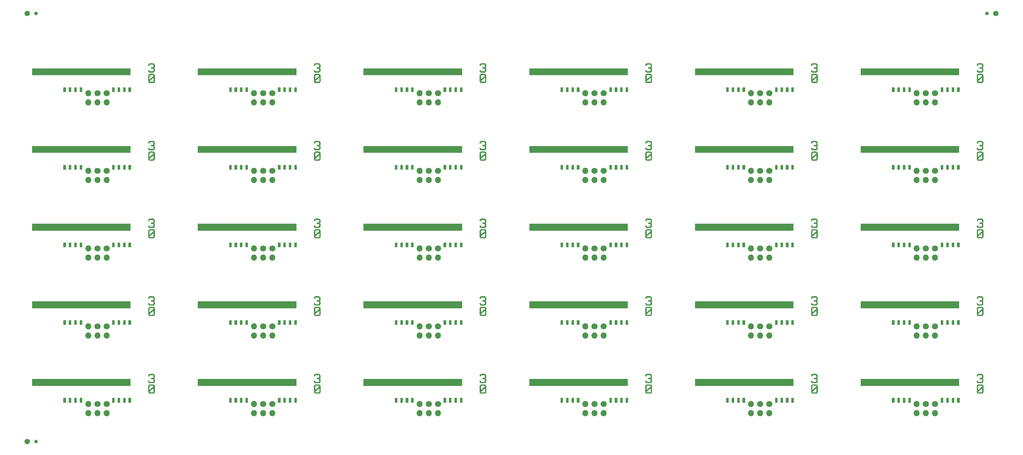
<source format=gbr>
%TF.GenerationSoftware,KiCad,Pcbnew,(6.0.5)*%
%TF.CreationDate,2022-08-09T22:24:32-06:00*%
%TF.ProjectId,modem-panel,6d6f6465-6d2d-4706-916e-656c2e6b6963,1.1*%
%TF.SameCoordinates,Original*%
%TF.FileFunction,Soldermask,Top*%
%TF.FilePolarity,Negative*%
%FSLAX46Y46*%
G04 Gerber Fmt 4.6, Leading zero omitted, Abs format (unit mm)*
G04 Created by KiCad (PCBNEW (6.0.5)) date 2022-08-09 22:24:32*
%MOMM*%
%LPD*%
G01*
G04 APERTURE LIST*
%ADD10O,1.700000X1.700000*%
%ADD11C,1.700000*%
%ADD12C,1.500000*%
%ADD13C,1.000000*%
G04 APERTURE END LIST*
%TO.C,G\u002A\u002A\u002A*%
G36*
X51944956Y-95801664D02*
G01*
X52012500Y-95802502D01*
X52513579Y-95809167D01*
X52614973Y-95868767D01*
X52688242Y-95922686D01*
X52759857Y-95992347D01*
X52788703Y-96027650D01*
X52836409Y-96101896D01*
X52869980Y-96178479D01*
X52890940Y-96265791D01*
X52900815Y-96372227D01*
X52901127Y-96506179D01*
X52896465Y-96620960D01*
X52888195Y-96752141D01*
X52877308Y-96850863D01*
X52861234Y-96927035D01*
X52837407Y-96990568D01*
X52803258Y-97051370D01*
X52773573Y-97095162D01*
X52760697Y-97127393D01*
X52776618Y-97161504D01*
X52792332Y-97179899D01*
X52829303Y-97223143D01*
X52856112Y-97264569D01*
X52874300Y-97311831D01*
X52885411Y-97372587D01*
X52890987Y-97454493D01*
X52892571Y-97565206D01*
X52892043Y-97674739D01*
X52889380Y-97824184D01*
X52882707Y-97939134D01*
X52869743Y-98027428D01*
X52848204Y-98096902D01*
X52815809Y-98155396D01*
X52770273Y-98210748D01*
X52721921Y-98258918D01*
X52671131Y-98305952D01*
X52625796Y-98342445D01*
X52579660Y-98369803D01*
X52526468Y-98389433D01*
X52459965Y-98402742D01*
X52373896Y-98411137D01*
X52262006Y-98416026D01*
X52118041Y-98418815D01*
X52005155Y-98420160D01*
X51844594Y-98421562D01*
X51719973Y-98421577D01*
X51624875Y-98419838D01*
X51552884Y-98415976D01*
X51497582Y-98409624D01*
X51452552Y-98400416D01*
X51411380Y-98387982D01*
X51405061Y-98385789D01*
X51276278Y-98320232D01*
X51170492Y-98225793D01*
X51093026Y-98109671D01*
X51049205Y-97979067D01*
X51041268Y-97893847D01*
X51051302Y-97791602D01*
X51083220Y-97722702D01*
X51139743Y-97682706D01*
X51177002Y-97672358D01*
X51268283Y-97673433D01*
X51341243Y-97711439D01*
X51390627Y-97783005D01*
X51401669Y-97816522D01*
X51421448Y-97890851D01*
X51438066Y-97936257D01*
X51458739Y-97964895D01*
X51490683Y-97988921D01*
X51511908Y-98002242D01*
X51538896Y-98017244D01*
X51568692Y-98028152D01*
X51607912Y-98035483D01*
X51663173Y-98039754D01*
X51741093Y-98041482D01*
X51848289Y-98041185D01*
X51987613Y-98039435D01*
X52128450Y-98037204D01*
X52233284Y-98034672D01*
X52308477Y-98031048D01*
X52360393Y-98025541D01*
X52395393Y-98017361D01*
X52419841Y-98005716D01*
X52440099Y-97989815D01*
X52448372Y-97982163D01*
X52471164Y-97958886D01*
X52486533Y-97934228D01*
X52495938Y-97899806D01*
X52500842Y-97847238D01*
X52502704Y-97768139D01*
X52502986Y-97668731D01*
X52502538Y-97558651D01*
X52500264Y-97482507D01*
X52494768Y-97431870D01*
X52484654Y-97398310D01*
X52468527Y-97373398D01*
X52450988Y-97354659D01*
X52425534Y-97331865D01*
X52397640Y-97316920D01*
X52358208Y-97308180D01*
X52298136Y-97303997D01*
X52208325Y-97302724D01*
X52163607Y-97302661D01*
X52025560Y-97299075D01*
X51924259Y-97286479D01*
X51854548Y-97262115D01*
X51811271Y-97223227D01*
X51789268Y-97167058D01*
X51783393Y-97099397D01*
X51787229Y-97038374D01*
X51803672Y-96993861D01*
X51838491Y-96962927D01*
X51897451Y-96942645D01*
X51986321Y-96930084D01*
X52110867Y-96922315D01*
X52133936Y-96921343D01*
X52244245Y-96916393D01*
X52320756Y-96910853D01*
X52372021Y-96902931D01*
X52406594Y-96890833D01*
X52433028Y-96872766D01*
X52452283Y-96854595D01*
X52478346Y-96825418D01*
X52495242Y-96794039D01*
X52505360Y-96750321D01*
X52511091Y-96684127D01*
X52514688Y-96589791D01*
X52515292Y-96455228D01*
X52506740Y-96356041D01*
X52487411Y-96285913D01*
X52455684Y-96238528D01*
X52417537Y-96211300D01*
X52370150Y-96198470D01*
X52289335Y-96188654D01*
X52183924Y-96181849D01*
X52062751Y-96178051D01*
X51934647Y-96177255D01*
X51808446Y-96179459D01*
X51692980Y-96184657D01*
X51597082Y-96192847D01*
X51529585Y-96204024D01*
X51507258Y-96211703D01*
X51458140Y-96257076D01*
X51420420Y-96328459D01*
X51402135Y-96409624D01*
X51401520Y-96425115D01*
X51382254Y-96468671D01*
X51333292Y-96507347D01*
X51267208Y-96533409D01*
X51214674Y-96540026D01*
X51133677Y-96529944D01*
X51080582Y-96496248D01*
X51051200Y-96433762D01*
X51041342Y-96337308D01*
X51041268Y-96325753D01*
X51061592Y-96182005D01*
X51120883Y-96051832D01*
X51216618Y-95940218D01*
X51250430Y-95912344D01*
X51298893Y-95877658D01*
X51346582Y-95850620D01*
X51399363Y-95830386D01*
X51463102Y-95816108D01*
X51543665Y-95806943D01*
X51646918Y-95802044D01*
X51778726Y-95800566D01*
X51944956Y-95801664D01*
G37*
G36*
X41783720Y-103785063D02*
G01*
X41084638Y-103785063D01*
X41084638Y-102471635D01*
X41783720Y-102471635D01*
X41783720Y-103785063D01*
G37*
G36*
X28268124Y-103785063D02*
G01*
X27569041Y-103785063D01*
X27569041Y-102471635D01*
X28268124Y-102471635D01*
X28268124Y-103785063D01*
G37*
G36*
X44791894Y-103785063D02*
G01*
X44092811Y-103785063D01*
X44092811Y-102471635D01*
X44791894Y-102471635D01*
X44791894Y-103785063D01*
G37*
G36*
X31276297Y-103785063D02*
G01*
X30577215Y-103785063D01*
X30577215Y-102471635D01*
X31276297Y-102471635D01*
X31276297Y-103785063D01*
G37*
G36*
X51117078Y-99023212D02*
G01*
X51198346Y-98904822D01*
X51309702Y-98807680D01*
X51409445Y-98753487D01*
X51456104Y-98743202D01*
X51537389Y-98734758D01*
X51645594Y-98728199D01*
X51773013Y-98723572D01*
X51911943Y-98720925D01*
X52054678Y-98720304D01*
X52193511Y-98721756D01*
X52320740Y-98725326D01*
X52428657Y-98731062D01*
X52509557Y-98739011D01*
X52548354Y-98746596D01*
X52645382Y-98793200D01*
X52742240Y-98870376D01*
X52827181Y-98967939D01*
X52857973Y-99015074D01*
X52916081Y-99113921D01*
X52916081Y-100014254D01*
X52916027Y-100233239D01*
X52915737Y-100413971D01*
X52915020Y-100560563D01*
X52913686Y-100677130D01*
X52911541Y-100767788D01*
X52908396Y-100836651D01*
X52904058Y-100887834D01*
X52898337Y-100925451D01*
X52891041Y-100953617D01*
X52881978Y-100976447D01*
X52870958Y-100998055D01*
X52870272Y-100999325D01*
X52780962Y-101122392D01*
X52662984Y-101221242D01*
X52587724Y-101262465D01*
X52554472Y-101276150D01*
X52519025Y-101286597D01*
X52475372Y-101294233D01*
X52417496Y-101299484D01*
X52339385Y-101302774D01*
X52235026Y-101304531D01*
X52098403Y-101305179D01*
X51983970Y-101305203D01*
X51811840Y-101304510D01*
X51677024Y-101302527D01*
X51574481Y-101298981D01*
X51499168Y-101293603D01*
X51446044Y-101286120D01*
X51410068Y-101276263D01*
X51404659Y-101274058D01*
X51279092Y-101198933D01*
X51174847Y-101095662D01*
X51117078Y-101005296D01*
X51062453Y-100895677D01*
X51062453Y-100782657D01*
X51447712Y-100782657D01*
X51457041Y-100820506D01*
X51488914Y-100866108D01*
X51494310Y-100871724D01*
X51547766Y-100925180D01*
X51981826Y-100925180D01*
X52127931Y-100925039D01*
X52237828Y-100924191D01*
X52317675Y-100921999D01*
X52373633Y-100917824D01*
X52411862Y-100911029D01*
X52438520Y-100900976D01*
X52459769Y-100887028D01*
X52475325Y-100874088D01*
X52534763Y-100822996D01*
X52541129Y-100312703D01*
X52542408Y-100143551D01*
X52541709Y-100005325D01*
X52539109Y-99900737D01*
X52534682Y-99832499D01*
X52528504Y-99803322D01*
X52527006Y-99802411D01*
X52504893Y-99816238D01*
X52456386Y-99855002D01*
X52385967Y-99914632D01*
X52298122Y-99991055D01*
X52197334Y-100080199D01*
X52088088Y-100177991D01*
X51974866Y-100280359D01*
X51862154Y-100383230D01*
X51754435Y-100482531D01*
X51656193Y-100574191D01*
X51571912Y-100654137D01*
X51506076Y-100718296D01*
X51463169Y-100762596D01*
X51447712Y-100782657D01*
X51062453Y-100782657D01*
X51062453Y-100256103D01*
X51443770Y-100256103D01*
X51533804Y-100169894D01*
X51573807Y-100132686D01*
X51640274Y-100072129D01*
X51727946Y-99992957D01*
X51831564Y-99899908D01*
X51945869Y-99797716D01*
X52058116Y-99697769D01*
X52173657Y-99594593D01*
X52279674Y-99498967D01*
X52371741Y-99414959D01*
X52445432Y-99346638D01*
X52496322Y-99298072D01*
X52519985Y-99273328D01*
X52520230Y-99272994D01*
X52533933Y-99244400D01*
X52525769Y-99214726D01*
X52491510Y-99170855D01*
X52484929Y-99163436D01*
X52421793Y-99092736D01*
X52077830Y-99085521D01*
X51911118Y-99083175D01*
X51781038Y-99084437D01*
X51681955Y-99089999D01*
X51608234Y-99100550D01*
X51554239Y-99116781D01*
X51514335Y-99139381D01*
X51494071Y-99157023D01*
X51478513Y-99173429D01*
X51466547Y-99191215D01*
X51457702Y-99215769D01*
X51451507Y-99252482D01*
X51447490Y-99306742D01*
X51445179Y-99383938D01*
X51444103Y-99489460D01*
X51443789Y-99628697D01*
X51443770Y-99731714D01*
X51443770Y-100256103D01*
X51062453Y-100256103D01*
X51062453Y-99132832D01*
X51117078Y-99023212D01*
G37*
G36*
X43287807Y-103785063D02*
G01*
X42588724Y-103785063D01*
X42588724Y-102471635D01*
X43287807Y-102471635D01*
X43287807Y-103785063D01*
G37*
G36*
X32780384Y-103785063D02*
G01*
X32081302Y-103785063D01*
X32081302Y-102471635D01*
X32780384Y-102471635D01*
X32780384Y-103785063D01*
G37*
G36*
X46190059Y-99145697D02*
G01*
X18904654Y-99145697D01*
X18904654Y-97217924D01*
X46190059Y-97217924D01*
X46190059Y-99145697D01*
G37*
G36*
X29772211Y-103785063D02*
G01*
X29073128Y-103785063D01*
X29073128Y-102471635D01*
X29772211Y-102471635D01*
X29772211Y-103785063D01*
G37*
G36*
X46295981Y-103785063D02*
G01*
X45596898Y-103785063D01*
X45596898Y-102471635D01*
X46295981Y-102471635D01*
X46295981Y-103785063D01*
G37*
G36*
X184007840Y-125297617D02*
G01*
X183308757Y-125297617D01*
X183308757Y-123984189D01*
X184007840Y-123984189D01*
X184007840Y-125297617D01*
G37*
G36*
X170492243Y-125297617D02*
G01*
X169793161Y-125297617D01*
X169793161Y-123984189D01*
X170492243Y-123984189D01*
X170492243Y-125297617D01*
G37*
G36*
X180999666Y-125297617D02*
G01*
X180300583Y-125297617D01*
X180300583Y-123984189D01*
X180999666Y-123984189D01*
X180999666Y-125297617D01*
G37*
G36*
X183901918Y-120658251D02*
G01*
X156616513Y-120658251D01*
X156616513Y-118730478D01*
X183901918Y-118730478D01*
X183901918Y-120658251D01*
G37*
G36*
X179495579Y-125297617D02*
G01*
X178796497Y-125297617D01*
X178796497Y-123984189D01*
X179495579Y-123984189D01*
X179495579Y-125297617D01*
G37*
G36*
X168988156Y-125297617D02*
G01*
X168289074Y-125297617D01*
X168289074Y-123984189D01*
X168988156Y-123984189D01*
X168988156Y-125297617D01*
G37*
G36*
X182503753Y-125297617D02*
G01*
X181804670Y-125297617D01*
X181804670Y-123984189D01*
X182503753Y-123984189D01*
X182503753Y-125297617D01*
G37*
G36*
X188828937Y-120535766D02*
G01*
X188910205Y-120417376D01*
X189021561Y-120320234D01*
X189121304Y-120266041D01*
X189167963Y-120255756D01*
X189249248Y-120247312D01*
X189357453Y-120240753D01*
X189484872Y-120236126D01*
X189623802Y-120233479D01*
X189766537Y-120232858D01*
X189905370Y-120234310D01*
X190032599Y-120237880D01*
X190140516Y-120243616D01*
X190221416Y-120251565D01*
X190260213Y-120259150D01*
X190357241Y-120305754D01*
X190454099Y-120382930D01*
X190539040Y-120480493D01*
X190569832Y-120527628D01*
X190627940Y-120626475D01*
X190627940Y-121526808D01*
X190627886Y-121745793D01*
X190627596Y-121926525D01*
X190626879Y-122073117D01*
X190625545Y-122189684D01*
X190623400Y-122280342D01*
X190620255Y-122349205D01*
X190615917Y-122400388D01*
X190610196Y-122438005D01*
X190602900Y-122466171D01*
X190593837Y-122489001D01*
X190582817Y-122510609D01*
X190582131Y-122511879D01*
X190492821Y-122634946D01*
X190374843Y-122733796D01*
X190299583Y-122775019D01*
X190266331Y-122788704D01*
X190230884Y-122799151D01*
X190187231Y-122806787D01*
X190129355Y-122812038D01*
X190051244Y-122815328D01*
X189946885Y-122817085D01*
X189810262Y-122817733D01*
X189695829Y-122817757D01*
X189523699Y-122817064D01*
X189388883Y-122815081D01*
X189286340Y-122811535D01*
X189211027Y-122806157D01*
X189157903Y-122798674D01*
X189121927Y-122788817D01*
X189116518Y-122786612D01*
X188990951Y-122711487D01*
X188886706Y-122608216D01*
X188828937Y-122517850D01*
X188774312Y-122408231D01*
X188774312Y-122295211D01*
X189159571Y-122295211D01*
X189168900Y-122333060D01*
X189200773Y-122378662D01*
X189206169Y-122384278D01*
X189259625Y-122437734D01*
X189693685Y-122437734D01*
X189839790Y-122437593D01*
X189949687Y-122436745D01*
X190029534Y-122434553D01*
X190085492Y-122430378D01*
X190123721Y-122423583D01*
X190150379Y-122413530D01*
X190171628Y-122399582D01*
X190187184Y-122386642D01*
X190246622Y-122335550D01*
X190252988Y-121825257D01*
X190254267Y-121656105D01*
X190253568Y-121517879D01*
X190250968Y-121413291D01*
X190246541Y-121345053D01*
X190240363Y-121315876D01*
X190238865Y-121314965D01*
X190216752Y-121328792D01*
X190168245Y-121367556D01*
X190097826Y-121427186D01*
X190009981Y-121503609D01*
X189909193Y-121592753D01*
X189799947Y-121690545D01*
X189686725Y-121792913D01*
X189574013Y-121895784D01*
X189466294Y-121995085D01*
X189368052Y-122086745D01*
X189283771Y-122166691D01*
X189217935Y-122230850D01*
X189175028Y-122275150D01*
X189159571Y-122295211D01*
X188774312Y-122295211D01*
X188774312Y-121768657D01*
X189155629Y-121768657D01*
X189245663Y-121682448D01*
X189285666Y-121645240D01*
X189352133Y-121584683D01*
X189439805Y-121505511D01*
X189543423Y-121412462D01*
X189657728Y-121310270D01*
X189769975Y-121210323D01*
X189885516Y-121107147D01*
X189991533Y-121011521D01*
X190083600Y-120927513D01*
X190157291Y-120859192D01*
X190208181Y-120810626D01*
X190231844Y-120785882D01*
X190232089Y-120785548D01*
X190245792Y-120756954D01*
X190237628Y-120727280D01*
X190203369Y-120683409D01*
X190196788Y-120675990D01*
X190133652Y-120605290D01*
X189789689Y-120598075D01*
X189622977Y-120595729D01*
X189492897Y-120596991D01*
X189393814Y-120602553D01*
X189320093Y-120613104D01*
X189266098Y-120629335D01*
X189226194Y-120651935D01*
X189205930Y-120669577D01*
X189190372Y-120685983D01*
X189178406Y-120703769D01*
X189169561Y-120728323D01*
X189163366Y-120765036D01*
X189159349Y-120819296D01*
X189157038Y-120896492D01*
X189155962Y-121002014D01*
X189155648Y-121141251D01*
X189155629Y-121244268D01*
X189155629Y-121768657D01*
X188774312Y-121768657D01*
X188774312Y-120645386D01*
X188828937Y-120535766D01*
G37*
G36*
X167484070Y-125297617D02*
G01*
X166784987Y-125297617D01*
X166784987Y-123984189D01*
X167484070Y-123984189D01*
X167484070Y-125297617D01*
G37*
G36*
X165979983Y-125297617D02*
G01*
X165280900Y-125297617D01*
X165280900Y-123984189D01*
X165979983Y-123984189D01*
X165979983Y-125297617D01*
G37*
G36*
X189656815Y-117314218D02*
G01*
X189724359Y-117315056D01*
X190225438Y-117321721D01*
X190326832Y-117381321D01*
X190400101Y-117435240D01*
X190471716Y-117504901D01*
X190500562Y-117540204D01*
X190548268Y-117614450D01*
X190581839Y-117691033D01*
X190602799Y-117778345D01*
X190612674Y-117884781D01*
X190612986Y-118018733D01*
X190608324Y-118133514D01*
X190600054Y-118264695D01*
X190589167Y-118363417D01*
X190573093Y-118439589D01*
X190549266Y-118503122D01*
X190515117Y-118563924D01*
X190485432Y-118607716D01*
X190472556Y-118639947D01*
X190488477Y-118674058D01*
X190504191Y-118692453D01*
X190541162Y-118735697D01*
X190567971Y-118777123D01*
X190586159Y-118824385D01*
X190597270Y-118885141D01*
X190602846Y-118967047D01*
X190604430Y-119077760D01*
X190603902Y-119187293D01*
X190601239Y-119336738D01*
X190594566Y-119451688D01*
X190581602Y-119539982D01*
X190560063Y-119609456D01*
X190527668Y-119667950D01*
X190482132Y-119723302D01*
X190433780Y-119771472D01*
X190382990Y-119818506D01*
X190337655Y-119854999D01*
X190291519Y-119882357D01*
X190238327Y-119901987D01*
X190171824Y-119915296D01*
X190085755Y-119923691D01*
X189973865Y-119928580D01*
X189829900Y-119931369D01*
X189717014Y-119932714D01*
X189556453Y-119934116D01*
X189431832Y-119934131D01*
X189336734Y-119932392D01*
X189264743Y-119928530D01*
X189209441Y-119922178D01*
X189164411Y-119912970D01*
X189123239Y-119900536D01*
X189116920Y-119898343D01*
X188988137Y-119832786D01*
X188882351Y-119738347D01*
X188804885Y-119622225D01*
X188761064Y-119491621D01*
X188753127Y-119406401D01*
X188763161Y-119304156D01*
X188795079Y-119235256D01*
X188851602Y-119195260D01*
X188888861Y-119184912D01*
X188980142Y-119185987D01*
X189053102Y-119223993D01*
X189102486Y-119295559D01*
X189113528Y-119329076D01*
X189133307Y-119403405D01*
X189149925Y-119448811D01*
X189170598Y-119477449D01*
X189202542Y-119501475D01*
X189223767Y-119514796D01*
X189250755Y-119529798D01*
X189280551Y-119540706D01*
X189319771Y-119548037D01*
X189375032Y-119552308D01*
X189452952Y-119554036D01*
X189560148Y-119553739D01*
X189699472Y-119551989D01*
X189840309Y-119549758D01*
X189945143Y-119547226D01*
X190020336Y-119543602D01*
X190072252Y-119538095D01*
X190107252Y-119529915D01*
X190131700Y-119518270D01*
X190151958Y-119502369D01*
X190160231Y-119494717D01*
X190183023Y-119471440D01*
X190198392Y-119446782D01*
X190207797Y-119412360D01*
X190212701Y-119359792D01*
X190214563Y-119280693D01*
X190214845Y-119181285D01*
X190214397Y-119071205D01*
X190212123Y-118995061D01*
X190206627Y-118944424D01*
X190196513Y-118910864D01*
X190180386Y-118885952D01*
X190162847Y-118867213D01*
X190137393Y-118844419D01*
X190109499Y-118829474D01*
X190070067Y-118820734D01*
X190009995Y-118816551D01*
X189920184Y-118815278D01*
X189875466Y-118815215D01*
X189737419Y-118811629D01*
X189636118Y-118799033D01*
X189566407Y-118774669D01*
X189523130Y-118735781D01*
X189501127Y-118679612D01*
X189495252Y-118611951D01*
X189499088Y-118550928D01*
X189515531Y-118506415D01*
X189550350Y-118475481D01*
X189609310Y-118455199D01*
X189698180Y-118442638D01*
X189822726Y-118434869D01*
X189845795Y-118433897D01*
X189956104Y-118428947D01*
X190032615Y-118423407D01*
X190083880Y-118415485D01*
X190118453Y-118403387D01*
X190144887Y-118385320D01*
X190164142Y-118367149D01*
X190190205Y-118337972D01*
X190207101Y-118306593D01*
X190217219Y-118262875D01*
X190222950Y-118196681D01*
X190226547Y-118102345D01*
X190227151Y-117967782D01*
X190218599Y-117868595D01*
X190199270Y-117798467D01*
X190167543Y-117751082D01*
X190129396Y-117723854D01*
X190082009Y-117711024D01*
X190001194Y-117701208D01*
X189895783Y-117694403D01*
X189774610Y-117690605D01*
X189646506Y-117689809D01*
X189520305Y-117692013D01*
X189404839Y-117697211D01*
X189308941Y-117705401D01*
X189241444Y-117716578D01*
X189219117Y-117724257D01*
X189169999Y-117769630D01*
X189132279Y-117841013D01*
X189113994Y-117922178D01*
X189113379Y-117937669D01*
X189094113Y-117981225D01*
X189045151Y-118019901D01*
X188979067Y-118045963D01*
X188926533Y-118052580D01*
X188845536Y-118042498D01*
X188792441Y-118008802D01*
X188763059Y-117946316D01*
X188753201Y-117849862D01*
X188753127Y-117838307D01*
X188773451Y-117694559D01*
X188832742Y-117564386D01*
X188928477Y-117452772D01*
X188962289Y-117424898D01*
X189010752Y-117390212D01*
X189058441Y-117363174D01*
X189111222Y-117342940D01*
X189174961Y-117328662D01*
X189255524Y-117319497D01*
X189358777Y-117314598D01*
X189490585Y-117313120D01*
X189656815Y-117314218D01*
G37*
G36*
X225399532Y-82272509D02*
G01*
X224700450Y-82272509D01*
X224700450Y-80959081D01*
X225399532Y-80959081D01*
X225399532Y-82272509D01*
G37*
G36*
X213388023Y-82272509D02*
G01*
X212688940Y-82272509D01*
X212688940Y-80959081D01*
X213388023Y-80959081D01*
X213388023Y-82272509D01*
G37*
G36*
X214892109Y-82272509D02*
G01*
X214193027Y-82272509D01*
X214193027Y-80959081D01*
X214892109Y-80959081D01*
X214892109Y-82272509D01*
G37*
G36*
X229805871Y-77633143D02*
G01*
X202520466Y-77633143D01*
X202520466Y-75705370D01*
X229805871Y-75705370D01*
X229805871Y-77633143D01*
G37*
G36*
X234732890Y-77510658D02*
G01*
X234814158Y-77392268D01*
X234925514Y-77295126D01*
X235025257Y-77240933D01*
X235071916Y-77230648D01*
X235153201Y-77222204D01*
X235261406Y-77215645D01*
X235388825Y-77211018D01*
X235527755Y-77208371D01*
X235670490Y-77207750D01*
X235809323Y-77209202D01*
X235936552Y-77212772D01*
X236044469Y-77218508D01*
X236125369Y-77226457D01*
X236164166Y-77234042D01*
X236261194Y-77280646D01*
X236358052Y-77357822D01*
X236442993Y-77455385D01*
X236473785Y-77502520D01*
X236531893Y-77601367D01*
X236531893Y-78501700D01*
X236531839Y-78720685D01*
X236531549Y-78901417D01*
X236530832Y-79048009D01*
X236529498Y-79164576D01*
X236527353Y-79255234D01*
X236524208Y-79324097D01*
X236519870Y-79375280D01*
X236514149Y-79412897D01*
X236506853Y-79441063D01*
X236497790Y-79463893D01*
X236486770Y-79485501D01*
X236486084Y-79486771D01*
X236396774Y-79609838D01*
X236278796Y-79708688D01*
X236203536Y-79749911D01*
X236170284Y-79763596D01*
X236134837Y-79774043D01*
X236091184Y-79781679D01*
X236033308Y-79786930D01*
X235955197Y-79790220D01*
X235850838Y-79791977D01*
X235714215Y-79792625D01*
X235599782Y-79792649D01*
X235427652Y-79791956D01*
X235292836Y-79789973D01*
X235190293Y-79786427D01*
X235114980Y-79781049D01*
X235061856Y-79773566D01*
X235025880Y-79763709D01*
X235020471Y-79761504D01*
X234894904Y-79686379D01*
X234790659Y-79583108D01*
X234732890Y-79492742D01*
X234678265Y-79383123D01*
X234678265Y-79270103D01*
X235063524Y-79270103D01*
X235072853Y-79307952D01*
X235104726Y-79353554D01*
X235110122Y-79359170D01*
X235163578Y-79412626D01*
X235597638Y-79412626D01*
X235743743Y-79412485D01*
X235853640Y-79411637D01*
X235933487Y-79409445D01*
X235989445Y-79405270D01*
X236027674Y-79398475D01*
X236054332Y-79388422D01*
X236075581Y-79374474D01*
X236091137Y-79361534D01*
X236150575Y-79310442D01*
X236156941Y-78800149D01*
X236158220Y-78630997D01*
X236157521Y-78492771D01*
X236154921Y-78388183D01*
X236150494Y-78319945D01*
X236144316Y-78290768D01*
X236142818Y-78289857D01*
X236120705Y-78303684D01*
X236072198Y-78342448D01*
X236001779Y-78402078D01*
X235913934Y-78478501D01*
X235813146Y-78567645D01*
X235703900Y-78665437D01*
X235590678Y-78767805D01*
X235477966Y-78870676D01*
X235370247Y-78969977D01*
X235272005Y-79061637D01*
X235187724Y-79141583D01*
X235121888Y-79205742D01*
X235078981Y-79250042D01*
X235063524Y-79270103D01*
X234678265Y-79270103D01*
X234678265Y-78743549D01*
X235059582Y-78743549D01*
X235149616Y-78657340D01*
X235189619Y-78620132D01*
X235256086Y-78559575D01*
X235343758Y-78480403D01*
X235447376Y-78387354D01*
X235561681Y-78285162D01*
X235673928Y-78185215D01*
X235789469Y-78082039D01*
X235895486Y-77986413D01*
X235987553Y-77902405D01*
X236061244Y-77834084D01*
X236112134Y-77785518D01*
X236135797Y-77760774D01*
X236136042Y-77760440D01*
X236149745Y-77731846D01*
X236141581Y-77702172D01*
X236107322Y-77658301D01*
X236100741Y-77650882D01*
X236037605Y-77580182D01*
X235693642Y-77572967D01*
X235526930Y-77570621D01*
X235396850Y-77571883D01*
X235297767Y-77577445D01*
X235224046Y-77587996D01*
X235170051Y-77604227D01*
X235130147Y-77626827D01*
X235109883Y-77644469D01*
X235094325Y-77660875D01*
X235082359Y-77678661D01*
X235073514Y-77703215D01*
X235067319Y-77739928D01*
X235063302Y-77794188D01*
X235060991Y-77871384D01*
X235059915Y-77976906D01*
X235059601Y-78116143D01*
X235059582Y-78219160D01*
X235059582Y-78743549D01*
X234678265Y-78743549D01*
X234678265Y-77620278D01*
X234732890Y-77510658D01*
G37*
G36*
X228407706Y-82272509D02*
G01*
X227708623Y-82272509D01*
X227708623Y-80959081D01*
X228407706Y-80959081D01*
X228407706Y-82272509D01*
G37*
G36*
X229911793Y-82272509D02*
G01*
X229212710Y-82272509D01*
X229212710Y-80959081D01*
X229911793Y-80959081D01*
X229911793Y-82272509D01*
G37*
G36*
X235560768Y-74289110D02*
G01*
X235628312Y-74289948D01*
X236129391Y-74296613D01*
X236230785Y-74356213D01*
X236304054Y-74410132D01*
X236375669Y-74479793D01*
X236404515Y-74515096D01*
X236452221Y-74589342D01*
X236485792Y-74665925D01*
X236506752Y-74753237D01*
X236516627Y-74859673D01*
X236516939Y-74993625D01*
X236512277Y-75108406D01*
X236504007Y-75239587D01*
X236493120Y-75338309D01*
X236477046Y-75414481D01*
X236453219Y-75478014D01*
X236419070Y-75538816D01*
X236389385Y-75582608D01*
X236376509Y-75614839D01*
X236392430Y-75648950D01*
X236408144Y-75667345D01*
X236445115Y-75710589D01*
X236471924Y-75752015D01*
X236490112Y-75799277D01*
X236501223Y-75860033D01*
X236506799Y-75941939D01*
X236508383Y-76052652D01*
X236507855Y-76162185D01*
X236505192Y-76311630D01*
X236498519Y-76426580D01*
X236485555Y-76514874D01*
X236464016Y-76584348D01*
X236431621Y-76642842D01*
X236386085Y-76698194D01*
X236337733Y-76746364D01*
X236286943Y-76793398D01*
X236241608Y-76829891D01*
X236195472Y-76857249D01*
X236142280Y-76876879D01*
X236075777Y-76890188D01*
X235989708Y-76898583D01*
X235877818Y-76903472D01*
X235733853Y-76906261D01*
X235620967Y-76907606D01*
X235460406Y-76909008D01*
X235335785Y-76909023D01*
X235240687Y-76907284D01*
X235168696Y-76903422D01*
X235113394Y-76897070D01*
X235068364Y-76887862D01*
X235027192Y-76875428D01*
X235020873Y-76873235D01*
X234892090Y-76807678D01*
X234786304Y-76713239D01*
X234708838Y-76597117D01*
X234665017Y-76466513D01*
X234657080Y-76381293D01*
X234667114Y-76279048D01*
X234699032Y-76210148D01*
X234755555Y-76170152D01*
X234792814Y-76159804D01*
X234884095Y-76160879D01*
X234957055Y-76198885D01*
X235006439Y-76270451D01*
X235017481Y-76303968D01*
X235037260Y-76378297D01*
X235053878Y-76423703D01*
X235074551Y-76452341D01*
X235106495Y-76476367D01*
X235127720Y-76489688D01*
X235154708Y-76504690D01*
X235184504Y-76515598D01*
X235223724Y-76522929D01*
X235278985Y-76527200D01*
X235356905Y-76528928D01*
X235464101Y-76528631D01*
X235603425Y-76526881D01*
X235744262Y-76524650D01*
X235849096Y-76522118D01*
X235924289Y-76518494D01*
X235976205Y-76512987D01*
X236011205Y-76504807D01*
X236035653Y-76493162D01*
X236055911Y-76477261D01*
X236064184Y-76469609D01*
X236086976Y-76446332D01*
X236102345Y-76421674D01*
X236111750Y-76387252D01*
X236116654Y-76334684D01*
X236118516Y-76255585D01*
X236118798Y-76156177D01*
X236118350Y-76046097D01*
X236116076Y-75969953D01*
X236110580Y-75919316D01*
X236100466Y-75885756D01*
X236084339Y-75860844D01*
X236066800Y-75842105D01*
X236041346Y-75819311D01*
X236013452Y-75804366D01*
X235974020Y-75795626D01*
X235913948Y-75791443D01*
X235824137Y-75790170D01*
X235779419Y-75790107D01*
X235641372Y-75786521D01*
X235540071Y-75773925D01*
X235470360Y-75749561D01*
X235427083Y-75710673D01*
X235405080Y-75654504D01*
X235399205Y-75586843D01*
X235403041Y-75525820D01*
X235419484Y-75481307D01*
X235454303Y-75450373D01*
X235513263Y-75430091D01*
X235602133Y-75417530D01*
X235726679Y-75409761D01*
X235749748Y-75408789D01*
X235860057Y-75403839D01*
X235936568Y-75398299D01*
X235987833Y-75390377D01*
X236022406Y-75378279D01*
X236048840Y-75360212D01*
X236068095Y-75342041D01*
X236094158Y-75312864D01*
X236111054Y-75281485D01*
X236121172Y-75237767D01*
X236126903Y-75171573D01*
X236130500Y-75077237D01*
X236131104Y-74942674D01*
X236122552Y-74843487D01*
X236103223Y-74773359D01*
X236071496Y-74725974D01*
X236033349Y-74698746D01*
X235985962Y-74685916D01*
X235905147Y-74676100D01*
X235799736Y-74669295D01*
X235678563Y-74665497D01*
X235550459Y-74664701D01*
X235424258Y-74666905D01*
X235308792Y-74672103D01*
X235212894Y-74680293D01*
X235145397Y-74691470D01*
X235123070Y-74699149D01*
X235073952Y-74744522D01*
X235036232Y-74815905D01*
X235017947Y-74897070D01*
X235017332Y-74912561D01*
X234998066Y-74956117D01*
X234949104Y-74994793D01*
X234883020Y-75020855D01*
X234830486Y-75027472D01*
X234749489Y-75017390D01*
X234696394Y-74983694D01*
X234667012Y-74921208D01*
X234657154Y-74824754D01*
X234657080Y-74813199D01*
X234677404Y-74669451D01*
X234736695Y-74539278D01*
X234832430Y-74427664D01*
X234866242Y-74399790D01*
X234914705Y-74365104D01*
X234962394Y-74338066D01*
X235015175Y-74317832D01*
X235078914Y-74303554D01*
X235159477Y-74294389D01*
X235262730Y-74289490D01*
X235394538Y-74288012D01*
X235560768Y-74289110D01*
G37*
G36*
X211883936Y-82272509D02*
G01*
X211184853Y-82272509D01*
X211184853Y-80959081D01*
X211883936Y-80959081D01*
X211883936Y-82272509D01*
G37*
G36*
X226903619Y-82272509D02*
G01*
X226204536Y-82272509D01*
X226204536Y-80959081D01*
X226903619Y-80959081D01*
X226903619Y-82272509D01*
G37*
G36*
X216396196Y-82272509D02*
G01*
X215697114Y-82272509D01*
X215697114Y-80959081D01*
X216396196Y-80959081D01*
X216396196Y-82272509D01*
G37*
G36*
X257787889Y-82272509D02*
G01*
X257088806Y-82272509D01*
X257088806Y-80959081D01*
X257787889Y-80959081D01*
X257787889Y-82272509D01*
G37*
G36*
X275709824Y-77633143D02*
G01*
X248424419Y-77633143D01*
X248424419Y-75705370D01*
X275709824Y-75705370D01*
X275709824Y-77633143D01*
G37*
G36*
X275815746Y-82272509D02*
G01*
X275116663Y-82272509D01*
X275116663Y-80959081D01*
X275815746Y-80959081D01*
X275815746Y-82272509D01*
G37*
G36*
X272807572Y-82272509D02*
G01*
X272108489Y-82272509D01*
X272108489Y-80959081D01*
X272807572Y-80959081D01*
X272807572Y-82272509D01*
G37*
G36*
X262300149Y-82272509D02*
G01*
X261601067Y-82272509D01*
X261601067Y-80959081D01*
X262300149Y-80959081D01*
X262300149Y-82272509D01*
G37*
G36*
X280636843Y-77510658D02*
G01*
X280718111Y-77392268D01*
X280829467Y-77295126D01*
X280929210Y-77240933D01*
X280975869Y-77230648D01*
X281057154Y-77222204D01*
X281165359Y-77215645D01*
X281292778Y-77211018D01*
X281431708Y-77208371D01*
X281574443Y-77207750D01*
X281713276Y-77209202D01*
X281840505Y-77212772D01*
X281948422Y-77218508D01*
X282029322Y-77226457D01*
X282068119Y-77234042D01*
X282165147Y-77280646D01*
X282262005Y-77357822D01*
X282346946Y-77455385D01*
X282377738Y-77502520D01*
X282435846Y-77601367D01*
X282435846Y-78501700D01*
X282435792Y-78720685D01*
X282435502Y-78901417D01*
X282434785Y-79048009D01*
X282433451Y-79164576D01*
X282431306Y-79255234D01*
X282428161Y-79324097D01*
X282423823Y-79375280D01*
X282418102Y-79412897D01*
X282410806Y-79441063D01*
X282401743Y-79463893D01*
X282390723Y-79485501D01*
X282390037Y-79486771D01*
X282300727Y-79609838D01*
X282182749Y-79708688D01*
X282107489Y-79749911D01*
X282074237Y-79763596D01*
X282038790Y-79774043D01*
X281995137Y-79781679D01*
X281937261Y-79786930D01*
X281859150Y-79790220D01*
X281754791Y-79791977D01*
X281618168Y-79792625D01*
X281503735Y-79792649D01*
X281331605Y-79791956D01*
X281196789Y-79789973D01*
X281094246Y-79786427D01*
X281018933Y-79781049D01*
X280965809Y-79773566D01*
X280929833Y-79763709D01*
X280924424Y-79761504D01*
X280798857Y-79686379D01*
X280694612Y-79583108D01*
X280636843Y-79492742D01*
X280582218Y-79383123D01*
X280582218Y-79270103D01*
X280967477Y-79270103D01*
X280976806Y-79307952D01*
X281008679Y-79353554D01*
X281014075Y-79359170D01*
X281067531Y-79412626D01*
X281501591Y-79412626D01*
X281647696Y-79412485D01*
X281757593Y-79411637D01*
X281837440Y-79409445D01*
X281893398Y-79405270D01*
X281931627Y-79398475D01*
X281958285Y-79388422D01*
X281979534Y-79374474D01*
X281995090Y-79361534D01*
X282054528Y-79310442D01*
X282060894Y-78800149D01*
X282062173Y-78630997D01*
X282061474Y-78492771D01*
X282058874Y-78388183D01*
X282054447Y-78319945D01*
X282048269Y-78290768D01*
X282046771Y-78289857D01*
X282024658Y-78303684D01*
X281976151Y-78342448D01*
X281905732Y-78402078D01*
X281817887Y-78478501D01*
X281717099Y-78567645D01*
X281607853Y-78665437D01*
X281494631Y-78767805D01*
X281381919Y-78870676D01*
X281274200Y-78969977D01*
X281175958Y-79061637D01*
X281091677Y-79141583D01*
X281025841Y-79205742D01*
X280982934Y-79250042D01*
X280967477Y-79270103D01*
X280582218Y-79270103D01*
X280582218Y-78743549D01*
X280963535Y-78743549D01*
X281053569Y-78657340D01*
X281093572Y-78620132D01*
X281160039Y-78559575D01*
X281247711Y-78480403D01*
X281351329Y-78387354D01*
X281465634Y-78285162D01*
X281577881Y-78185215D01*
X281693422Y-78082039D01*
X281799439Y-77986413D01*
X281891506Y-77902405D01*
X281965197Y-77834084D01*
X282016087Y-77785518D01*
X282039750Y-77760774D01*
X282039995Y-77760440D01*
X282053698Y-77731846D01*
X282045534Y-77702172D01*
X282011275Y-77658301D01*
X282004694Y-77650882D01*
X281941558Y-77580182D01*
X281597595Y-77572967D01*
X281430883Y-77570621D01*
X281300803Y-77571883D01*
X281201720Y-77577445D01*
X281127999Y-77587996D01*
X281074004Y-77604227D01*
X281034100Y-77626827D01*
X281013836Y-77644469D01*
X280998278Y-77660875D01*
X280986312Y-77678661D01*
X280977467Y-77703215D01*
X280971272Y-77739928D01*
X280967255Y-77794188D01*
X280964944Y-77871384D01*
X280963868Y-77976906D01*
X280963554Y-78116143D01*
X280963535Y-78219160D01*
X280963535Y-78743549D01*
X280582218Y-78743549D01*
X280582218Y-77620278D01*
X280636843Y-77510658D01*
G37*
G36*
X260796062Y-82272509D02*
G01*
X260096980Y-82272509D01*
X260096980Y-80959081D01*
X260796062Y-80959081D01*
X260796062Y-82272509D01*
G37*
G36*
X274311659Y-82272509D02*
G01*
X273612576Y-82272509D01*
X273612576Y-80959081D01*
X274311659Y-80959081D01*
X274311659Y-82272509D01*
G37*
G36*
X271303485Y-82272509D02*
G01*
X270604403Y-82272509D01*
X270604403Y-80959081D01*
X271303485Y-80959081D01*
X271303485Y-82272509D01*
G37*
G36*
X281464721Y-74289110D02*
G01*
X281532265Y-74289948D01*
X282033344Y-74296613D01*
X282134738Y-74356213D01*
X282208007Y-74410132D01*
X282279622Y-74479793D01*
X282308468Y-74515096D01*
X282356174Y-74589342D01*
X282389745Y-74665925D01*
X282410705Y-74753237D01*
X282420580Y-74859673D01*
X282420892Y-74993625D01*
X282416230Y-75108406D01*
X282407960Y-75239587D01*
X282397073Y-75338309D01*
X282380999Y-75414481D01*
X282357172Y-75478014D01*
X282323023Y-75538816D01*
X282293338Y-75582608D01*
X282280462Y-75614839D01*
X282296383Y-75648950D01*
X282312097Y-75667345D01*
X282349068Y-75710589D01*
X282375877Y-75752015D01*
X282394065Y-75799277D01*
X282405176Y-75860033D01*
X282410752Y-75941939D01*
X282412336Y-76052652D01*
X282411808Y-76162185D01*
X282409145Y-76311630D01*
X282402472Y-76426580D01*
X282389508Y-76514874D01*
X282367969Y-76584348D01*
X282335574Y-76642842D01*
X282290038Y-76698194D01*
X282241686Y-76746364D01*
X282190896Y-76793398D01*
X282145561Y-76829891D01*
X282099425Y-76857249D01*
X282046233Y-76876879D01*
X281979730Y-76890188D01*
X281893661Y-76898583D01*
X281781771Y-76903472D01*
X281637806Y-76906261D01*
X281524920Y-76907606D01*
X281364359Y-76909008D01*
X281239738Y-76909023D01*
X281144640Y-76907284D01*
X281072649Y-76903422D01*
X281017347Y-76897070D01*
X280972317Y-76887862D01*
X280931145Y-76875428D01*
X280924826Y-76873235D01*
X280796043Y-76807678D01*
X280690257Y-76713239D01*
X280612791Y-76597117D01*
X280568970Y-76466513D01*
X280561033Y-76381293D01*
X280571067Y-76279048D01*
X280602985Y-76210148D01*
X280659508Y-76170152D01*
X280696767Y-76159804D01*
X280788048Y-76160879D01*
X280861008Y-76198885D01*
X280910392Y-76270451D01*
X280921434Y-76303968D01*
X280941213Y-76378297D01*
X280957831Y-76423703D01*
X280978504Y-76452341D01*
X281010448Y-76476367D01*
X281031673Y-76489688D01*
X281058661Y-76504690D01*
X281088457Y-76515598D01*
X281127677Y-76522929D01*
X281182938Y-76527200D01*
X281260858Y-76528928D01*
X281368054Y-76528631D01*
X281507378Y-76526881D01*
X281648215Y-76524650D01*
X281753049Y-76522118D01*
X281828242Y-76518494D01*
X281880158Y-76512987D01*
X281915158Y-76504807D01*
X281939606Y-76493162D01*
X281959864Y-76477261D01*
X281968137Y-76469609D01*
X281990929Y-76446332D01*
X282006298Y-76421674D01*
X282015703Y-76387252D01*
X282020607Y-76334684D01*
X282022469Y-76255585D01*
X282022751Y-76156177D01*
X282022303Y-76046097D01*
X282020029Y-75969953D01*
X282014533Y-75919316D01*
X282004419Y-75885756D01*
X281988292Y-75860844D01*
X281970753Y-75842105D01*
X281945299Y-75819311D01*
X281917405Y-75804366D01*
X281877973Y-75795626D01*
X281817901Y-75791443D01*
X281728090Y-75790170D01*
X281683372Y-75790107D01*
X281545325Y-75786521D01*
X281444024Y-75773925D01*
X281374313Y-75749561D01*
X281331036Y-75710673D01*
X281309033Y-75654504D01*
X281303158Y-75586843D01*
X281306994Y-75525820D01*
X281323437Y-75481307D01*
X281358256Y-75450373D01*
X281417216Y-75430091D01*
X281506086Y-75417530D01*
X281630632Y-75409761D01*
X281653701Y-75408789D01*
X281764010Y-75403839D01*
X281840521Y-75398299D01*
X281891786Y-75390377D01*
X281926359Y-75378279D01*
X281952793Y-75360212D01*
X281972048Y-75342041D01*
X281998111Y-75312864D01*
X282015007Y-75281485D01*
X282025125Y-75237767D01*
X282030856Y-75171573D01*
X282034453Y-75077237D01*
X282035057Y-74942674D01*
X282026505Y-74843487D01*
X282007176Y-74773359D01*
X281975449Y-74725974D01*
X281937302Y-74698746D01*
X281889915Y-74685916D01*
X281809100Y-74676100D01*
X281703689Y-74669295D01*
X281582516Y-74665497D01*
X281454412Y-74664701D01*
X281328211Y-74666905D01*
X281212745Y-74672103D01*
X281116847Y-74680293D01*
X281049350Y-74691470D01*
X281027023Y-74699149D01*
X280977905Y-74744522D01*
X280940185Y-74815905D01*
X280921900Y-74897070D01*
X280921285Y-74912561D01*
X280902019Y-74956117D01*
X280853057Y-74994793D01*
X280786973Y-75020855D01*
X280734439Y-75027472D01*
X280653442Y-75017390D01*
X280600347Y-74983694D01*
X280570965Y-74921208D01*
X280561107Y-74824754D01*
X280561033Y-74813199D01*
X280581357Y-74669451D01*
X280640648Y-74539278D01*
X280736383Y-74427664D01*
X280770195Y-74399790D01*
X280818658Y-74365104D01*
X280866347Y-74338066D01*
X280919128Y-74317832D01*
X280982867Y-74303554D01*
X281063430Y-74294389D01*
X281166683Y-74289490D01*
X281298491Y-74288012D01*
X281464721Y-74289110D01*
G37*
G36*
X259291976Y-82272509D02*
G01*
X258592893Y-82272509D01*
X258592893Y-80959081D01*
X259291976Y-80959081D01*
X259291976Y-82272509D01*
G37*
G36*
X229805871Y-34608035D02*
G01*
X202520466Y-34608035D01*
X202520466Y-32680262D01*
X229805871Y-32680262D01*
X229805871Y-34608035D01*
G37*
G36*
X211883936Y-39247401D02*
G01*
X211184853Y-39247401D01*
X211184853Y-37933973D01*
X211883936Y-37933973D01*
X211883936Y-39247401D01*
G37*
G36*
X225399532Y-39247401D02*
G01*
X224700450Y-39247401D01*
X224700450Y-37933973D01*
X225399532Y-37933973D01*
X225399532Y-39247401D01*
G37*
G36*
X234732890Y-34485550D02*
G01*
X234814158Y-34367160D01*
X234925514Y-34270018D01*
X235025257Y-34215825D01*
X235071916Y-34205540D01*
X235153201Y-34197096D01*
X235261406Y-34190537D01*
X235388825Y-34185910D01*
X235527755Y-34183263D01*
X235670490Y-34182642D01*
X235809323Y-34184094D01*
X235936552Y-34187664D01*
X236044469Y-34193400D01*
X236125369Y-34201349D01*
X236164166Y-34208934D01*
X236261194Y-34255538D01*
X236358052Y-34332714D01*
X236442993Y-34430277D01*
X236473785Y-34477412D01*
X236531893Y-34576259D01*
X236531893Y-35476592D01*
X236531839Y-35695577D01*
X236531549Y-35876309D01*
X236530832Y-36022901D01*
X236529498Y-36139468D01*
X236527353Y-36230126D01*
X236524208Y-36298989D01*
X236519870Y-36350172D01*
X236514149Y-36387789D01*
X236506853Y-36415955D01*
X236497790Y-36438785D01*
X236486770Y-36460393D01*
X236486084Y-36461663D01*
X236396774Y-36584730D01*
X236278796Y-36683580D01*
X236203536Y-36724803D01*
X236170284Y-36738488D01*
X236134837Y-36748935D01*
X236091184Y-36756571D01*
X236033308Y-36761822D01*
X235955197Y-36765112D01*
X235850838Y-36766869D01*
X235714215Y-36767517D01*
X235599782Y-36767541D01*
X235427652Y-36766848D01*
X235292836Y-36764865D01*
X235190293Y-36761319D01*
X235114980Y-36755941D01*
X235061856Y-36748458D01*
X235025880Y-36738601D01*
X235020471Y-36736396D01*
X234894904Y-36661271D01*
X234790659Y-36558000D01*
X234732890Y-36467634D01*
X234678265Y-36358015D01*
X234678265Y-36244995D01*
X235063524Y-36244995D01*
X235072853Y-36282844D01*
X235104726Y-36328446D01*
X235110122Y-36334062D01*
X235163578Y-36387518D01*
X235597638Y-36387518D01*
X235743743Y-36387377D01*
X235853640Y-36386529D01*
X235933487Y-36384337D01*
X235989445Y-36380162D01*
X236027674Y-36373367D01*
X236054332Y-36363314D01*
X236075581Y-36349366D01*
X236091137Y-36336426D01*
X236150575Y-36285334D01*
X236156941Y-35775041D01*
X236158220Y-35605889D01*
X236157521Y-35467663D01*
X236154921Y-35363075D01*
X236150494Y-35294837D01*
X236144316Y-35265660D01*
X236142818Y-35264749D01*
X236120705Y-35278576D01*
X236072198Y-35317340D01*
X236001779Y-35376970D01*
X235913934Y-35453393D01*
X235813146Y-35542537D01*
X235703900Y-35640329D01*
X235590678Y-35742697D01*
X235477966Y-35845568D01*
X235370247Y-35944869D01*
X235272005Y-36036529D01*
X235187724Y-36116475D01*
X235121888Y-36180634D01*
X235078981Y-36224934D01*
X235063524Y-36244995D01*
X234678265Y-36244995D01*
X234678265Y-35718441D01*
X235059582Y-35718441D01*
X235149616Y-35632232D01*
X235189619Y-35595024D01*
X235256086Y-35534467D01*
X235343758Y-35455295D01*
X235447376Y-35362246D01*
X235561681Y-35260054D01*
X235673928Y-35160107D01*
X235789469Y-35056931D01*
X235895486Y-34961305D01*
X235987553Y-34877297D01*
X236061244Y-34808976D01*
X236112134Y-34760410D01*
X236135797Y-34735666D01*
X236136042Y-34735332D01*
X236149745Y-34706738D01*
X236141581Y-34677064D01*
X236107322Y-34633193D01*
X236100741Y-34625774D01*
X236037605Y-34555074D01*
X235693642Y-34547859D01*
X235526930Y-34545513D01*
X235396850Y-34546775D01*
X235297767Y-34552337D01*
X235224046Y-34562888D01*
X235170051Y-34579119D01*
X235130147Y-34601719D01*
X235109883Y-34619361D01*
X235094325Y-34635767D01*
X235082359Y-34653553D01*
X235073514Y-34678107D01*
X235067319Y-34714820D01*
X235063302Y-34769080D01*
X235060991Y-34846276D01*
X235059915Y-34951798D01*
X235059601Y-35091035D01*
X235059582Y-35194052D01*
X235059582Y-35718441D01*
X234678265Y-35718441D01*
X234678265Y-34595170D01*
X234732890Y-34485550D01*
G37*
G36*
X216396196Y-39247401D02*
G01*
X215697114Y-39247401D01*
X215697114Y-37933973D01*
X216396196Y-37933973D01*
X216396196Y-39247401D01*
G37*
G36*
X235560768Y-31264002D02*
G01*
X235628312Y-31264840D01*
X236129391Y-31271505D01*
X236230785Y-31331105D01*
X236304054Y-31385024D01*
X236375669Y-31454685D01*
X236404515Y-31489988D01*
X236452221Y-31564234D01*
X236485792Y-31640817D01*
X236506752Y-31728129D01*
X236516627Y-31834565D01*
X236516939Y-31968517D01*
X236512277Y-32083298D01*
X236504007Y-32214479D01*
X236493120Y-32313201D01*
X236477046Y-32389373D01*
X236453219Y-32452906D01*
X236419070Y-32513708D01*
X236389385Y-32557500D01*
X236376509Y-32589731D01*
X236392430Y-32623842D01*
X236408144Y-32642237D01*
X236445115Y-32685481D01*
X236471924Y-32726907D01*
X236490112Y-32774169D01*
X236501223Y-32834925D01*
X236506799Y-32916831D01*
X236508383Y-33027544D01*
X236507855Y-33137077D01*
X236505192Y-33286522D01*
X236498519Y-33401472D01*
X236485555Y-33489766D01*
X236464016Y-33559240D01*
X236431621Y-33617734D01*
X236386085Y-33673086D01*
X236337733Y-33721256D01*
X236286943Y-33768290D01*
X236241608Y-33804783D01*
X236195472Y-33832141D01*
X236142280Y-33851771D01*
X236075777Y-33865080D01*
X235989708Y-33873475D01*
X235877818Y-33878364D01*
X235733853Y-33881153D01*
X235620967Y-33882498D01*
X235460406Y-33883900D01*
X235335785Y-33883915D01*
X235240687Y-33882176D01*
X235168696Y-33878314D01*
X235113394Y-33871962D01*
X235068364Y-33862754D01*
X235027192Y-33850320D01*
X235020873Y-33848127D01*
X234892090Y-33782570D01*
X234786304Y-33688131D01*
X234708838Y-33572009D01*
X234665017Y-33441405D01*
X234657080Y-33356185D01*
X234667114Y-33253940D01*
X234699032Y-33185040D01*
X234755555Y-33145044D01*
X234792814Y-33134696D01*
X234884095Y-33135771D01*
X234957055Y-33173777D01*
X235006439Y-33245343D01*
X235017481Y-33278860D01*
X235037260Y-33353189D01*
X235053878Y-33398595D01*
X235074551Y-33427233D01*
X235106495Y-33451259D01*
X235127720Y-33464580D01*
X235154708Y-33479582D01*
X235184504Y-33490490D01*
X235223724Y-33497821D01*
X235278985Y-33502092D01*
X235356905Y-33503820D01*
X235464101Y-33503523D01*
X235603425Y-33501773D01*
X235744262Y-33499542D01*
X235849096Y-33497010D01*
X235924289Y-33493386D01*
X235976205Y-33487879D01*
X236011205Y-33479699D01*
X236035653Y-33468054D01*
X236055911Y-33452153D01*
X236064184Y-33444501D01*
X236086976Y-33421224D01*
X236102345Y-33396566D01*
X236111750Y-33362144D01*
X236116654Y-33309576D01*
X236118516Y-33230477D01*
X236118798Y-33131069D01*
X236118350Y-33020989D01*
X236116076Y-32944845D01*
X236110580Y-32894208D01*
X236100466Y-32860648D01*
X236084339Y-32835736D01*
X236066800Y-32816997D01*
X236041346Y-32794203D01*
X236013452Y-32779258D01*
X235974020Y-32770518D01*
X235913948Y-32766335D01*
X235824137Y-32765062D01*
X235779419Y-32764999D01*
X235641372Y-32761413D01*
X235540071Y-32748817D01*
X235470360Y-32724453D01*
X235427083Y-32685565D01*
X235405080Y-32629396D01*
X235399205Y-32561735D01*
X235403041Y-32500712D01*
X235419484Y-32456199D01*
X235454303Y-32425265D01*
X235513263Y-32404983D01*
X235602133Y-32392422D01*
X235726679Y-32384653D01*
X235749748Y-32383681D01*
X235860057Y-32378731D01*
X235936568Y-32373191D01*
X235987833Y-32365269D01*
X236022406Y-32353171D01*
X236048840Y-32335104D01*
X236068095Y-32316933D01*
X236094158Y-32287756D01*
X236111054Y-32256377D01*
X236121172Y-32212659D01*
X236126903Y-32146465D01*
X236130500Y-32052129D01*
X236131104Y-31917566D01*
X236122552Y-31818379D01*
X236103223Y-31748251D01*
X236071496Y-31700866D01*
X236033349Y-31673638D01*
X235985962Y-31660808D01*
X235905147Y-31650992D01*
X235799736Y-31644187D01*
X235678563Y-31640389D01*
X235550459Y-31639593D01*
X235424258Y-31641797D01*
X235308792Y-31646995D01*
X235212894Y-31655185D01*
X235145397Y-31666362D01*
X235123070Y-31674041D01*
X235073952Y-31719414D01*
X235036232Y-31790797D01*
X235017947Y-31871962D01*
X235017332Y-31887453D01*
X234998066Y-31931009D01*
X234949104Y-31969685D01*
X234883020Y-31995747D01*
X234830486Y-32002364D01*
X234749489Y-31992282D01*
X234696394Y-31958586D01*
X234667012Y-31896100D01*
X234657154Y-31799646D01*
X234657080Y-31788091D01*
X234677404Y-31644343D01*
X234736695Y-31514170D01*
X234832430Y-31402556D01*
X234866242Y-31374682D01*
X234914705Y-31339996D01*
X234962394Y-31312958D01*
X235015175Y-31292724D01*
X235078914Y-31278446D01*
X235159477Y-31269281D01*
X235262730Y-31264382D01*
X235394538Y-31262904D01*
X235560768Y-31264002D01*
G37*
G36*
X213388023Y-39247401D02*
G01*
X212688940Y-39247401D01*
X212688940Y-37933973D01*
X213388023Y-37933973D01*
X213388023Y-39247401D01*
G37*
G36*
X229911793Y-39247401D02*
G01*
X229212710Y-39247401D01*
X229212710Y-37933973D01*
X229911793Y-37933973D01*
X229911793Y-39247401D01*
G37*
G36*
X228407706Y-39247401D02*
G01*
X227708623Y-39247401D01*
X227708623Y-37933973D01*
X228407706Y-37933973D01*
X228407706Y-39247401D01*
G37*
G36*
X214892109Y-39247401D02*
G01*
X214193027Y-39247401D01*
X214193027Y-37933973D01*
X214892109Y-37933973D01*
X214892109Y-39247401D01*
G37*
G36*
X226903619Y-39247401D02*
G01*
X226204536Y-39247401D01*
X226204536Y-37933973D01*
X226903619Y-37933973D01*
X226903619Y-39247401D01*
G37*
G36*
X184007840Y-82272509D02*
G01*
X183308757Y-82272509D01*
X183308757Y-80959081D01*
X184007840Y-80959081D01*
X184007840Y-82272509D01*
G37*
G36*
X182503753Y-82272509D02*
G01*
X181804670Y-82272509D01*
X181804670Y-80959081D01*
X182503753Y-80959081D01*
X182503753Y-82272509D01*
G37*
G36*
X167484070Y-82272509D02*
G01*
X166784987Y-82272509D01*
X166784987Y-80959081D01*
X167484070Y-80959081D01*
X167484070Y-82272509D01*
G37*
G36*
X165979983Y-82272509D02*
G01*
X165280900Y-82272509D01*
X165280900Y-80959081D01*
X165979983Y-80959081D01*
X165979983Y-82272509D01*
G37*
G36*
X183901918Y-77633143D02*
G01*
X156616513Y-77633143D01*
X156616513Y-75705370D01*
X183901918Y-75705370D01*
X183901918Y-77633143D01*
G37*
G36*
X188828937Y-77510658D02*
G01*
X188910205Y-77392268D01*
X189021561Y-77295126D01*
X189121304Y-77240933D01*
X189167963Y-77230648D01*
X189249248Y-77222204D01*
X189357453Y-77215645D01*
X189484872Y-77211018D01*
X189623802Y-77208371D01*
X189766537Y-77207750D01*
X189905370Y-77209202D01*
X190032599Y-77212772D01*
X190140516Y-77218508D01*
X190221416Y-77226457D01*
X190260213Y-77234042D01*
X190357241Y-77280646D01*
X190454099Y-77357822D01*
X190539040Y-77455385D01*
X190569832Y-77502520D01*
X190627940Y-77601367D01*
X190627940Y-78501700D01*
X190627886Y-78720685D01*
X190627596Y-78901417D01*
X190626879Y-79048009D01*
X190625545Y-79164576D01*
X190623400Y-79255234D01*
X190620255Y-79324097D01*
X190615917Y-79375280D01*
X190610196Y-79412897D01*
X190602900Y-79441063D01*
X190593837Y-79463893D01*
X190582817Y-79485501D01*
X190582131Y-79486771D01*
X190492821Y-79609838D01*
X190374843Y-79708688D01*
X190299583Y-79749911D01*
X190266331Y-79763596D01*
X190230884Y-79774043D01*
X190187231Y-79781679D01*
X190129355Y-79786930D01*
X190051244Y-79790220D01*
X189946885Y-79791977D01*
X189810262Y-79792625D01*
X189695829Y-79792649D01*
X189523699Y-79791956D01*
X189388883Y-79789973D01*
X189286340Y-79786427D01*
X189211027Y-79781049D01*
X189157903Y-79773566D01*
X189121927Y-79763709D01*
X189116518Y-79761504D01*
X188990951Y-79686379D01*
X188886706Y-79583108D01*
X188828937Y-79492742D01*
X188774312Y-79383123D01*
X188774312Y-79270103D01*
X189159571Y-79270103D01*
X189168900Y-79307952D01*
X189200773Y-79353554D01*
X189206169Y-79359170D01*
X189259625Y-79412626D01*
X189693685Y-79412626D01*
X189839790Y-79412485D01*
X189949687Y-79411637D01*
X190029534Y-79409445D01*
X190085492Y-79405270D01*
X190123721Y-79398475D01*
X190150379Y-79388422D01*
X190171628Y-79374474D01*
X190187184Y-79361534D01*
X190246622Y-79310442D01*
X190252988Y-78800149D01*
X190254267Y-78630997D01*
X190253568Y-78492771D01*
X190250968Y-78388183D01*
X190246541Y-78319945D01*
X190240363Y-78290768D01*
X190238865Y-78289857D01*
X190216752Y-78303684D01*
X190168245Y-78342448D01*
X190097826Y-78402078D01*
X190009981Y-78478501D01*
X189909193Y-78567645D01*
X189799947Y-78665437D01*
X189686725Y-78767805D01*
X189574013Y-78870676D01*
X189466294Y-78969977D01*
X189368052Y-79061637D01*
X189283771Y-79141583D01*
X189217935Y-79205742D01*
X189175028Y-79250042D01*
X189159571Y-79270103D01*
X188774312Y-79270103D01*
X188774312Y-78743549D01*
X189155629Y-78743549D01*
X189245663Y-78657340D01*
X189285666Y-78620132D01*
X189352133Y-78559575D01*
X189439805Y-78480403D01*
X189543423Y-78387354D01*
X189657728Y-78285162D01*
X189769975Y-78185215D01*
X189885516Y-78082039D01*
X189991533Y-77986413D01*
X190083600Y-77902405D01*
X190157291Y-77834084D01*
X190208181Y-77785518D01*
X190231844Y-77760774D01*
X190232089Y-77760440D01*
X190245792Y-77731846D01*
X190237628Y-77702172D01*
X190203369Y-77658301D01*
X190196788Y-77650882D01*
X190133652Y-77580182D01*
X189789689Y-77572967D01*
X189622977Y-77570621D01*
X189492897Y-77571883D01*
X189393814Y-77577445D01*
X189320093Y-77587996D01*
X189266098Y-77604227D01*
X189226194Y-77626827D01*
X189205930Y-77644469D01*
X189190372Y-77660875D01*
X189178406Y-77678661D01*
X189169561Y-77703215D01*
X189163366Y-77739928D01*
X189159349Y-77794188D01*
X189157038Y-77871384D01*
X189155962Y-77976906D01*
X189155648Y-78116143D01*
X189155629Y-78219160D01*
X189155629Y-78743549D01*
X188774312Y-78743549D01*
X188774312Y-77620278D01*
X188828937Y-77510658D01*
G37*
G36*
X170492243Y-82272509D02*
G01*
X169793161Y-82272509D01*
X169793161Y-80959081D01*
X170492243Y-80959081D01*
X170492243Y-82272509D01*
G37*
G36*
X180999666Y-82272509D02*
G01*
X180300583Y-82272509D01*
X180300583Y-80959081D01*
X180999666Y-80959081D01*
X180999666Y-82272509D01*
G37*
G36*
X168988156Y-82272509D02*
G01*
X168289074Y-82272509D01*
X168289074Y-80959081D01*
X168988156Y-80959081D01*
X168988156Y-82272509D01*
G37*
G36*
X179495579Y-82272509D02*
G01*
X178796497Y-82272509D01*
X178796497Y-80959081D01*
X179495579Y-80959081D01*
X179495579Y-82272509D01*
G37*
G36*
X189656815Y-74289110D02*
G01*
X189724359Y-74289948D01*
X190225438Y-74296613D01*
X190326832Y-74356213D01*
X190400101Y-74410132D01*
X190471716Y-74479793D01*
X190500562Y-74515096D01*
X190548268Y-74589342D01*
X190581839Y-74665925D01*
X190602799Y-74753237D01*
X190612674Y-74859673D01*
X190612986Y-74993625D01*
X190608324Y-75108406D01*
X190600054Y-75239587D01*
X190589167Y-75338309D01*
X190573093Y-75414481D01*
X190549266Y-75478014D01*
X190515117Y-75538816D01*
X190485432Y-75582608D01*
X190472556Y-75614839D01*
X190488477Y-75648950D01*
X190504191Y-75667345D01*
X190541162Y-75710589D01*
X190567971Y-75752015D01*
X190586159Y-75799277D01*
X190597270Y-75860033D01*
X190602846Y-75941939D01*
X190604430Y-76052652D01*
X190603902Y-76162185D01*
X190601239Y-76311630D01*
X190594566Y-76426580D01*
X190581602Y-76514874D01*
X190560063Y-76584348D01*
X190527668Y-76642842D01*
X190482132Y-76698194D01*
X190433780Y-76746364D01*
X190382990Y-76793398D01*
X190337655Y-76829891D01*
X190291519Y-76857249D01*
X190238327Y-76876879D01*
X190171824Y-76890188D01*
X190085755Y-76898583D01*
X189973865Y-76903472D01*
X189829900Y-76906261D01*
X189717014Y-76907606D01*
X189556453Y-76909008D01*
X189431832Y-76909023D01*
X189336734Y-76907284D01*
X189264743Y-76903422D01*
X189209441Y-76897070D01*
X189164411Y-76887862D01*
X189123239Y-76875428D01*
X189116920Y-76873235D01*
X188988137Y-76807678D01*
X188882351Y-76713239D01*
X188804885Y-76597117D01*
X188761064Y-76466513D01*
X188753127Y-76381293D01*
X188763161Y-76279048D01*
X188795079Y-76210148D01*
X188851602Y-76170152D01*
X188888861Y-76159804D01*
X188980142Y-76160879D01*
X189053102Y-76198885D01*
X189102486Y-76270451D01*
X189113528Y-76303968D01*
X189133307Y-76378297D01*
X189149925Y-76423703D01*
X189170598Y-76452341D01*
X189202542Y-76476367D01*
X189223767Y-76489688D01*
X189250755Y-76504690D01*
X189280551Y-76515598D01*
X189319771Y-76522929D01*
X189375032Y-76527200D01*
X189452952Y-76528928D01*
X189560148Y-76528631D01*
X189699472Y-76526881D01*
X189840309Y-76524650D01*
X189945143Y-76522118D01*
X190020336Y-76518494D01*
X190072252Y-76512987D01*
X190107252Y-76504807D01*
X190131700Y-76493162D01*
X190151958Y-76477261D01*
X190160231Y-76469609D01*
X190183023Y-76446332D01*
X190198392Y-76421674D01*
X190207797Y-76387252D01*
X190212701Y-76334684D01*
X190214563Y-76255585D01*
X190214845Y-76156177D01*
X190214397Y-76046097D01*
X190212123Y-75969953D01*
X190206627Y-75919316D01*
X190196513Y-75885756D01*
X190180386Y-75860844D01*
X190162847Y-75842105D01*
X190137393Y-75819311D01*
X190109499Y-75804366D01*
X190070067Y-75795626D01*
X190009995Y-75791443D01*
X189920184Y-75790170D01*
X189875466Y-75790107D01*
X189737419Y-75786521D01*
X189636118Y-75773925D01*
X189566407Y-75749561D01*
X189523130Y-75710673D01*
X189501127Y-75654504D01*
X189495252Y-75586843D01*
X189499088Y-75525820D01*
X189515531Y-75481307D01*
X189550350Y-75450373D01*
X189609310Y-75430091D01*
X189698180Y-75417530D01*
X189822726Y-75409761D01*
X189845795Y-75408789D01*
X189956104Y-75403839D01*
X190032615Y-75398299D01*
X190083880Y-75390377D01*
X190118453Y-75378279D01*
X190144887Y-75360212D01*
X190164142Y-75342041D01*
X190190205Y-75312864D01*
X190207101Y-75281485D01*
X190217219Y-75237767D01*
X190222950Y-75171573D01*
X190226547Y-75077237D01*
X190227151Y-74942674D01*
X190218599Y-74843487D01*
X190199270Y-74773359D01*
X190167543Y-74725974D01*
X190129396Y-74698746D01*
X190082009Y-74685916D01*
X190001194Y-74676100D01*
X189895783Y-74669295D01*
X189774610Y-74665497D01*
X189646506Y-74664701D01*
X189520305Y-74666905D01*
X189404839Y-74672103D01*
X189308941Y-74680293D01*
X189241444Y-74691470D01*
X189219117Y-74699149D01*
X189169999Y-74744522D01*
X189132279Y-74815905D01*
X189113994Y-74897070D01*
X189113379Y-74912561D01*
X189094113Y-74956117D01*
X189045151Y-74994793D01*
X188979067Y-75020855D01*
X188926533Y-75027472D01*
X188845536Y-75017390D01*
X188792441Y-74983694D01*
X188763059Y-74921208D01*
X188753201Y-74824754D01*
X188753127Y-74813199D01*
X188773451Y-74669451D01*
X188832742Y-74539278D01*
X188928477Y-74427664D01*
X188962289Y-74399790D01*
X189010752Y-74365104D01*
X189058441Y-74338066D01*
X189111222Y-74317832D01*
X189174961Y-74303554D01*
X189255524Y-74294389D01*
X189358777Y-74289490D01*
X189490585Y-74288012D01*
X189656815Y-74289110D01*
G37*
G36*
X46190059Y-120658251D02*
G01*
X18904654Y-120658251D01*
X18904654Y-118730478D01*
X46190059Y-118730478D01*
X46190059Y-120658251D01*
G37*
G36*
X31276297Y-125297617D02*
G01*
X30577215Y-125297617D01*
X30577215Y-123984189D01*
X31276297Y-123984189D01*
X31276297Y-125297617D01*
G37*
G36*
X44791894Y-125297617D02*
G01*
X44092811Y-125297617D01*
X44092811Y-123984189D01*
X44791894Y-123984189D01*
X44791894Y-125297617D01*
G37*
G36*
X41783720Y-125297617D02*
G01*
X41084638Y-125297617D01*
X41084638Y-123984189D01*
X41783720Y-123984189D01*
X41783720Y-125297617D01*
G37*
G36*
X51944956Y-117314218D02*
G01*
X52012500Y-117315056D01*
X52513579Y-117321721D01*
X52614973Y-117381321D01*
X52688242Y-117435240D01*
X52759857Y-117504901D01*
X52788703Y-117540204D01*
X52836409Y-117614450D01*
X52869980Y-117691033D01*
X52890940Y-117778345D01*
X52900815Y-117884781D01*
X52901127Y-118018733D01*
X52896465Y-118133514D01*
X52888195Y-118264695D01*
X52877308Y-118363417D01*
X52861234Y-118439589D01*
X52837407Y-118503122D01*
X52803258Y-118563924D01*
X52773573Y-118607716D01*
X52760697Y-118639947D01*
X52776618Y-118674058D01*
X52792332Y-118692453D01*
X52829303Y-118735697D01*
X52856112Y-118777123D01*
X52874300Y-118824385D01*
X52885411Y-118885141D01*
X52890987Y-118967047D01*
X52892571Y-119077760D01*
X52892043Y-119187293D01*
X52889380Y-119336738D01*
X52882707Y-119451688D01*
X52869743Y-119539982D01*
X52848204Y-119609456D01*
X52815809Y-119667950D01*
X52770273Y-119723302D01*
X52721921Y-119771472D01*
X52671131Y-119818506D01*
X52625796Y-119854999D01*
X52579660Y-119882357D01*
X52526468Y-119901987D01*
X52459965Y-119915296D01*
X52373896Y-119923691D01*
X52262006Y-119928580D01*
X52118041Y-119931369D01*
X52005155Y-119932714D01*
X51844594Y-119934116D01*
X51719973Y-119934131D01*
X51624875Y-119932392D01*
X51552884Y-119928530D01*
X51497582Y-119922178D01*
X51452552Y-119912970D01*
X51411380Y-119900536D01*
X51405061Y-119898343D01*
X51276278Y-119832786D01*
X51170492Y-119738347D01*
X51093026Y-119622225D01*
X51049205Y-119491621D01*
X51041268Y-119406401D01*
X51051302Y-119304156D01*
X51083220Y-119235256D01*
X51139743Y-119195260D01*
X51177002Y-119184912D01*
X51268283Y-119185987D01*
X51341243Y-119223993D01*
X51390627Y-119295559D01*
X51401669Y-119329076D01*
X51421448Y-119403405D01*
X51438066Y-119448811D01*
X51458739Y-119477449D01*
X51490683Y-119501475D01*
X51511908Y-119514796D01*
X51538896Y-119529798D01*
X51568692Y-119540706D01*
X51607912Y-119548037D01*
X51663173Y-119552308D01*
X51741093Y-119554036D01*
X51848289Y-119553739D01*
X51987613Y-119551989D01*
X52128450Y-119549758D01*
X52233284Y-119547226D01*
X52308477Y-119543602D01*
X52360393Y-119538095D01*
X52395393Y-119529915D01*
X52419841Y-119518270D01*
X52440099Y-119502369D01*
X52448372Y-119494717D01*
X52471164Y-119471440D01*
X52486533Y-119446782D01*
X52495938Y-119412360D01*
X52500842Y-119359792D01*
X52502704Y-119280693D01*
X52502986Y-119181285D01*
X52502538Y-119071205D01*
X52500264Y-118995061D01*
X52494768Y-118944424D01*
X52484654Y-118910864D01*
X52468527Y-118885952D01*
X52450988Y-118867213D01*
X52425534Y-118844419D01*
X52397640Y-118829474D01*
X52358208Y-118820734D01*
X52298136Y-118816551D01*
X52208325Y-118815278D01*
X52163607Y-118815215D01*
X52025560Y-118811629D01*
X51924259Y-118799033D01*
X51854548Y-118774669D01*
X51811271Y-118735781D01*
X51789268Y-118679612D01*
X51783393Y-118611951D01*
X51787229Y-118550928D01*
X51803672Y-118506415D01*
X51838491Y-118475481D01*
X51897451Y-118455199D01*
X51986321Y-118442638D01*
X52110867Y-118434869D01*
X52133936Y-118433897D01*
X52244245Y-118428947D01*
X52320756Y-118423407D01*
X52372021Y-118415485D01*
X52406594Y-118403387D01*
X52433028Y-118385320D01*
X52452283Y-118367149D01*
X52478346Y-118337972D01*
X52495242Y-118306593D01*
X52505360Y-118262875D01*
X52511091Y-118196681D01*
X52514688Y-118102345D01*
X52515292Y-117967782D01*
X52506740Y-117868595D01*
X52487411Y-117798467D01*
X52455684Y-117751082D01*
X52417537Y-117723854D01*
X52370150Y-117711024D01*
X52289335Y-117701208D01*
X52183924Y-117694403D01*
X52062751Y-117690605D01*
X51934647Y-117689809D01*
X51808446Y-117692013D01*
X51692980Y-117697211D01*
X51597082Y-117705401D01*
X51529585Y-117716578D01*
X51507258Y-117724257D01*
X51458140Y-117769630D01*
X51420420Y-117841013D01*
X51402135Y-117922178D01*
X51401520Y-117937669D01*
X51382254Y-117981225D01*
X51333292Y-118019901D01*
X51267208Y-118045963D01*
X51214674Y-118052580D01*
X51133677Y-118042498D01*
X51080582Y-118008802D01*
X51051200Y-117946316D01*
X51041342Y-117849862D01*
X51041268Y-117838307D01*
X51061592Y-117694559D01*
X51120883Y-117564386D01*
X51216618Y-117452772D01*
X51250430Y-117424898D01*
X51298893Y-117390212D01*
X51346582Y-117363174D01*
X51399363Y-117342940D01*
X51463102Y-117328662D01*
X51543665Y-117319497D01*
X51646918Y-117314598D01*
X51778726Y-117313120D01*
X51944956Y-117314218D01*
G37*
G36*
X51117078Y-120535766D02*
G01*
X51198346Y-120417376D01*
X51309702Y-120320234D01*
X51409445Y-120266041D01*
X51456104Y-120255756D01*
X51537389Y-120247312D01*
X51645594Y-120240753D01*
X51773013Y-120236126D01*
X51911943Y-120233479D01*
X52054678Y-120232858D01*
X52193511Y-120234310D01*
X52320740Y-120237880D01*
X52428657Y-120243616D01*
X52509557Y-120251565D01*
X52548354Y-120259150D01*
X52645382Y-120305754D01*
X52742240Y-120382930D01*
X52827181Y-120480493D01*
X52857973Y-120527628D01*
X52916081Y-120626475D01*
X52916081Y-121526808D01*
X52916027Y-121745793D01*
X52915737Y-121926525D01*
X52915020Y-122073117D01*
X52913686Y-122189684D01*
X52911541Y-122280342D01*
X52908396Y-122349205D01*
X52904058Y-122400388D01*
X52898337Y-122438005D01*
X52891041Y-122466171D01*
X52881978Y-122489001D01*
X52870958Y-122510609D01*
X52870272Y-122511879D01*
X52780962Y-122634946D01*
X52662984Y-122733796D01*
X52587724Y-122775019D01*
X52554472Y-122788704D01*
X52519025Y-122799151D01*
X52475372Y-122806787D01*
X52417496Y-122812038D01*
X52339385Y-122815328D01*
X52235026Y-122817085D01*
X52098403Y-122817733D01*
X51983970Y-122817757D01*
X51811840Y-122817064D01*
X51677024Y-122815081D01*
X51574481Y-122811535D01*
X51499168Y-122806157D01*
X51446044Y-122798674D01*
X51410068Y-122788817D01*
X51404659Y-122786612D01*
X51279092Y-122711487D01*
X51174847Y-122608216D01*
X51117078Y-122517850D01*
X51062453Y-122408231D01*
X51062453Y-122295211D01*
X51447712Y-122295211D01*
X51457041Y-122333060D01*
X51488914Y-122378662D01*
X51494310Y-122384278D01*
X51547766Y-122437734D01*
X51981826Y-122437734D01*
X52127931Y-122437593D01*
X52237828Y-122436745D01*
X52317675Y-122434553D01*
X52373633Y-122430378D01*
X52411862Y-122423583D01*
X52438520Y-122413530D01*
X52459769Y-122399582D01*
X52475325Y-122386642D01*
X52534763Y-122335550D01*
X52541129Y-121825257D01*
X52542408Y-121656105D01*
X52541709Y-121517879D01*
X52539109Y-121413291D01*
X52534682Y-121345053D01*
X52528504Y-121315876D01*
X52527006Y-121314965D01*
X52504893Y-121328792D01*
X52456386Y-121367556D01*
X52385967Y-121427186D01*
X52298122Y-121503609D01*
X52197334Y-121592753D01*
X52088088Y-121690545D01*
X51974866Y-121792913D01*
X51862154Y-121895784D01*
X51754435Y-121995085D01*
X51656193Y-122086745D01*
X51571912Y-122166691D01*
X51506076Y-122230850D01*
X51463169Y-122275150D01*
X51447712Y-122295211D01*
X51062453Y-122295211D01*
X51062453Y-121768657D01*
X51443770Y-121768657D01*
X51533804Y-121682448D01*
X51573807Y-121645240D01*
X51640274Y-121584683D01*
X51727946Y-121505511D01*
X51831564Y-121412462D01*
X51945869Y-121310270D01*
X52058116Y-121210323D01*
X52173657Y-121107147D01*
X52279674Y-121011521D01*
X52371741Y-120927513D01*
X52445432Y-120859192D01*
X52496322Y-120810626D01*
X52519985Y-120785882D01*
X52520230Y-120785548D01*
X52533933Y-120756954D01*
X52525769Y-120727280D01*
X52491510Y-120683409D01*
X52484929Y-120675990D01*
X52421793Y-120605290D01*
X52077830Y-120598075D01*
X51911118Y-120595729D01*
X51781038Y-120596991D01*
X51681955Y-120602553D01*
X51608234Y-120613104D01*
X51554239Y-120629335D01*
X51514335Y-120651935D01*
X51494071Y-120669577D01*
X51478513Y-120685983D01*
X51466547Y-120703769D01*
X51457702Y-120728323D01*
X51451507Y-120765036D01*
X51447490Y-120819296D01*
X51445179Y-120896492D01*
X51444103Y-121002014D01*
X51443789Y-121141251D01*
X51443770Y-121244268D01*
X51443770Y-121768657D01*
X51062453Y-121768657D01*
X51062453Y-120645386D01*
X51117078Y-120535766D01*
G37*
G36*
X28268124Y-125297617D02*
G01*
X27569041Y-125297617D01*
X27569041Y-123984189D01*
X28268124Y-123984189D01*
X28268124Y-125297617D01*
G37*
G36*
X29772211Y-125297617D02*
G01*
X29073128Y-125297617D01*
X29073128Y-123984189D01*
X29772211Y-123984189D01*
X29772211Y-125297617D01*
G37*
G36*
X46295981Y-125297617D02*
G01*
X45596898Y-125297617D01*
X45596898Y-123984189D01*
X46295981Y-123984189D01*
X46295981Y-125297617D01*
G37*
G36*
X43287807Y-125297617D02*
G01*
X42588724Y-125297617D01*
X42588724Y-123984189D01*
X43287807Y-123984189D01*
X43287807Y-125297617D01*
G37*
G36*
X32780384Y-125297617D02*
G01*
X32081302Y-125297617D01*
X32081302Y-123984189D01*
X32780384Y-123984189D01*
X32780384Y-125297617D01*
G37*
G36*
X262300149Y-103785063D02*
G01*
X261601067Y-103785063D01*
X261601067Y-102471635D01*
X262300149Y-102471635D01*
X262300149Y-103785063D01*
G37*
G36*
X275815746Y-103785063D02*
G01*
X275116663Y-103785063D01*
X275116663Y-102471635D01*
X275815746Y-102471635D01*
X275815746Y-103785063D01*
G37*
G36*
X280636843Y-99023212D02*
G01*
X280718111Y-98904822D01*
X280829467Y-98807680D01*
X280929210Y-98753487D01*
X280975869Y-98743202D01*
X281057154Y-98734758D01*
X281165359Y-98728199D01*
X281292778Y-98723572D01*
X281431708Y-98720925D01*
X281574443Y-98720304D01*
X281713276Y-98721756D01*
X281840505Y-98725326D01*
X281948422Y-98731062D01*
X282029322Y-98739011D01*
X282068119Y-98746596D01*
X282165147Y-98793200D01*
X282262005Y-98870376D01*
X282346946Y-98967939D01*
X282377738Y-99015074D01*
X282435846Y-99113921D01*
X282435846Y-100014254D01*
X282435792Y-100233239D01*
X282435502Y-100413971D01*
X282434785Y-100560563D01*
X282433451Y-100677130D01*
X282431306Y-100767788D01*
X282428161Y-100836651D01*
X282423823Y-100887834D01*
X282418102Y-100925451D01*
X282410806Y-100953617D01*
X282401743Y-100976447D01*
X282390723Y-100998055D01*
X282390037Y-100999325D01*
X282300727Y-101122392D01*
X282182749Y-101221242D01*
X282107489Y-101262465D01*
X282074237Y-101276150D01*
X282038790Y-101286597D01*
X281995137Y-101294233D01*
X281937261Y-101299484D01*
X281859150Y-101302774D01*
X281754791Y-101304531D01*
X281618168Y-101305179D01*
X281503735Y-101305203D01*
X281331605Y-101304510D01*
X281196789Y-101302527D01*
X281094246Y-101298981D01*
X281018933Y-101293603D01*
X280965809Y-101286120D01*
X280929833Y-101276263D01*
X280924424Y-101274058D01*
X280798857Y-101198933D01*
X280694612Y-101095662D01*
X280636843Y-101005296D01*
X280582218Y-100895677D01*
X280582218Y-100782657D01*
X280967477Y-100782657D01*
X280976806Y-100820506D01*
X281008679Y-100866108D01*
X281014075Y-100871724D01*
X281067531Y-100925180D01*
X281501591Y-100925180D01*
X281647696Y-100925039D01*
X281757593Y-100924191D01*
X281837440Y-100921999D01*
X281893398Y-100917824D01*
X281931627Y-100911029D01*
X281958285Y-100900976D01*
X281979534Y-100887028D01*
X281995090Y-100874088D01*
X282054528Y-100822996D01*
X282060894Y-100312703D01*
X282062173Y-100143551D01*
X282061474Y-100005325D01*
X282058874Y-99900737D01*
X282054447Y-99832499D01*
X282048269Y-99803322D01*
X282046771Y-99802411D01*
X282024658Y-99816238D01*
X281976151Y-99855002D01*
X281905732Y-99914632D01*
X281817887Y-99991055D01*
X281717099Y-100080199D01*
X281607853Y-100177991D01*
X281494631Y-100280359D01*
X281381919Y-100383230D01*
X281274200Y-100482531D01*
X281175958Y-100574191D01*
X281091677Y-100654137D01*
X281025841Y-100718296D01*
X280982934Y-100762596D01*
X280967477Y-100782657D01*
X280582218Y-100782657D01*
X280582218Y-100256103D01*
X280963535Y-100256103D01*
X281053569Y-100169894D01*
X281093572Y-100132686D01*
X281160039Y-100072129D01*
X281247711Y-99992957D01*
X281351329Y-99899908D01*
X281465634Y-99797716D01*
X281577881Y-99697769D01*
X281693422Y-99594593D01*
X281799439Y-99498967D01*
X281891506Y-99414959D01*
X281965197Y-99346638D01*
X282016087Y-99298072D01*
X282039750Y-99273328D01*
X282039995Y-99272994D01*
X282053698Y-99244400D01*
X282045534Y-99214726D01*
X282011275Y-99170855D01*
X282004694Y-99163436D01*
X281941558Y-99092736D01*
X281597595Y-99085521D01*
X281430883Y-99083175D01*
X281300803Y-99084437D01*
X281201720Y-99089999D01*
X281127999Y-99100550D01*
X281074004Y-99116781D01*
X281034100Y-99139381D01*
X281013836Y-99157023D01*
X280998278Y-99173429D01*
X280986312Y-99191215D01*
X280977467Y-99215769D01*
X280971272Y-99252482D01*
X280967255Y-99306742D01*
X280964944Y-99383938D01*
X280963868Y-99489460D01*
X280963554Y-99628697D01*
X280963535Y-99731714D01*
X280963535Y-100256103D01*
X280582218Y-100256103D01*
X280582218Y-99132832D01*
X280636843Y-99023212D01*
G37*
G36*
X259291976Y-103785063D02*
G01*
X258592893Y-103785063D01*
X258592893Y-102471635D01*
X259291976Y-102471635D01*
X259291976Y-103785063D01*
G37*
G36*
X272807572Y-103785063D02*
G01*
X272108489Y-103785063D01*
X272108489Y-102471635D01*
X272807572Y-102471635D01*
X272807572Y-103785063D01*
G37*
G36*
X275709824Y-99145697D02*
G01*
X248424419Y-99145697D01*
X248424419Y-97217924D01*
X275709824Y-97217924D01*
X275709824Y-99145697D01*
G37*
G36*
X260796062Y-103785063D02*
G01*
X260096980Y-103785063D01*
X260096980Y-102471635D01*
X260796062Y-102471635D01*
X260796062Y-103785063D01*
G37*
G36*
X271303485Y-103785063D02*
G01*
X270604403Y-103785063D01*
X270604403Y-102471635D01*
X271303485Y-102471635D01*
X271303485Y-103785063D01*
G37*
G36*
X281464721Y-95801664D02*
G01*
X281532265Y-95802502D01*
X282033344Y-95809167D01*
X282134738Y-95868767D01*
X282208007Y-95922686D01*
X282279622Y-95992347D01*
X282308468Y-96027650D01*
X282356174Y-96101896D01*
X282389745Y-96178479D01*
X282410705Y-96265791D01*
X282420580Y-96372227D01*
X282420892Y-96506179D01*
X282416230Y-96620960D01*
X282407960Y-96752141D01*
X282397073Y-96850863D01*
X282380999Y-96927035D01*
X282357172Y-96990568D01*
X282323023Y-97051370D01*
X282293338Y-97095162D01*
X282280462Y-97127393D01*
X282296383Y-97161504D01*
X282312097Y-97179899D01*
X282349068Y-97223143D01*
X282375877Y-97264569D01*
X282394065Y-97311831D01*
X282405176Y-97372587D01*
X282410752Y-97454493D01*
X282412336Y-97565206D01*
X282411808Y-97674739D01*
X282409145Y-97824184D01*
X282402472Y-97939134D01*
X282389508Y-98027428D01*
X282367969Y-98096902D01*
X282335574Y-98155396D01*
X282290038Y-98210748D01*
X282241686Y-98258918D01*
X282190896Y-98305952D01*
X282145561Y-98342445D01*
X282099425Y-98369803D01*
X282046233Y-98389433D01*
X281979730Y-98402742D01*
X281893661Y-98411137D01*
X281781771Y-98416026D01*
X281637806Y-98418815D01*
X281524920Y-98420160D01*
X281364359Y-98421562D01*
X281239738Y-98421577D01*
X281144640Y-98419838D01*
X281072649Y-98415976D01*
X281017347Y-98409624D01*
X280972317Y-98400416D01*
X280931145Y-98387982D01*
X280924826Y-98385789D01*
X280796043Y-98320232D01*
X280690257Y-98225793D01*
X280612791Y-98109671D01*
X280568970Y-97979067D01*
X280561033Y-97893847D01*
X280571067Y-97791602D01*
X280602985Y-97722702D01*
X280659508Y-97682706D01*
X280696767Y-97672358D01*
X280788048Y-97673433D01*
X280861008Y-97711439D01*
X280910392Y-97783005D01*
X280921434Y-97816522D01*
X280941213Y-97890851D01*
X280957831Y-97936257D01*
X280978504Y-97964895D01*
X281010448Y-97988921D01*
X281031673Y-98002242D01*
X281058661Y-98017244D01*
X281088457Y-98028152D01*
X281127677Y-98035483D01*
X281182938Y-98039754D01*
X281260858Y-98041482D01*
X281368054Y-98041185D01*
X281507378Y-98039435D01*
X281648215Y-98037204D01*
X281753049Y-98034672D01*
X281828242Y-98031048D01*
X281880158Y-98025541D01*
X281915158Y-98017361D01*
X281939606Y-98005716D01*
X281959864Y-97989815D01*
X281968137Y-97982163D01*
X281990929Y-97958886D01*
X282006298Y-97934228D01*
X282015703Y-97899806D01*
X282020607Y-97847238D01*
X282022469Y-97768139D01*
X282022751Y-97668731D01*
X282022303Y-97558651D01*
X282020029Y-97482507D01*
X282014533Y-97431870D01*
X282004419Y-97398310D01*
X281988292Y-97373398D01*
X281970753Y-97354659D01*
X281945299Y-97331865D01*
X281917405Y-97316920D01*
X281877973Y-97308180D01*
X281817901Y-97303997D01*
X281728090Y-97302724D01*
X281683372Y-97302661D01*
X281545325Y-97299075D01*
X281444024Y-97286479D01*
X281374313Y-97262115D01*
X281331036Y-97223227D01*
X281309033Y-97167058D01*
X281303158Y-97099397D01*
X281306994Y-97038374D01*
X281323437Y-96993861D01*
X281358256Y-96962927D01*
X281417216Y-96942645D01*
X281506086Y-96930084D01*
X281630632Y-96922315D01*
X281653701Y-96921343D01*
X281764010Y-96916393D01*
X281840521Y-96910853D01*
X281891786Y-96902931D01*
X281926359Y-96890833D01*
X281952793Y-96872766D01*
X281972048Y-96854595D01*
X281998111Y-96825418D01*
X282015007Y-96794039D01*
X282025125Y-96750321D01*
X282030856Y-96684127D01*
X282034453Y-96589791D01*
X282035057Y-96455228D01*
X282026505Y-96356041D01*
X282007176Y-96285913D01*
X281975449Y-96238528D01*
X281937302Y-96211300D01*
X281889915Y-96198470D01*
X281809100Y-96188654D01*
X281703689Y-96181849D01*
X281582516Y-96178051D01*
X281454412Y-96177255D01*
X281328211Y-96179459D01*
X281212745Y-96184657D01*
X281116847Y-96192847D01*
X281049350Y-96204024D01*
X281027023Y-96211703D01*
X280977905Y-96257076D01*
X280940185Y-96328459D01*
X280921900Y-96409624D01*
X280921285Y-96425115D01*
X280902019Y-96468671D01*
X280853057Y-96507347D01*
X280786973Y-96533409D01*
X280734439Y-96540026D01*
X280653442Y-96529944D01*
X280600347Y-96496248D01*
X280570965Y-96433762D01*
X280561107Y-96337308D01*
X280561033Y-96325753D01*
X280581357Y-96182005D01*
X280640648Y-96051832D01*
X280736383Y-95940218D01*
X280770195Y-95912344D01*
X280818658Y-95877658D01*
X280866347Y-95850620D01*
X280919128Y-95830386D01*
X280982867Y-95816108D01*
X281063430Y-95806943D01*
X281166683Y-95802044D01*
X281298491Y-95800566D01*
X281464721Y-95801664D01*
G37*
G36*
X257787889Y-103785063D02*
G01*
X257088806Y-103785063D01*
X257088806Y-102471635D01*
X257787889Y-102471635D01*
X257787889Y-103785063D01*
G37*
G36*
X274311659Y-103785063D02*
G01*
X273612576Y-103785063D01*
X273612576Y-102471635D01*
X274311659Y-102471635D01*
X274311659Y-103785063D01*
G37*
G36*
X92094012Y-34608035D02*
G01*
X64808607Y-34608035D01*
X64808607Y-32680262D01*
X92094012Y-32680262D01*
X92094012Y-34608035D01*
G37*
G36*
X89191760Y-39247401D02*
G01*
X88492677Y-39247401D01*
X88492677Y-37933973D01*
X89191760Y-37933973D01*
X89191760Y-39247401D01*
G37*
G36*
X78684337Y-39247401D02*
G01*
X77985255Y-39247401D01*
X77985255Y-37933973D01*
X78684337Y-37933973D01*
X78684337Y-39247401D01*
G37*
G36*
X92199934Y-39247401D02*
G01*
X91500851Y-39247401D01*
X91500851Y-37933973D01*
X92199934Y-37933973D01*
X92199934Y-39247401D01*
G37*
G36*
X90695847Y-39247401D02*
G01*
X89996764Y-39247401D01*
X89996764Y-37933973D01*
X90695847Y-37933973D01*
X90695847Y-39247401D01*
G37*
G36*
X87687673Y-39247401D02*
G01*
X86988591Y-39247401D01*
X86988591Y-37933973D01*
X87687673Y-37933973D01*
X87687673Y-39247401D01*
G37*
G36*
X97848909Y-31264002D02*
G01*
X97916453Y-31264840D01*
X98417532Y-31271505D01*
X98518926Y-31331105D01*
X98592195Y-31385024D01*
X98663810Y-31454685D01*
X98692656Y-31489988D01*
X98740362Y-31564234D01*
X98773933Y-31640817D01*
X98794893Y-31728129D01*
X98804768Y-31834565D01*
X98805080Y-31968517D01*
X98800418Y-32083298D01*
X98792148Y-32214479D01*
X98781261Y-32313201D01*
X98765187Y-32389373D01*
X98741360Y-32452906D01*
X98707211Y-32513708D01*
X98677526Y-32557500D01*
X98664650Y-32589731D01*
X98680571Y-32623842D01*
X98696285Y-32642237D01*
X98733256Y-32685481D01*
X98760065Y-32726907D01*
X98778253Y-32774169D01*
X98789364Y-32834925D01*
X98794940Y-32916831D01*
X98796524Y-33027544D01*
X98795996Y-33137077D01*
X98793333Y-33286522D01*
X98786660Y-33401472D01*
X98773696Y-33489766D01*
X98752157Y-33559240D01*
X98719762Y-33617734D01*
X98674226Y-33673086D01*
X98625874Y-33721256D01*
X98575084Y-33768290D01*
X98529749Y-33804783D01*
X98483613Y-33832141D01*
X98430421Y-33851771D01*
X98363918Y-33865080D01*
X98277849Y-33873475D01*
X98165959Y-33878364D01*
X98021994Y-33881153D01*
X97909108Y-33882498D01*
X97748547Y-33883900D01*
X97623926Y-33883915D01*
X97528828Y-33882176D01*
X97456837Y-33878314D01*
X97401535Y-33871962D01*
X97356505Y-33862754D01*
X97315333Y-33850320D01*
X97309014Y-33848127D01*
X97180231Y-33782570D01*
X97074445Y-33688131D01*
X96996979Y-33572009D01*
X96953158Y-33441405D01*
X96945221Y-33356185D01*
X96955255Y-33253940D01*
X96987173Y-33185040D01*
X97043696Y-33145044D01*
X97080955Y-33134696D01*
X97172236Y-33135771D01*
X97245196Y-33173777D01*
X97294580Y-33245343D01*
X97305622Y-33278860D01*
X97325401Y-33353189D01*
X97342019Y-33398595D01*
X97362692Y-33427233D01*
X97394636Y-33451259D01*
X97415861Y-33464580D01*
X97442849Y-33479582D01*
X97472645Y-33490490D01*
X97511865Y-33497821D01*
X97567126Y-33502092D01*
X97645046Y-33503820D01*
X97752242Y-33503523D01*
X97891566Y-33501773D01*
X98032403Y-33499542D01*
X98137237Y-33497010D01*
X98212430Y-33493386D01*
X98264346Y-33487879D01*
X98299346Y-33479699D01*
X98323794Y-33468054D01*
X98344052Y-33452153D01*
X98352325Y-33444501D01*
X98375117Y-33421224D01*
X98390486Y-33396566D01*
X98399891Y-33362144D01*
X98404795Y-33309576D01*
X98406657Y-33230477D01*
X98406939Y-33131069D01*
X98406491Y-33020989D01*
X98404217Y-32944845D01*
X98398721Y-32894208D01*
X98388607Y-32860648D01*
X98372480Y-32835736D01*
X98354941Y-32816997D01*
X98329487Y-32794203D01*
X98301593Y-32779258D01*
X98262161Y-32770518D01*
X98202089Y-32766335D01*
X98112278Y-32765062D01*
X98067560Y-32764999D01*
X97929513Y-32761413D01*
X97828212Y-32748817D01*
X97758501Y-32724453D01*
X97715224Y-32685565D01*
X97693221Y-32629396D01*
X97687346Y-32561735D01*
X97691182Y-32500712D01*
X97707625Y-32456199D01*
X97742444Y-32425265D01*
X97801404Y-32404983D01*
X97890274Y-32392422D01*
X98014820Y-32384653D01*
X98037889Y-32383681D01*
X98148198Y-32378731D01*
X98224709Y-32373191D01*
X98275974Y-32365269D01*
X98310547Y-32353171D01*
X98336981Y-32335104D01*
X98356236Y-32316933D01*
X98382299Y-32287756D01*
X98399195Y-32256377D01*
X98409313Y-32212659D01*
X98415044Y-32146465D01*
X98418641Y-32052129D01*
X98419245Y-31917566D01*
X98410693Y-31818379D01*
X98391364Y-31748251D01*
X98359637Y-31700866D01*
X98321490Y-31673638D01*
X98274103Y-31660808D01*
X98193288Y-31650992D01*
X98087877Y-31644187D01*
X97966704Y-31640389D01*
X97838600Y-31639593D01*
X97712399Y-31641797D01*
X97596933Y-31646995D01*
X97501035Y-31655185D01*
X97433538Y-31666362D01*
X97411211Y-31674041D01*
X97362093Y-31719414D01*
X97324373Y-31790797D01*
X97306088Y-31871962D01*
X97305473Y-31887453D01*
X97286207Y-31931009D01*
X97237245Y-31969685D01*
X97171161Y-31995747D01*
X97118627Y-32002364D01*
X97037630Y-31992282D01*
X96984535Y-31958586D01*
X96955153Y-31896100D01*
X96945295Y-31799646D01*
X96945221Y-31788091D01*
X96965545Y-31644343D01*
X97024836Y-31514170D01*
X97120571Y-31402556D01*
X97154383Y-31374682D01*
X97202846Y-31339996D01*
X97250535Y-31312958D01*
X97303316Y-31292724D01*
X97367055Y-31278446D01*
X97447618Y-31269281D01*
X97550871Y-31264382D01*
X97682679Y-31262904D01*
X97848909Y-31264002D01*
G37*
G36*
X74172077Y-39247401D02*
G01*
X73472994Y-39247401D01*
X73472994Y-37933973D01*
X74172077Y-37933973D01*
X74172077Y-39247401D01*
G37*
G36*
X77180250Y-39247401D02*
G01*
X76481168Y-39247401D01*
X76481168Y-37933973D01*
X77180250Y-37933973D01*
X77180250Y-39247401D01*
G37*
G36*
X75676164Y-39247401D02*
G01*
X74977081Y-39247401D01*
X74977081Y-37933973D01*
X75676164Y-37933973D01*
X75676164Y-39247401D01*
G37*
G36*
X97021031Y-34485550D02*
G01*
X97102299Y-34367160D01*
X97213655Y-34270018D01*
X97313398Y-34215825D01*
X97360057Y-34205540D01*
X97441342Y-34197096D01*
X97549547Y-34190537D01*
X97676966Y-34185910D01*
X97815896Y-34183263D01*
X97958631Y-34182642D01*
X98097464Y-34184094D01*
X98224693Y-34187664D01*
X98332610Y-34193400D01*
X98413510Y-34201349D01*
X98452307Y-34208934D01*
X98549335Y-34255538D01*
X98646193Y-34332714D01*
X98731134Y-34430277D01*
X98761926Y-34477412D01*
X98820034Y-34576259D01*
X98820034Y-35476592D01*
X98819980Y-35695577D01*
X98819690Y-35876309D01*
X98818973Y-36022901D01*
X98817639Y-36139468D01*
X98815494Y-36230126D01*
X98812349Y-36298989D01*
X98808011Y-36350172D01*
X98802290Y-36387789D01*
X98794994Y-36415955D01*
X98785931Y-36438785D01*
X98774911Y-36460393D01*
X98774225Y-36461663D01*
X98684915Y-36584730D01*
X98566937Y-36683580D01*
X98491677Y-36724803D01*
X98458425Y-36738488D01*
X98422978Y-36748935D01*
X98379325Y-36756571D01*
X98321449Y-36761822D01*
X98243338Y-36765112D01*
X98138979Y-36766869D01*
X98002356Y-36767517D01*
X97887923Y-36767541D01*
X97715793Y-36766848D01*
X97580977Y-36764865D01*
X97478434Y-36761319D01*
X97403121Y-36755941D01*
X97349997Y-36748458D01*
X97314021Y-36738601D01*
X97308612Y-36736396D01*
X97183045Y-36661271D01*
X97078800Y-36558000D01*
X97021031Y-36467634D01*
X96966406Y-36358015D01*
X96966406Y-36244995D01*
X97351665Y-36244995D01*
X97360994Y-36282844D01*
X97392867Y-36328446D01*
X97398263Y-36334062D01*
X97451719Y-36387518D01*
X97885779Y-36387518D01*
X98031884Y-36387377D01*
X98141781Y-36386529D01*
X98221628Y-36384337D01*
X98277586Y-36380162D01*
X98315815Y-36373367D01*
X98342473Y-36363314D01*
X98363722Y-36349366D01*
X98379278Y-36336426D01*
X98438716Y-36285334D01*
X98445082Y-35775041D01*
X98446361Y-35605889D01*
X98445662Y-35467663D01*
X98443062Y-35363075D01*
X98438635Y-35294837D01*
X98432457Y-35265660D01*
X98430959Y-35264749D01*
X98408846Y-35278576D01*
X98360339Y-35317340D01*
X98289920Y-35376970D01*
X98202075Y-35453393D01*
X98101287Y-35542537D01*
X97992041Y-35640329D01*
X97878819Y-35742697D01*
X97766107Y-35845568D01*
X97658388Y-35944869D01*
X97560146Y-36036529D01*
X97475865Y-36116475D01*
X97410029Y-36180634D01*
X97367122Y-36224934D01*
X97351665Y-36244995D01*
X96966406Y-36244995D01*
X96966406Y-35718441D01*
X97347723Y-35718441D01*
X97437757Y-35632232D01*
X97477760Y-35595024D01*
X97544227Y-35534467D01*
X97631899Y-35455295D01*
X97735517Y-35362246D01*
X97849822Y-35260054D01*
X97962069Y-35160107D01*
X98077610Y-35056931D01*
X98183627Y-34961305D01*
X98275694Y-34877297D01*
X98349385Y-34808976D01*
X98400275Y-34760410D01*
X98423938Y-34735666D01*
X98424183Y-34735332D01*
X98437886Y-34706738D01*
X98429722Y-34677064D01*
X98395463Y-34633193D01*
X98388882Y-34625774D01*
X98325746Y-34555074D01*
X97981783Y-34547859D01*
X97815071Y-34545513D01*
X97684991Y-34546775D01*
X97585908Y-34552337D01*
X97512187Y-34562888D01*
X97458192Y-34579119D01*
X97418288Y-34601719D01*
X97398024Y-34619361D01*
X97382466Y-34635767D01*
X97370500Y-34653553D01*
X97361655Y-34678107D01*
X97355460Y-34714820D01*
X97351443Y-34769080D01*
X97349132Y-34846276D01*
X97348056Y-34951798D01*
X97347742Y-35091035D01*
X97347723Y-35194052D01*
X97347723Y-35718441D01*
X96966406Y-35718441D01*
X96966406Y-34595170D01*
X97021031Y-34485550D01*
G37*
G36*
X120076030Y-82272509D02*
G01*
X119376947Y-82272509D01*
X119376947Y-80959081D01*
X120076030Y-80959081D01*
X120076030Y-82272509D01*
G37*
G36*
X138103887Y-82272509D02*
G01*
X137404804Y-82272509D01*
X137404804Y-80959081D01*
X138103887Y-80959081D01*
X138103887Y-82272509D01*
G37*
G36*
X136599800Y-82272509D02*
G01*
X135900717Y-82272509D01*
X135900717Y-80959081D01*
X136599800Y-80959081D01*
X136599800Y-82272509D01*
G37*
G36*
X124588290Y-82272509D02*
G01*
X123889208Y-82272509D01*
X123889208Y-80959081D01*
X124588290Y-80959081D01*
X124588290Y-82272509D01*
G37*
G36*
X137997965Y-77633143D02*
G01*
X110712560Y-77633143D01*
X110712560Y-75705370D01*
X137997965Y-75705370D01*
X137997965Y-77633143D01*
G37*
G36*
X133591626Y-82272509D02*
G01*
X132892544Y-82272509D01*
X132892544Y-80959081D01*
X133591626Y-80959081D01*
X133591626Y-82272509D01*
G37*
G36*
X123084203Y-82272509D02*
G01*
X122385121Y-82272509D01*
X122385121Y-80959081D01*
X123084203Y-80959081D01*
X123084203Y-82272509D01*
G37*
G36*
X121580117Y-82272509D02*
G01*
X120881034Y-82272509D01*
X120881034Y-80959081D01*
X121580117Y-80959081D01*
X121580117Y-82272509D01*
G37*
G36*
X135095713Y-82272509D02*
G01*
X134396630Y-82272509D01*
X134396630Y-80959081D01*
X135095713Y-80959081D01*
X135095713Y-82272509D01*
G37*
G36*
X143752862Y-74289110D02*
G01*
X143820406Y-74289948D01*
X144321485Y-74296613D01*
X144422879Y-74356213D01*
X144496148Y-74410132D01*
X144567763Y-74479793D01*
X144596609Y-74515096D01*
X144644315Y-74589342D01*
X144677886Y-74665925D01*
X144698846Y-74753237D01*
X144708721Y-74859673D01*
X144709033Y-74993625D01*
X144704371Y-75108406D01*
X144696101Y-75239587D01*
X144685214Y-75338309D01*
X144669140Y-75414481D01*
X144645313Y-75478014D01*
X144611164Y-75538816D01*
X144581479Y-75582608D01*
X144568603Y-75614839D01*
X144584524Y-75648950D01*
X144600238Y-75667345D01*
X144637209Y-75710589D01*
X144664018Y-75752015D01*
X144682206Y-75799277D01*
X144693317Y-75860033D01*
X144698893Y-75941939D01*
X144700477Y-76052652D01*
X144699949Y-76162185D01*
X144697286Y-76311630D01*
X144690613Y-76426580D01*
X144677649Y-76514874D01*
X144656110Y-76584348D01*
X144623715Y-76642842D01*
X144578179Y-76698194D01*
X144529827Y-76746364D01*
X144479037Y-76793398D01*
X144433702Y-76829891D01*
X144387566Y-76857249D01*
X144334374Y-76876879D01*
X144267871Y-76890188D01*
X144181802Y-76898583D01*
X144069912Y-76903472D01*
X143925947Y-76906261D01*
X143813061Y-76907606D01*
X143652500Y-76909008D01*
X143527879Y-76909023D01*
X143432781Y-76907284D01*
X143360790Y-76903422D01*
X143305488Y-76897070D01*
X143260458Y-76887862D01*
X143219286Y-76875428D01*
X143212967Y-76873235D01*
X143084184Y-76807678D01*
X142978398Y-76713239D01*
X142900932Y-76597117D01*
X142857111Y-76466513D01*
X142849174Y-76381293D01*
X142859208Y-76279048D01*
X142891126Y-76210148D01*
X142947649Y-76170152D01*
X142984908Y-76159804D01*
X143076189Y-76160879D01*
X143149149Y-76198885D01*
X143198533Y-76270451D01*
X143209575Y-76303968D01*
X143229354Y-76378297D01*
X143245972Y-76423703D01*
X143266645Y-76452341D01*
X143298589Y-76476367D01*
X143319814Y-76489688D01*
X143346802Y-76504690D01*
X143376598Y-76515598D01*
X143415818Y-76522929D01*
X143471079Y-76527200D01*
X143548999Y-76528928D01*
X143656195Y-76528631D01*
X143795519Y-76526881D01*
X143936356Y-76524650D01*
X144041190Y-76522118D01*
X144116383Y-76518494D01*
X144168299Y-76512987D01*
X144203299Y-76504807D01*
X144227747Y-76493162D01*
X144248005Y-76477261D01*
X144256278Y-76469609D01*
X144279070Y-76446332D01*
X144294439Y-76421674D01*
X144303844Y-76387252D01*
X144308748Y-76334684D01*
X144310610Y-76255585D01*
X144310892Y-76156177D01*
X144310444Y-76046097D01*
X144308170Y-75969953D01*
X144302674Y-75919316D01*
X144292560Y-75885756D01*
X144276433Y-75860844D01*
X144258894Y-75842105D01*
X144233440Y-75819311D01*
X144205546Y-75804366D01*
X144166114Y-75795626D01*
X144106042Y-75791443D01*
X144016231Y-75790170D01*
X143971513Y-75790107D01*
X143833466Y-75786521D01*
X143732165Y-75773925D01*
X143662454Y-75749561D01*
X143619177Y-75710673D01*
X143597174Y-75654504D01*
X143591299Y-75586843D01*
X143595135Y-75525820D01*
X143611578Y-75481307D01*
X143646397Y-75450373D01*
X143705357Y-75430091D01*
X143794227Y-75417530D01*
X143918773Y-75409761D01*
X143941842Y-75408789D01*
X144052151Y-75403839D01*
X144128662Y-75398299D01*
X144179927Y-75390377D01*
X144214500Y-75378279D01*
X144240934Y-75360212D01*
X144260189Y-75342041D01*
X144286252Y-75312864D01*
X144303148Y-75281485D01*
X144313266Y-75237767D01*
X144318997Y-75171573D01*
X144322594Y-75077237D01*
X144323198Y-74942674D01*
X144314646Y-74843487D01*
X144295317Y-74773359D01*
X144263590Y-74725974D01*
X144225443Y-74698746D01*
X144178056Y-74685916D01*
X144097241Y-74676100D01*
X143991830Y-74669295D01*
X143870657Y-74665497D01*
X143742553Y-74664701D01*
X143616352Y-74666905D01*
X143500886Y-74672103D01*
X143404988Y-74680293D01*
X143337491Y-74691470D01*
X143315164Y-74699149D01*
X143266046Y-74744522D01*
X143228326Y-74815905D01*
X143210041Y-74897070D01*
X143209426Y-74912561D01*
X143190160Y-74956117D01*
X143141198Y-74994793D01*
X143075114Y-75020855D01*
X143022580Y-75027472D01*
X142941583Y-75017390D01*
X142888488Y-74983694D01*
X142859106Y-74921208D01*
X142849248Y-74824754D01*
X142849174Y-74813199D01*
X142869498Y-74669451D01*
X142928789Y-74539278D01*
X143024524Y-74427664D01*
X143058336Y-74399790D01*
X143106799Y-74365104D01*
X143154488Y-74338066D01*
X143207269Y-74317832D01*
X143271008Y-74303554D01*
X143351571Y-74294389D01*
X143454824Y-74289490D01*
X143586632Y-74288012D01*
X143752862Y-74289110D01*
G37*
G36*
X142924984Y-77510658D02*
G01*
X143006252Y-77392268D01*
X143117608Y-77295126D01*
X143217351Y-77240933D01*
X143264010Y-77230648D01*
X143345295Y-77222204D01*
X143453500Y-77215645D01*
X143580919Y-77211018D01*
X143719849Y-77208371D01*
X143862584Y-77207750D01*
X144001417Y-77209202D01*
X144128646Y-77212772D01*
X144236563Y-77218508D01*
X144317463Y-77226457D01*
X144356260Y-77234042D01*
X144453288Y-77280646D01*
X144550146Y-77357822D01*
X144635087Y-77455385D01*
X144665879Y-77502520D01*
X144723987Y-77601367D01*
X144723987Y-78501700D01*
X144723933Y-78720685D01*
X144723643Y-78901417D01*
X144722926Y-79048009D01*
X144721592Y-79164576D01*
X144719447Y-79255234D01*
X144716302Y-79324097D01*
X144711964Y-79375280D01*
X144706243Y-79412897D01*
X144698947Y-79441063D01*
X144689884Y-79463893D01*
X144678864Y-79485501D01*
X144678178Y-79486771D01*
X144588868Y-79609838D01*
X144470890Y-79708688D01*
X144395630Y-79749911D01*
X144362378Y-79763596D01*
X144326931Y-79774043D01*
X144283278Y-79781679D01*
X144225402Y-79786930D01*
X144147291Y-79790220D01*
X144042932Y-79791977D01*
X143906309Y-79792625D01*
X143791876Y-79792649D01*
X143619746Y-79791956D01*
X143484930Y-79789973D01*
X143382387Y-79786427D01*
X143307074Y-79781049D01*
X143253950Y-79773566D01*
X143217974Y-79763709D01*
X143212565Y-79761504D01*
X143086998Y-79686379D01*
X142982753Y-79583108D01*
X142924984Y-79492742D01*
X142870359Y-79383123D01*
X142870359Y-79270103D01*
X143255618Y-79270103D01*
X143264947Y-79307952D01*
X143296820Y-79353554D01*
X143302216Y-79359170D01*
X143355672Y-79412626D01*
X143789732Y-79412626D01*
X143935837Y-79412485D01*
X144045734Y-79411637D01*
X144125581Y-79409445D01*
X144181539Y-79405270D01*
X144219768Y-79398475D01*
X144246426Y-79388422D01*
X144267675Y-79374474D01*
X144283231Y-79361534D01*
X144342669Y-79310442D01*
X144349035Y-78800149D01*
X144350314Y-78630997D01*
X144349615Y-78492771D01*
X144347015Y-78388183D01*
X144342588Y-78319945D01*
X144336410Y-78290768D01*
X144334912Y-78289857D01*
X144312799Y-78303684D01*
X144264292Y-78342448D01*
X144193873Y-78402078D01*
X144106028Y-78478501D01*
X144005240Y-78567645D01*
X143895994Y-78665437D01*
X143782772Y-78767805D01*
X143670060Y-78870676D01*
X143562341Y-78969977D01*
X143464099Y-79061637D01*
X143379818Y-79141583D01*
X143313982Y-79205742D01*
X143271075Y-79250042D01*
X143255618Y-79270103D01*
X142870359Y-79270103D01*
X142870359Y-78743549D01*
X143251676Y-78743549D01*
X143341710Y-78657340D01*
X143381713Y-78620132D01*
X143448180Y-78559575D01*
X143535852Y-78480403D01*
X143639470Y-78387354D01*
X143753775Y-78285162D01*
X143866022Y-78185215D01*
X143981563Y-78082039D01*
X144087580Y-77986413D01*
X144179647Y-77902405D01*
X144253338Y-77834084D01*
X144304228Y-77785518D01*
X144327891Y-77760774D01*
X144328136Y-77760440D01*
X144341839Y-77731846D01*
X144333675Y-77702172D01*
X144299416Y-77658301D01*
X144292835Y-77650882D01*
X144229699Y-77580182D01*
X143885736Y-77572967D01*
X143719024Y-77570621D01*
X143588944Y-77571883D01*
X143489861Y-77577445D01*
X143416140Y-77587996D01*
X143362145Y-77604227D01*
X143322241Y-77626827D01*
X143301977Y-77644469D01*
X143286419Y-77660875D01*
X143274453Y-77678661D01*
X143265608Y-77703215D01*
X143259413Y-77739928D01*
X143255396Y-77794188D01*
X143253085Y-77871384D01*
X143252009Y-77976906D01*
X143251695Y-78116143D01*
X143251676Y-78219160D01*
X143251676Y-78743549D01*
X142870359Y-78743549D01*
X142870359Y-77620278D01*
X142924984Y-77510658D01*
G37*
G36*
X123084203Y-103785063D02*
G01*
X122385121Y-103785063D01*
X122385121Y-102471635D01*
X123084203Y-102471635D01*
X123084203Y-103785063D01*
G37*
G36*
X143752862Y-95801664D02*
G01*
X143820406Y-95802502D01*
X144321485Y-95809167D01*
X144422879Y-95868767D01*
X144496148Y-95922686D01*
X144567763Y-95992347D01*
X144596609Y-96027650D01*
X144644315Y-96101896D01*
X144677886Y-96178479D01*
X144698846Y-96265791D01*
X144708721Y-96372227D01*
X144709033Y-96506179D01*
X144704371Y-96620960D01*
X144696101Y-96752141D01*
X144685214Y-96850863D01*
X144669140Y-96927035D01*
X144645313Y-96990568D01*
X144611164Y-97051370D01*
X144581479Y-97095162D01*
X144568603Y-97127393D01*
X144584524Y-97161504D01*
X144600238Y-97179899D01*
X144637209Y-97223143D01*
X144664018Y-97264569D01*
X144682206Y-97311831D01*
X144693317Y-97372587D01*
X144698893Y-97454493D01*
X144700477Y-97565206D01*
X144699949Y-97674739D01*
X144697286Y-97824184D01*
X144690613Y-97939134D01*
X144677649Y-98027428D01*
X144656110Y-98096902D01*
X144623715Y-98155396D01*
X144578179Y-98210748D01*
X144529827Y-98258918D01*
X144479037Y-98305952D01*
X144433702Y-98342445D01*
X144387566Y-98369803D01*
X144334374Y-98389433D01*
X144267871Y-98402742D01*
X144181802Y-98411137D01*
X144069912Y-98416026D01*
X143925947Y-98418815D01*
X143813061Y-98420160D01*
X143652500Y-98421562D01*
X143527879Y-98421577D01*
X143432781Y-98419838D01*
X143360790Y-98415976D01*
X143305488Y-98409624D01*
X143260458Y-98400416D01*
X143219286Y-98387982D01*
X143212967Y-98385789D01*
X143084184Y-98320232D01*
X142978398Y-98225793D01*
X142900932Y-98109671D01*
X142857111Y-97979067D01*
X142849174Y-97893847D01*
X142859208Y-97791602D01*
X142891126Y-97722702D01*
X142947649Y-97682706D01*
X142984908Y-97672358D01*
X143076189Y-97673433D01*
X143149149Y-97711439D01*
X143198533Y-97783005D01*
X143209575Y-97816522D01*
X143229354Y-97890851D01*
X143245972Y-97936257D01*
X143266645Y-97964895D01*
X143298589Y-97988921D01*
X143319814Y-98002242D01*
X143346802Y-98017244D01*
X143376598Y-98028152D01*
X143415818Y-98035483D01*
X143471079Y-98039754D01*
X143548999Y-98041482D01*
X143656195Y-98041185D01*
X143795519Y-98039435D01*
X143936356Y-98037204D01*
X144041190Y-98034672D01*
X144116383Y-98031048D01*
X144168299Y-98025541D01*
X144203299Y-98017361D01*
X144227747Y-98005716D01*
X144248005Y-97989815D01*
X144256278Y-97982163D01*
X144279070Y-97958886D01*
X144294439Y-97934228D01*
X144303844Y-97899806D01*
X144308748Y-97847238D01*
X144310610Y-97768139D01*
X144310892Y-97668731D01*
X144310444Y-97558651D01*
X144308170Y-97482507D01*
X144302674Y-97431870D01*
X144292560Y-97398310D01*
X144276433Y-97373398D01*
X144258894Y-97354659D01*
X144233440Y-97331865D01*
X144205546Y-97316920D01*
X144166114Y-97308180D01*
X144106042Y-97303997D01*
X144016231Y-97302724D01*
X143971513Y-97302661D01*
X143833466Y-97299075D01*
X143732165Y-97286479D01*
X143662454Y-97262115D01*
X143619177Y-97223227D01*
X143597174Y-97167058D01*
X143591299Y-97099397D01*
X143595135Y-97038374D01*
X143611578Y-96993861D01*
X143646397Y-96962927D01*
X143705357Y-96942645D01*
X143794227Y-96930084D01*
X143918773Y-96922315D01*
X143941842Y-96921343D01*
X144052151Y-96916393D01*
X144128662Y-96910853D01*
X144179927Y-96902931D01*
X144214500Y-96890833D01*
X144240934Y-96872766D01*
X144260189Y-96854595D01*
X144286252Y-96825418D01*
X144303148Y-96794039D01*
X144313266Y-96750321D01*
X144318997Y-96684127D01*
X144322594Y-96589791D01*
X144323198Y-96455228D01*
X144314646Y-96356041D01*
X144295317Y-96285913D01*
X144263590Y-96238528D01*
X144225443Y-96211300D01*
X144178056Y-96198470D01*
X144097241Y-96188654D01*
X143991830Y-96181849D01*
X143870657Y-96178051D01*
X143742553Y-96177255D01*
X143616352Y-96179459D01*
X143500886Y-96184657D01*
X143404988Y-96192847D01*
X143337491Y-96204024D01*
X143315164Y-96211703D01*
X143266046Y-96257076D01*
X143228326Y-96328459D01*
X143210041Y-96409624D01*
X143209426Y-96425115D01*
X143190160Y-96468671D01*
X143141198Y-96507347D01*
X143075114Y-96533409D01*
X143022580Y-96540026D01*
X142941583Y-96529944D01*
X142888488Y-96496248D01*
X142859106Y-96433762D01*
X142849248Y-96337308D01*
X142849174Y-96325753D01*
X142869498Y-96182005D01*
X142928789Y-96051832D01*
X143024524Y-95940218D01*
X143058336Y-95912344D01*
X143106799Y-95877658D01*
X143154488Y-95850620D01*
X143207269Y-95830386D01*
X143271008Y-95816108D01*
X143351571Y-95806943D01*
X143454824Y-95802044D01*
X143586632Y-95800566D01*
X143752862Y-95801664D01*
G37*
G36*
X137997965Y-99145697D02*
G01*
X110712560Y-99145697D01*
X110712560Y-97217924D01*
X137997965Y-97217924D01*
X137997965Y-99145697D01*
G37*
G36*
X142924984Y-99023212D02*
G01*
X143006252Y-98904822D01*
X143117608Y-98807680D01*
X143217351Y-98753487D01*
X143264010Y-98743202D01*
X143345295Y-98734758D01*
X143453500Y-98728199D01*
X143580919Y-98723572D01*
X143719849Y-98720925D01*
X143862584Y-98720304D01*
X144001417Y-98721756D01*
X144128646Y-98725326D01*
X144236563Y-98731062D01*
X144317463Y-98739011D01*
X144356260Y-98746596D01*
X144453288Y-98793200D01*
X144550146Y-98870376D01*
X144635087Y-98967939D01*
X144665879Y-99015074D01*
X144723987Y-99113921D01*
X144723987Y-100014254D01*
X144723933Y-100233239D01*
X144723643Y-100413971D01*
X144722926Y-100560563D01*
X144721592Y-100677130D01*
X144719447Y-100767788D01*
X144716302Y-100836651D01*
X144711964Y-100887834D01*
X144706243Y-100925451D01*
X144698947Y-100953617D01*
X144689884Y-100976447D01*
X144678864Y-100998055D01*
X144678178Y-100999325D01*
X144588868Y-101122392D01*
X144470890Y-101221242D01*
X144395630Y-101262465D01*
X144362378Y-101276150D01*
X144326931Y-101286597D01*
X144283278Y-101294233D01*
X144225402Y-101299484D01*
X144147291Y-101302774D01*
X144042932Y-101304531D01*
X143906309Y-101305179D01*
X143791876Y-101305203D01*
X143619746Y-101304510D01*
X143484930Y-101302527D01*
X143382387Y-101298981D01*
X143307074Y-101293603D01*
X143253950Y-101286120D01*
X143217974Y-101276263D01*
X143212565Y-101274058D01*
X143086998Y-101198933D01*
X142982753Y-101095662D01*
X142924984Y-101005296D01*
X142870359Y-100895677D01*
X142870359Y-100782657D01*
X143255618Y-100782657D01*
X143264947Y-100820506D01*
X143296820Y-100866108D01*
X143302216Y-100871724D01*
X143355672Y-100925180D01*
X143789732Y-100925180D01*
X143935837Y-100925039D01*
X144045734Y-100924191D01*
X144125581Y-100921999D01*
X144181539Y-100917824D01*
X144219768Y-100911029D01*
X144246426Y-100900976D01*
X144267675Y-100887028D01*
X144283231Y-100874088D01*
X144342669Y-100822996D01*
X144349035Y-100312703D01*
X144350314Y-100143551D01*
X144349615Y-100005325D01*
X144347015Y-99900737D01*
X144342588Y-99832499D01*
X144336410Y-99803322D01*
X144334912Y-99802411D01*
X144312799Y-99816238D01*
X144264292Y-99855002D01*
X144193873Y-99914632D01*
X144106028Y-99991055D01*
X144005240Y-100080199D01*
X143895994Y-100177991D01*
X143782772Y-100280359D01*
X143670060Y-100383230D01*
X143562341Y-100482531D01*
X143464099Y-100574191D01*
X143379818Y-100654137D01*
X143313982Y-100718296D01*
X143271075Y-100762596D01*
X143255618Y-100782657D01*
X142870359Y-100782657D01*
X142870359Y-100256103D01*
X143251676Y-100256103D01*
X143341710Y-100169894D01*
X143381713Y-100132686D01*
X143448180Y-100072129D01*
X143535852Y-99992957D01*
X143639470Y-99899908D01*
X143753775Y-99797716D01*
X143866022Y-99697769D01*
X143981563Y-99594593D01*
X144087580Y-99498967D01*
X144179647Y-99414959D01*
X144253338Y-99346638D01*
X144304228Y-99298072D01*
X144327891Y-99273328D01*
X144328136Y-99272994D01*
X144341839Y-99244400D01*
X144333675Y-99214726D01*
X144299416Y-99170855D01*
X144292835Y-99163436D01*
X144229699Y-99092736D01*
X143885736Y-99085521D01*
X143719024Y-99083175D01*
X143588944Y-99084437D01*
X143489861Y-99089999D01*
X143416140Y-99100550D01*
X143362145Y-99116781D01*
X143322241Y-99139381D01*
X143301977Y-99157023D01*
X143286419Y-99173429D01*
X143274453Y-99191215D01*
X143265608Y-99215769D01*
X143259413Y-99252482D01*
X143255396Y-99306742D01*
X143253085Y-99383938D01*
X143252009Y-99489460D01*
X143251695Y-99628697D01*
X143251676Y-99731714D01*
X143251676Y-100256103D01*
X142870359Y-100256103D01*
X142870359Y-99132832D01*
X142924984Y-99023212D01*
G37*
G36*
X121580117Y-103785063D02*
G01*
X120881034Y-103785063D01*
X120881034Y-102471635D01*
X121580117Y-102471635D01*
X121580117Y-103785063D01*
G37*
G36*
X133591626Y-103785063D02*
G01*
X132892544Y-103785063D01*
X132892544Y-102471635D01*
X133591626Y-102471635D01*
X133591626Y-103785063D01*
G37*
G36*
X124588290Y-103785063D02*
G01*
X123889208Y-103785063D01*
X123889208Y-102471635D01*
X124588290Y-102471635D01*
X124588290Y-103785063D01*
G37*
G36*
X136599800Y-103785063D02*
G01*
X135900717Y-103785063D01*
X135900717Y-102471635D01*
X136599800Y-102471635D01*
X136599800Y-103785063D01*
G37*
G36*
X138103887Y-103785063D02*
G01*
X137404804Y-103785063D01*
X137404804Y-102471635D01*
X138103887Y-102471635D01*
X138103887Y-103785063D01*
G37*
G36*
X120076030Y-103785063D02*
G01*
X119376947Y-103785063D01*
X119376947Y-102471635D01*
X120076030Y-102471635D01*
X120076030Y-103785063D01*
G37*
G36*
X135095713Y-103785063D02*
G01*
X134396630Y-103785063D01*
X134396630Y-102471635D01*
X135095713Y-102471635D01*
X135095713Y-103785063D01*
G37*
G36*
X123084203Y-39247401D02*
G01*
X122385121Y-39247401D01*
X122385121Y-37933973D01*
X123084203Y-37933973D01*
X123084203Y-39247401D01*
G37*
G36*
X142924984Y-34485550D02*
G01*
X143006252Y-34367160D01*
X143117608Y-34270018D01*
X143217351Y-34215825D01*
X143264010Y-34205540D01*
X143345295Y-34197096D01*
X143453500Y-34190537D01*
X143580919Y-34185910D01*
X143719849Y-34183263D01*
X143862584Y-34182642D01*
X144001417Y-34184094D01*
X144128646Y-34187664D01*
X144236563Y-34193400D01*
X144317463Y-34201349D01*
X144356260Y-34208934D01*
X144453288Y-34255538D01*
X144550146Y-34332714D01*
X144635087Y-34430277D01*
X144665879Y-34477412D01*
X144723987Y-34576259D01*
X144723987Y-35476592D01*
X144723933Y-35695577D01*
X144723643Y-35876309D01*
X144722926Y-36022901D01*
X144721592Y-36139468D01*
X144719447Y-36230126D01*
X144716302Y-36298989D01*
X144711964Y-36350172D01*
X144706243Y-36387789D01*
X144698947Y-36415955D01*
X144689884Y-36438785D01*
X144678864Y-36460393D01*
X144678178Y-36461663D01*
X144588868Y-36584730D01*
X144470890Y-36683580D01*
X144395630Y-36724803D01*
X144362378Y-36738488D01*
X144326931Y-36748935D01*
X144283278Y-36756571D01*
X144225402Y-36761822D01*
X144147291Y-36765112D01*
X144042932Y-36766869D01*
X143906309Y-36767517D01*
X143791876Y-36767541D01*
X143619746Y-36766848D01*
X143484930Y-36764865D01*
X143382387Y-36761319D01*
X143307074Y-36755941D01*
X143253950Y-36748458D01*
X143217974Y-36738601D01*
X143212565Y-36736396D01*
X143086998Y-36661271D01*
X142982753Y-36558000D01*
X142924984Y-36467634D01*
X142870359Y-36358015D01*
X142870359Y-36244995D01*
X143255618Y-36244995D01*
X143264947Y-36282844D01*
X143296820Y-36328446D01*
X143302216Y-36334062D01*
X143355672Y-36387518D01*
X143789732Y-36387518D01*
X143935837Y-36387377D01*
X144045734Y-36386529D01*
X144125581Y-36384337D01*
X144181539Y-36380162D01*
X144219768Y-36373367D01*
X144246426Y-36363314D01*
X144267675Y-36349366D01*
X144283231Y-36336426D01*
X144342669Y-36285334D01*
X144349035Y-35775041D01*
X144350314Y-35605889D01*
X144349615Y-35467663D01*
X144347015Y-35363075D01*
X144342588Y-35294837D01*
X144336410Y-35265660D01*
X144334912Y-35264749D01*
X144312799Y-35278576D01*
X144264292Y-35317340D01*
X144193873Y-35376970D01*
X144106028Y-35453393D01*
X144005240Y-35542537D01*
X143895994Y-35640329D01*
X143782772Y-35742697D01*
X143670060Y-35845568D01*
X143562341Y-35944869D01*
X143464099Y-36036529D01*
X143379818Y-36116475D01*
X143313982Y-36180634D01*
X143271075Y-36224934D01*
X143255618Y-36244995D01*
X142870359Y-36244995D01*
X142870359Y-35718441D01*
X143251676Y-35718441D01*
X143341710Y-35632232D01*
X143381713Y-35595024D01*
X143448180Y-35534467D01*
X143535852Y-35455295D01*
X143639470Y-35362246D01*
X143753775Y-35260054D01*
X143866022Y-35160107D01*
X143981563Y-35056931D01*
X144087580Y-34961305D01*
X144179647Y-34877297D01*
X144253338Y-34808976D01*
X144304228Y-34760410D01*
X144327891Y-34735666D01*
X144328136Y-34735332D01*
X144341839Y-34706738D01*
X144333675Y-34677064D01*
X144299416Y-34633193D01*
X144292835Y-34625774D01*
X144229699Y-34555074D01*
X143885736Y-34547859D01*
X143719024Y-34545513D01*
X143588944Y-34546775D01*
X143489861Y-34552337D01*
X143416140Y-34562888D01*
X143362145Y-34579119D01*
X143322241Y-34601719D01*
X143301977Y-34619361D01*
X143286419Y-34635767D01*
X143274453Y-34653553D01*
X143265608Y-34678107D01*
X143259413Y-34714820D01*
X143255396Y-34769080D01*
X143253085Y-34846276D01*
X143252009Y-34951798D01*
X143251695Y-35091035D01*
X143251676Y-35194052D01*
X143251676Y-35718441D01*
X142870359Y-35718441D01*
X142870359Y-34595170D01*
X142924984Y-34485550D01*
G37*
G36*
X121580117Y-39247401D02*
G01*
X120881034Y-39247401D01*
X120881034Y-37933973D01*
X121580117Y-37933973D01*
X121580117Y-39247401D01*
G37*
G36*
X138103887Y-39247401D02*
G01*
X137404804Y-39247401D01*
X137404804Y-37933973D01*
X138103887Y-37933973D01*
X138103887Y-39247401D01*
G37*
G36*
X143752862Y-31264002D02*
G01*
X143820406Y-31264840D01*
X144321485Y-31271505D01*
X144422879Y-31331105D01*
X144496148Y-31385024D01*
X144567763Y-31454685D01*
X144596609Y-31489988D01*
X144644315Y-31564234D01*
X144677886Y-31640817D01*
X144698846Y-31728129D01*
X144708721Y-31834565D01*
X144709033Y-31968517D01*
X144704371Y-32083298D01*
X144696101Y-32214479D01*
X144685214Y-32313201D01*
X144669140Y-32389373D01*
X144645313Y-32452906D01*
X144611164Y-32513708D01*
X144581479Y-32557500D01*
X144568603Y-32589731D01*
X144584524Y-32623842D01*
X144600238Y-32642237D01*
X144637209Y-32685481D01*
X144664018Y-32726907D01*
X144682206Y-32774169D01*
X144693317Y-32834925D01*
X144698893Y-32916831D01*
X144700477Y-33027544D01*
X144699949Y-33137077D01*
X144697286Y-33286522D01*
X144690613Y-33401472D01*
X144677649Y-33489766D01*
X144656110Y-33559240D01*
X144623715Y-33617734D01*
X144578179Y-33673086D01*
X144529827Y-33721256D01*
X144479037Y-33768290D01*
X144433702Y-33804783D01*
X144387566Y-33832141D01*
X144334374Y-33851771D01*
X144267871Y-33865080D01*
X144181802Y-33873475D01*
X144069912Y-33878364D01*
X143925947Y-33881153D01*
X143813061Y-33882498D01*
X143652500Y-33883900D01*
X143527879Y-33883915D01*
X143432781Y-33882176D01*
X143360790Y-33878314D01*
X143305488Y-33871962D01*
X143260458Y-33862754D01*
X143219286Y-33850320D01*
X143212967Y-33848127D01*
X143084184Y-33782570D01*
X142978398Y-33688131D01*
X142900932Y-33572009D01*
X142857111Y-33441405D01*
X142849174Y-33356185D01*
X142859208Y-33253940D01*
X142891126Y-33185040D01*
X142947649Y-33145044D01*
X142984908Y-33134696D01*
X143076189Y-33135771D01*
X143149149Y-33173777D01*
X143198533Y-33245343D01*
X143209575Y-33278860D01*
X143229354Y-33353189D01*
X143245972Y-33398595D01*
X143266645Y-33427233D01*
X143298589Y-33451259D01*
X143319814Y-33464580D01*
X143346802Y-33479582D01*
X143376598Y-33490490D01*
X143415818Y-33497821D01*
X143471079Y-33502092D01*
X143548999Y-33503820D01*
X143656195Y-33503523D01*
X143795519Y-33501773D01*
X143936356Y-33499542D01*
X144041190Y-33497010D01*
X144116383Y-33493386D01*
X144168299Y-33487879D01*
X144203299Y-33479699D01*
X144227747Y-33468054D01*
X144248005Y-33452153D01*
X144256278Y-33444501D01*
X144279070Y-33421224D01*
X144294439Y-33396566D01*
X144303844Y-33362144D01*
X144308748Y-33309576D01*
X144310610Y-33230477D01*
X144310892Y-33131069D01*
X144310444Y-33020989D01*
X144308170Y-32944845D01*
X144302674Y-32894208D01*
X144292560Y-32860648D01*
X144276433Y-32835736D01*
X144258894Y-32816997D01*
X144233440Y-32794203D01*
X144205546Y-32779258D01*
X144166114Y-32770518D01*
X144106042Y-32766335D01*
X144016231Y-32765062D01*
X143971513Y-32764999D01*
X143833466Y-32761413D01*
X143732165Y-32748817D01*
X143662454Y-32724453D01*
X143619177Y-32685565D01*
X143597174Y-32629396D01*
X143591299Y-32561735D01*
X143595135Y-32500712D01*
X143611578Y-32456199D01*
X143646397Y-32425265D01*
X143705357Y-32404983D01*
X143794227Y-32392422D01*
X143918773Y-32384653D01*
X143941842Y-32383681D01*
X144052151Y-32378731D01*
X144128662Y-32373191D01*
X144179927Y-32365269D01*
X144214500Y-32353171D01*
X144240934Y-32335104D01*
X144260189Y-32316933D01*
X144286252Y-32287756D01*
X144303148Y-32256377D01*
X144313266Y-32212659D01*
X144318997Y-32146465D01*
X144322594Y-32052129D01*
X144323198Y-31917566D01*
X144314646Y-31818379D01*
X144295317Y-31748251D01*
X144263590Y-31700866D01*
X144225443Y-31673638D01*
X144178056Y-31660808D01*
X144097241Y-31650992D01*
X143991830Y-31644187D01*
X143870657Y-31640389D01*
X143742553Y-31639593D01*
X143616352Y-31641797D01*
X143500886Y-31646995D01*
X143404988Y-31655185D01*
X143337491Y-31666362D01*
X143315164Y-31674041D01*
X143266046Y-31719414D01*
X143228326Y-31790797D01*
X143210041Y-31871962D01*
X143209426Y-31887453D01*
X143190160Y-31931009D01*
X143141198Y-31969685D01*
X143075114Y-31995747D01*
X143022580Y-32002364D01*
X142941583Y-31992282D01*
X142888488Y-31958586D01*
X142859106Y-31896100D01*
X142849248Y-31799646D01*
X142849174Y-31788091D01*
X142869498Y-31644343D01*
X142928789Y-31514170D01*
X143024524Y-31402556D01*
X143058336Y-31374682D01*
X143106799Y-31339996D01*
X143154488Y-31312958D01*
X143207269Y-31292724D01*
X143271008Y-31278446D01*
X143351571Y-31269281D01*
X143454824Y-31264382D01*
X143586632Y-31262904D01*
X143752862Y-31264002D01*
G37*
G36*
X124588290Y-39247401D02*
G01*
X123889208Y-39247401D01*
X123889208Y-37933973D01*
X124588290Y-37933973D01*
X124588290Y-39247401D01*
G37*
G36*
X135095713Y-39247401D02*
G01*
X134396630Y-39247401D01*
X134396630Y-37933973D01*
X135095713Y-37933973D01*
X135095713Y-39247401D01*
G37*
G36*
X136599800Y-39247401D02*
G01*
X135900717Y-39247401D01*
X135900717Y-37933973D01*
X136599800Y-37933973D01*
X136599800Y-39247401D01*
G37*
G36*
X133591626Y-39247401D02*
G01*
X132892544Y-39247401D01*
X132892544Y-37933973D01*
X133591626Y-37933973D01*
X133591626Y-39247401D01*
G37*
G36*
X137997965Y-34608035D02*
G01*
X110712560Y-34608035D01*
X110712560Y-32680262D01*
X137997965Y-32680262D01*
X137997965Y-34608035D01*
G37*
G36*
X120076030Y-39247401D02*
G01*
X119376947Y-39247401D01*
X119376947Y-37933973D01*
X120076030Y-37933973D01*
X120076030Y-39247401D01*
G37*
G36*
X78684337Y-82272509D02*
G01*
X77985255Y-82272509D01*
X77985255Y-80959081D01*
X78684337Y-80959081D01*
X78684337Y-82272509D01*
G37*
G36*
X90695847Y-82272509D02*
G01*
X89996764Y-82272509D01*
X89996764Y-80959081D01*
X90695847Y-80959081D01*
X90695847Y-82272509D01*
G37*
G36*
X74172077Y-82272509D02*
G01*
X73472994Y-82272509D01*
X73472994Y-80959081D01*
X74172077Y-80959081D01*
X74172077Y-82272509D01*
G37*
G36*
X97021031Y-77510658D02*
G01*
X97102299Y-77392268D01*
X97213655Y-77295126D01*
X97313398Y-77240933D01*
X97360057Y-77230648D01*
X97441342Y-77222204D01*
X97549547Y-77215645D01*
X97676966Y-77211018D01*
X97815896Y-77208371D01*
X97958631Y-77207750D01*
X98097464Y-77209202D01*
X98224693Y-77212772D01*
X98332610Y-77218508D01*
X98413510Y-77226457D01*
X98452307Y-77234042D01*
X98549335Y-77280646D01*
X98646193Y-77357822D01*
X98731134Y-77455385D01*
X98761926Y-77502520D01*
X98820034Y-77601367D01*
X98820034Y-78501700D01*
X98819980Y-78720685D01*
X98819690Y-78901417D01*
X98818973Y-79048009D01*
X98817639Y-79164576D01*
X98815494Y-79255234D01*
X98812349Y-79324097D01*
X98808011Y-79375280D01*
X98802290Y-79412897D01*
X98794994Y-79441063D01*
X98785931Y-79463893D01*
X98774911Y-79485501D01*
X98774225Y-79486771D01*
X98684915Y-79609838D01*
X98566937Y-79708688D01*
X98491677Y-79749911D01*
X98458425Y-79763596D01*
X98422978Y-79774043D01*
X98379325Y-79781679D01*
X98321449Y-79786930D01*
X98243338Y-79790220D01*
X98138979Y-79791977D01*
X98002356Y-79792625D01*
X97887923Y-79792649D01*
X97715793Y-79791956D01*
X97580977Y-79789973D01*
X97478434Y-79786427D01*
X97403121Y-79781049D01*
X97349997Y-79773566D01*
X97314021Y-79763709D01*
X97308612Y-79761504D01*
X97183045Y-79686379D01*
X97078800Y-79583108D01*
X97021031Y-79492742D01*
X96966406Y-79383123D01*
X96966406Y-79270103D01*
X97351665Y-79270103D01*
X97360994Y-79307952D01*
X97392867Y-79353554D01*
X97398263Y-79359170D01*
X97451719Y-79412626D01*
X97885779Y-79412626D01*
X98031884Y-79412485D01*
X98141781Y-79411637D01*
X98221628Y-79409445D01*
X98277586Y-79405270D01*
X98315815Y-79398475D01*
X98342473Y-79388422D01*
X98363722Y-79374474D01*
X98379278Y-79361534D01*
X98438716Y-79310442D01*
X98445082Y-78800149D01*
X98446361Y-78630997D01*
X98445662Y-78492771D01*
X98443062Y-78388183D01*
X98438635Y-78319945D01*
X98432457Y-78290768D01*
X98430959Y-78289857D01*
X98408846Y-78303684D01*
X98360339Y-78342448D01*
X98289920Y-78402078D01*
X98202075Y-78478501D01*
X98101287Y-78567645D01*
X97992041Y-78665437D01*
X97878819Y-78767805D01*
X97766107Y-78870676D01*
X97658388Y-78969977D01*
X97560146Y-79061637D01*
X97475865Y-79141583D01*
X97410029Y-79205742D01*
X97367122Y-79250042D01*
X97351665Y-79270103D01*
X96966406Y-79270103D01*
X96966406Y-78743549D01*
X97347723Y-78743549D01*
X97437757Y-78657340D01*
X97477760Y-78620132D01*
X97544227Y-78559575D01*
X97631899Y-78480403D01*
X97735517Y-78387354D01*
X97849822Y-78285162D01*
X97962069Y-78185215D01*
X98077610Y-78082039D01*
X98183627Y-77986413D01*
X98275694Y-77902405D01*
X98349385Y-77834084D01*
X98400275Y-77785518D01*
X98423938Y-77760774D01*
X98424183Y-77760440D01*
X98437886Y-77731846D01*
X98429722Y-77702172D01*
X98395463Y-77658301D01*
X98388882Y-77650882D01*
X98325746Y-77580182D01*
X97981783Y-77572967D01*
X97815071Y-77570621D01*
X97684991Y-77571883D01*
X97585908Y-77577445D01*
X97512187Y-77587996D01*
X97458192Y-77604227D01*
X97418288Y-77626827D01*
X97398024Y-77644469D01*
X97382466Y-77660875D01*
X97370500Y-77678661D01*
X97361655Y-77703215D01*
X97355460Y-77739928D01*
X97351443Y-77794188D01*
X97349132Y-77871384D01*
X97348056Y-77976906D01*
X97347742Y-78116143D01*
X97347723Y-78219160D01*
X97347723Y-78743549D01*
X96966406Y-78743549D01*
X96966406Y-77620278D01*
X97021031Y-77510658D01*
G37*
G36*
X87687673Y-82272509D02*
G01*
X86988591Y-82272509D01*
X86988591Y-80959081D01*
X87687673Y-80959081D01*
X87687673Y-82272509D01*
G37*
G36*
X92094012Y-77633143D02*
G01*
X64808607Y-77633143D01*
X64808607Y-75705370D01*
X92094012Y-75705370D01*
X92094012Y-77633143D01*
G37*
G36*
X97848909Y-74289110D02*
G01*
X97916453Y-74289948D01*
X98417532Y-74296613D01*
X98518926Y-74356213D01*
X98592195Y-74410132D01*
X98663810Y-74479793D01*
X98692656Y-74515096D01*
X98740362Y-74589342D01*
X98773933Y-74665925D01*
X98794893Y-74753237D01*
X98804768Y-74859673D01*
X98805080Y-74993625D01*
X98800418Y-75108406D01*
X98792148Y-75239587D01*
X98781261Y-75338309D01*
X98765187Y-75414481D01*
X98741360Y-75478014D01*
X98707211Y-75538816D01*
X98677526Y-75582608D01*
X98664650Y-75614839D01*
X98680571Y-75648950D01*
X98696285Y-75667345D01*
X98733256Y-75710589D01*
X98760065Y-75752015D01*
X98778253Y-75799277D01*
X98789364Y-75860033D01*
X98794940Y-75941939D01*
X98796524Y-76052652D01*
X98795996Y-76162185D01*
X98793333Y-76311630D01*
X98786660Y-76426580D01*
X98773696Y-76514874D01*
X98752157Y-76584348D01*
X98719762Y-76642842D01*
X98674226Y-76698194D01*
X98625874Y-76746364D01*
X98575084Y-76793398D01*
X98529749Y-76829891D01*
X98483613Y-76857249D01*
X98430421Y-76876879D01*
X98363918Y-76890188D01*
X98277849Y-76898583D01*
X98165959Y-76903472D01*
X98021994Y-76906261D01*
X97909108Y-76907606D01*
X97748547Y-76909008D01*
X97623926Y-76909023D01*
X97528828Y-76907284D01*
X97456837Y-76903422D01*
X97401535Y-76897070D01*
X97356505Y-76887862D01*
X97315333Y-76875428D01*
X97309014Y-76873235D01*
X97180231Y-76807678D01*
X97074445Y-76713239D01*
X96996979Y-76597117D01*
X96953158Y-76466513D01*
X96945221Y-76381293D01*
X96955255Y-76279048D01*
X96987173Y-76210148D01*
X97043696Y-76170152D01*
X97080955Y-76159804D01*
X97172236Y-76160879D01*
X97245196Y-76198885D01*
X97294580Y-76270451D01*
X97305622Y-76303968D01*
X97325401Y-76378297D01*
X97342019Y-76423703D01*
X97362692Y-76452341D01*
X97394636Y-76476367D01*
X97415861Y-76489688D01*
X97442849Y-76504690D01*
X97472645Y-76515598D01*
X97511865Y-76522929D01*
X97567126Y-76527200D01*
X97645046Y-76528928D01*
X97752242Y-76528631D01*
X97891566Y-76526881D01*
X98032403Y-76524650D01*
X98137237Y-76522118D01*
X98212430Y-76518494D01*
X98264346Y-76512987D01*
X98299346Y-76504807D01*
X98323794Y-76493162D01*
X98344052Y-76477261D01*
X98352325Y-76469609D01*
X98375117Y-76446332D01*
X98390486Y-76421674D01*
X98399891Y-76387252D01*
X98404795Y-76334684D01*
X98406657Y-76255585D01*
X98406939Y-76156177D01*
X98406491Y-76046097D01*
X98404217Y-75969953D01*
X98398721Y-75919316D01*
X98388607Y-75885756D01*
X98372480Y-75860844D01*
X98354941Y-75842105D01*
X98329487Y-75819311D01*
X98301593Y-75804366D01*
X98262161Y-75795626D01*
X98202089Y-75791443D01*
X98112278Y-75790170D01*
X98067560Y-75790107D01*
X97929513Y-75786521D01*
X97828212Y-75773925D01*
X97758501Y-75749561D01*
X97715224Y-75710673D01*
X97693221Y-75654504D01*
X97687346Y-75586843D01*
X97691182Y-75525820D01*
X97707625Y-75481307D01*
X97742444Y-75450373D01*
X97801404Y-75430091D01*
X97890274Y-75417530D01*
X98014820Y-75409761D01*
X98037889Y-75408789D01*
X98148198Y-75403839D01*
X98224709Y-75398299D01*
X98275974Y-75390377D01*
X98310547Y-75378279D01*
X98336981Y-75360212D01*
X98356236Y-75342041D01*
X98382299Y-75312864D01*
X98399195Y-75281485D01*
X98409313Y-75237767D01*
X98415044Y-75171573D01*
X98418641Y-75077237D01*
X98419245Y-74942674D01*
X98410693Y-74843487D01*
X98391364Y-74773359D01*
X98359637Y-74725974D01*
X98321490Y-74698746D01*
X98274103Y-74685916D01*
X98193288Y-74676100D01*
X98087877Y-74669295D01*
X97966704Y-74665497D01*
X97838600Y-74664701D01*
X97712399Y-74666905D01*
X97596933Y-74672103D01*
X97501035Y-74680293D01*
X97433538Y-74691470D01*
X97411211Y-74699149D01*
X97362093Y-74744522D01*
X97324373Y-74815905D01*
X97306088Y-74897070D01*
X97305473Y-74912561D01*
X97286207Y-74956117D01*
X97237245Y-74994793D01*
X97171161Y-75020855D01*
X97118627Y-75027472D01*
X97037630Y-75017390D01*
X96984535Y-74983694D01*
X96955153Y-74921208D01*
X96945295Y-74824754D01*
X96945221Y-74813199D01*
X96965545Y-74669451D01*
X97024836Y-74539278D01*
X97120571Y-74427664D01*
X97154383Y-74399790D01*
X97202846Y-74365104D01*
X97250535Y-74338066D01*
X97303316Y-74317832D01*
X97367055Y-74303554D01*
X97447618Y-74294389D01*
X97550871Y-74289490D01*
X97682679Y-74288012D01*
X97848909Y-74289110D01*
G37*
G36*
X77180250Y-82272509D02*
G01*
X76481168Y-82272509D01*
X76481168Y-80959081D01*
X77180250Y-80959081D01*
X77180250Y-82272509D01*
G37*
G36*
X89191760Y-82272509D02*
G01*
X88492677Y-82272509D01*
X88492677Y-80959081D01*
X89191760Y-80959081D01*
X89191760Y-82272509D01*
G37*
G36*
X92199934Y-82272509D02*
G01*
X91500851Y-82272509D01*
X91500851Y-80959081D01*
X92199934Y-80959081D01*
X92199934Y-82272509D01*
G37*
G36*
X75676164Y-82272509D02*
G01*
X74977081Y-82272509D01*
X74977081Y-80959081D01*
X75676164Y-80959081D01*
X75676164Y-82272509D01*
G37*
G36*
X257787889Y-125297617D02*
G01*
X257088806Y-125297617D01*
X257088806Y-123984189D01*
X257787889Y-123984189D01*
X257787889Y-125297617D01*
G37*
G36*
X260796062Y-125297617D02*
G01*
X260096980Y-125297617D01*
X260096980Y-123984189D01*
X260796062Y-123984189D01*
X260796062Y-125297617D01*
G37*
G36*
X274311659Y-125297617D02*
G01*
X273612576Y-125297617D01*
X273612576Y-123984189D01*
X274311659Y-123984189D01*
X274311659Y-125297617D01*
G37*
G36*
X272807572Y-125297617D02*
G01*
X272108489Y-125297617D01*
X272108489Y-123984189D01*
X272807572Y-123984189D01*
X272807572Y-125297617D01*
G37*
G36*
X281464721Y-117314218D02*
G01*
X281532265Y-117315056D01*
X282033344Y-117321721D01*
X282134738Y-117381321D01*
X282208007Y-117435240D01*
X282279622Y-117504901D01*
X282308468Y-117540204D01*
X282356174Y-117614450D01*
X282389745Y-117691033D01*
X282410705Y-117778345D01*
X282420580Y-117884781D01*
X282420892Y-118018733D01*
X282416230Y-118133514D01*
X282407960Y-118264695D01*
X282397073Y-118363417D01*
X282380999Y-118439589D01*
X282357172Y-118503122D01*
X282323023Y-118563924D01*
X282293338Y-118607716D01*
X282280462Y-118639947D01*
X282296383Y-118674058D01*
X282312097Y-118692453D01*
X282349068Y-118735697D01*
X282375877Y-118777123D01*
X282394065Y-118824385D01*
X282405176Y-118885141D01*
X282410752Y-118967047D01*
X282412336Y-119077760D01*
X282411808Y-119187293D01*
X282409145Y-119336738D01*
X282402472Y-119451688D01*
X282389508Y-119539982D01*
X282367969Y-119609456D01*
X282335574Y-119667950D01*
X282290038Y-119723302D01*
X282241686Y-119771472D01*
X282190896Y-119818506D01*
X282145561Y-119854999D01*
X282099425Y-119882357D01*
X282046233Y-119901987D01*
X281979730Y-119915296D01*
X281893661Y-119923691D01*
X281781771Y-119928580D01*
X281637806Y-119931369D01*
X281524920Y-119932714D01*
X281364359Y-119934116D01*
X281239738Y-119934131D01*
X281144640Y-119932392D01*
X281072649Y-119928530D01*
X281017347Y-119922178D01*
X280972317Y-119912970D01*
X280931145Y-119900536D01*
X280924826Y-119898343D01*
X280796043Y-119832786D01*
X280690257Y-119738347D01*
X280612791Y-119622225D01*
X280568970Y-119491621D01*
X280561033Y-119406401D01*
X280571067Y-119304156D01*
X280602985Y-119235256D01*
X280659508Y-119195260D01*
X280696767Y-119184912D01*
X280788048Y-119185987D01*
X280861008Y-119223993D01*
X280910392Y-119295559D01*
X280921434Y-119329076D01*
X280941213Y-119403405D01*
X280957831Y-119448811D01*
X280978504Y-119477449D01*
X281010448Y-119501475D01*
X281031673Y-119514796D01*
X281058661Y-119529798D01*
X281088457Y-119540706D01*
X281127677Y-119548037D01*
X281182938Y-119552308D01*
X281260858Y-119554036D01*
X281368054Y-119553739D01*
X281507378Y-119551989D01*
X281648215Y-119549758D01*
X281753049Y-119547226D01*
X281828242Y-119543602D01*
X281880158Y-119538095D01*
X281915158Y-119529915D01*
X281939606Y-119518270D01*
X281959864Y-119502369D01*
X281968137Y-119494717D01*
X281990929Y-119471440D01*
X282006298Y-119446782D01*
X282015703Y-119412360D01*
X282020607Y-119359792D01*
X282022469Y-119280693D01*
X282022751Y-119181285D01*
X282022303Y-119071205D01*
X282020029Y-118995061D01*
X282014533Y-118944424D01*
X282004419Y-118910864D01*
X281988292Y-118885952D01*
X281970753Y-118867213D01*
X281945299Y-118844419D01*
X281917405Y-118829474D01*
X281877973Y-118820734D01*
X281817901Y-118816551D01*
X281728090Y-118815278D01*
X281683372Y-118815215D01*
X281545325Y-118811629D01*
X281444024Y-118799033D01*
X281374313Y-118774669D01*
X281331036Y-118735781D01*
X281309033Y-118679612D01*
X281303158Y-118611951D01*
X281306994Y-118550928D01*
X281323437Y-118506415D01*
X281358256Y-118475481D01*
X281417216Y-118455199D01*
X281506086Y-118442638D01*
X281630632Y-118434869D01*
X281653701Y-118433897D01*
X281764010Y-118428947D01*
X281840521Y-118423407D01*
X281891786Y-118415485D01*
X281926359Y-118403387D01*
X281952793Y-118385320D01*
X281972048Y-118367149D01*
X281998111Y-118337972D01*
X282015007Y-118306593D01*
X282025125Y-118262875D01*
X282030856Y-118196681D01*
X282034453Y-118102345D01*
X282035057Y-117967782D01*
X282026505Y-117868595D01*
X282007176Y-117798467D01*
X281975449Y-117751082D01*
X281937302Y-117723854D01*
X281889915Y-117711024D01*
X281809100Y-117701208D01*
X281703689Y-117694403D01*
X281582516Y-117690605D01*
X281454412Y-117689809D01*
X281328211Y-117692013D01*
X281212745Y-117697211D01*
X281116847Y-117705401D01*
X281049350Y-117716578D01*
X281027023Y-117724257D01*
X280977905Y-117769630D01*
X280940185Y-117841013D01*
X280921900Y-117922178D01*
X280921285Y-117937669D01*
X280902019Y-117981225D01*
X280853057Y-118019901D01*
X280786973Y-118045963D01*
X280734439Y-118052580D01*
X280653442Y-118042498D01*
X280600347Y-118008802D01*
X280570965Y-117946316D01*
X280561107Y-117849862D01*
X280561033Y-117838307D01*
X280581357Y-117694559D01*
X280640648Y-117564386D01*
X280736383Y-117452772D01*
X280770195Y-117424898D01*
X280818658Y-117390212D01*
X280866347Y-117363174D01*
X280919128Y-117342940D01*
X280982867Y-117328662D01*
X281063430Y-117319497D01*
X281166683Y-117314598D01*
X281298491Y-117313120D01*
X281464721Y-117314218D01*
G37*
G36*
X271303485Y-125297617D02*
G01*
X270604403Y-125297617D01*
X270604403Y-123984189D01*
X271303485Y-123984189D01*
X271303485Y-125297617D01*
G37*
G36*
X280636843Y-120535766D02*
G01*
X280718111Y-120417376D01*
X280829467Y-120320234D01*
X280929210Y-120266041D01*
X280975869Y-120255756D01*
X281057154Y-120247312D01*
X281165359Y-120240753D01*
X281292778Y-120236126D01*
X281431708Y-120233479D01*
X281574443Y-120232858D01*
X281713276Y-120234310D01*
X281840505Y-120237880D01*
X281948422Y-120243616D01*
X282029322Y-120251565D01*
X282068119Y-120259150D01*
X282165147Y-120305754D01*
X282262005Y-120382930D01*
X282346946Y-120480493D01*
X282377738Y-120527628D01*
X282435846Y-120626475D01*
X282435846Y-121526808D01*
X282435792Y-121745793D01*
X282435502Y-121926525D01*
X282434785Y-122073117D01*
X282433451Y-122189684D01*
X282431306Y-122280342D01*
X282428161Y-122349205D01*
X282423823Y-122400388D01*
X282418102Y-122438005D01*
X282410806Y-122466171D01*
X282401743Y-122489001D01*
X282390723Y-122510609D01*
X282390037Y-122511879D01*
X282300727Y-122634946D01*
X282182749Y-122733796D01*
X282107489Y-122775019D01*
X282074237Y-122788704D01*
X282038790Y-122799151D01*
X281995137Y-122806787D01*
X281937261Y-122812038D01*
X281859150Y-122815328D01*
X281754791Y-122817085D01*
X281618168Y-122817733D01*
X281503735Y-122817757D01*
X281331605Y-122817064D01*
X281196789Y-122815081D01*
X281094246Y-122811535D01*
X281018933Y-122806157D01*
X280965809Y-122798674D01*
X280929833Y-122788817D01*
X280924424Y-122786612D01*
X280798857Y-122711487D01*
X280694612Y-122608216D01*
X280636843Y-122517850D01*
X280582218Y-122408231D01*
X280582218Y-122295211D01*
X280967477Y-122295211D01*
X280976806Y-122333060D01*
X281008679Y-122378662D01*
X281014075Y-122384278D01*
X281067531Y-122437734D01*
X281501591Y-122437734D01*
X281647696Y-122437593D01*
X281757593Y-122436745D01*
X281837440Y-122434553D01*
X281893398Y-122430378D01*
X281931627Y-122423583D01*
X281958285Y-122413530D01*
X281979534Y-122399582D01*
X281995090Y-122386642D01*
X282054528Y-122335550D01*
X282060894Y-121825257D01*
X282062173Y-121656105D01*
X282061474Y-121517879D01*
X282058874Y-121413291D01*
X282054447Y-121345053D01*
X282048269Y-121315876D01*
X282046771Y-121314965D01*
X282024658Y-121328792D01*
X281976151Y-121367556D01*
X281905732Y-121427186D01*
X281817887Y-121503609D01*
X281717099Y-121592753D01*
X281607853Y-121690545D01*
X281494631Y-121792913D01*
X281381919Y-121895784D01*
X281274200Y-121995085D01*
X281175958Y-122086745D01*
X281091677Y-122166691D01*
X281025841Y-122230850D01*
X280982934Y-122275150D01*
X280967477Y-122295211D01*
X280582218Y-122295211D01*
X280582218Y-121768657D01*
X280963535Y-121768657D01*
X281053569Y-121682448D01*
X281093572Y-121645240D01*
X281160039Y-121584683D01*
X281247711Y-121505511D01*
X281351329Y-121412462D01*
X281465634Y-121310270D01*
X281577881Y-121210323D01*
X281693422Y-121107147D01*
X281799439Y-121011521D01*
X281891506Y-120927513D01*
X281965197Y-120859192D01*
X282016087Y-120810626D01*
X282039750Y-120785882D01*
X282039995Y-120785548D01*
X282053698Y-120756954D01*
X282045534Y-120727280D01*
X282011275Y-120683409D01*
X282004694Y-120675990D01*
X281941558Y-120605290D01*
X281597595Y-120598075D01*
X281430883Y-120595729D01*
X281300803Y-120596991D01*
X281201720Y-120602553D01*
X281127999Y-120613104D01*
X281074004Y-120629335D01*
X281034100Y-120651935D01*
X281013836Y-120669577D01*
X280998278Y-120685983D01*
X280986312Y-120703769D01*
X280977467Y-120728323D01*
X280971272Y-120765036D01*
X280967255Y-120819296D01*
X280964944Y-120896492D01*
X280963868Y-121002014D01*
X280963554Y-121141251D01*
X280963535Y-121244268D01*
X280963535Y-121768657D01*
X280582218Y-121768657D01*
X280582218Y-120645386D01*
X280636843Y-120535766D01*
G37*
G36*
X275709824Y-120658251D02*
G01*
X248424419Y-120658251D01*
X248424419Y-118730478D01*
X275709824Y-118730478D01*
X275709824Y-120658251D01*
G37*
G36*
X262300149Y-125297617D02*
G01*
X261601067Y-125297617D01*
X261601067Y-123984189D01*
X262300149Y-123984189D01*
X262300149Y-125297617D01*
G37*
G36*
X259291976Y-125297617D02*
G01*
X258592893Y-125297617D01*
X258592893Y-123984189D01*
X259291976Y-123984189D01*
X259291976Y-125297617D01*
G37*
G36*
X275815746Y-125297617D02*
G01*
X275116663Y-125297617D01*
X275116663Y-123984189D01*
X275815746Y-123984189D01*
X275815746Y-125297617D01*
G37*
G36*
X97021031Y-99023212D02*
G01*
X97102299Y-98904822D01*
X97213655Y-98807680D01*
X97313398Y-98753487D01*
X97360057Y-98743202D01*
X97441342Y-98734758D01*
X97549547Y-98728199D01*
X97676966Y-98723572D01*
X97815896Y-98720925D01*
X97958631Y-98720304D01*
X98097464Y-98721756D01*
X98224693Y-98725326D01*
X98332610Y-98731062D01*
X98413510Y-98739011D01*
X98452307Y-98746596D01*
X98549335Y-98793200D01*
X98646193Y-98870376D01*
X98731134Y-98967939D01*
X98761926Y-99015074D01*
X98820034Y-99113921D01*
X98820034Y-100014254D01*
X98819980Y-100233239D01*
X98819690Y-100413971D01*
X98818973Y-100560563D01*
X98817639Y-100677130D01*
X98815494Y-100767788D01*
X98812349Y-100836651D01*
X98808011Y-100887834D01*
X98802290Y-100925451D01*
X98794994Y-100953617D01*
X98785931Y-100976447D01*
X98774911Y-100998055D01*
X98774225Y-100999325D01*
X98684915Y-101122392D01*
X98566937Y-101221242D01*
X98491677Y-101262465D01*
X98458425Y-101276150D01*
X98422978Y-101286597D01*
X98379325Y-101294233D01*
X98321449Y-101299484D01*
X98243338Y-101302774D01*
X98138979Y-101304531D01*
X98002356Y-101305179D01*
X97887923Y-101305203D01*
X97715793Y-101304510D01*
X97580977Y-101302527D01*
X97478434Y-101298981D01*
X97403121Y-101293603D01*
X97349997Y-101286120D01*
X97314021Y-101276263D01*
X97308612Y-101274058D01*
X97183045Y-101198933D01*
X97078800Y-101095662D01*
X97021031Y-101005296D01*
X96966406Y-100895677D01*
X96966406Y-100782657D01*
X97351665Y-100782657D01*
X97360994Y-100820506D01*
X97392867Y-100866108D01*
X97398263Y-100871724D01*
X97451719Y-100925180D01*
X97885779Y-100925180D01*
X98031884Y-100925039D01*
X98141781Y-100924191D01*
X98221628Y-100921999D01*
X98277586Y-100917824D01*
X98315815Y-100911029D01*
X98342473Y-100900976D01*
X98363722Y-100887028D01*
X98379278Y-100874088D01*
X98438716Y-100822996D01*
X98445082Y-100312703D01*
X98446361Y-100143551D01*
X98445662Y-100005325D01*
X98443062Y-99900737D01*
X98438635Y-99832499D01*
X98432457Y-99803322D01*
X98430959Y-99802411D01*
X98408846Y-99816238D01*
X98360339Y-99855002D01*
X98289920Y-99914632D01*
X98202075Y-99991055D01*
X98101287Y-100080199D01*
X97992041Y-100177991D01*
X97878819Y-100280359D01*
X97766107Y-100383230D01*
X97658388Y-100482531D01*
X97560146Y-100574191D01*
X97475865Y-100654137D01*
X97410029Y-100718296D01*
X97367122Y-100762596D01*
X97351665Y-100782657D01*
X96966406Y-100782657D01*
X96966406Y-100256103D01*
X97347723Y-100256103D01*
X97437757Y-100169894D01*
X97477760Y-100132686D01*
X97544227Y-100072129D01*
X97631899Y-99992957D01*
X97735517Y-99899908D01*
X97849822Y-99797716D01*
X97962069Y-99697769D01*
X98077610Y-99594593D01*
X98183627Y-99498967D01*
X98275694Y-99414959D01*
X98349385Y-99346638D01*
X98400275Y-99298072D01*
X98423938Y-99273328D01*
X98424183Y-99272994D01*
X98437886Y-99244400D01*
X98429722Y-99214726D01*
X98395463Y-99170855D01*
X98388882Y-99163436D01*
X98325746Y-99092736D01*
X97981783Y-99085521D01*
X97815071Y-99083175D01*
X97684991Y-99084437D01*
X97585908Y-99089999D01*
X97512187Y-99100550D01*
X97458192Y-99116781D01*
X97418288Y-99139381D01*
X97398024Y-99157023D01*
X97382466Y-99173429D01*
X97370500Y-99191215D01*
X97361655Y-99215769D01*
X97355460Y-99252482D01*
X97351443Y-99306742D01*
X97349132Y-99383938D01*
X97348056Y-99489460D01*
X97347742Y-99628697D01*
X97347723Y-99731714D01*
X97347723Y-100256103D01*
X96966406Y-100256103D01*
X96966406Y-99132832D01*
X97021031Y-99023212D01*
G37*
G36*
X89191760Y-103785063D02*
G01*
X88492677Y-103785063D01*
X88492677Y-102471635D01*
X89191760Y-102471635D01*
X89191760Y-103785063D01*
G37*
G36*
X75676164Y-103785063D02*
G01*
X74977081Y-103785063D01*
X74977081Y-102471635D01*
X75676164Y-102471635D01*
X75676164Y-103785063D01*
G37*
G36*
X92094012Y-99145697D02*
G01*
X64808607Y-99145697D01*
X64808607Y-97217924D01*
X92094012Y-97217924D01*
X92094012Y-99145697D01*
G37*
G36*
X78684337Y-103785063D02*
G01*
X77985255Y-103785063D01*
X77985255Y-102471635D01*
X78684337Y-102471635D01*
X78684337Y-103785063D01*
G37*
G36*
X97848909Y-95801664D02*
G01*
X97916453Y-95802502D01*
X98417532Y-95809167D01*
X98518926Y-95868767D01*
X98592195Y-95922686D01*
X98663810Y-95992347D01*
X98692656Y-96027650D01*
X98740362Y-96101896D01*
X98773933Y-96178479D01*
X98794893Y-96265791D01*
X98804768Y-96372227D01*
X98805080Y-96506179D01*
X98800418Y-96620960D01*
X98792148Y-96752141D01*
X98781261Y-96850863D01*
X98765187Y-96927035D01*
X98741360Y-96990568D01*
X98707211Y-97051370D01*
X98677526Y-97095162D01*
X98664650Y-97127393D01*
X98680571Y-97161504D01*
X98696285Y-97179899D01*
X98733256Y-97223143D01*
X98760065Y-97264569D01*
X98778253Y-97311831D01*
X98789364Y-97372587D01*
X98794940Y-97454493D01*
X98796524Y-97565206D01*
X98795996Y-97674739D01*
X98793333Y-97824184D01*
X98786660Y-97939134D01*
X98773696Y-98027428D01*
X98752157Y-98096902D01*
X98719762Y-98155396D01*
X98674226Y-98210748D01*
X98625874Y-98258918D01*
X98575084Y-98305952D01*
X98529749Y-98342445D01*
X98483613Y-98369803D01*
X98430421Y-98389433D01*
X98363918Y-98402742D01*
X98277849Y-98411137D01*
X98165959Y-98416026D01*
X98021994Y-98418815D01*
X97909108Y-98420160D01*
X97748547Y-98421562D01*
X97623926Y-98421577D01*
X97528828Y-98419838D01*
X97456837Y-98415976D01*
X97401535Y-98409624D01*
X97356505Y-98400416D01*
X97315333Y-98387982D01*
X97309014Y-98385789D01*
X97180231Y-98320232D01*
X97074445Y-98225793D01*
X96996979Y-98109671D01*
X96953158Y-97979067D01*
X96945221Y-97893847D01*
X96955255Y-97791602D01*
X96987173Y-97722702D01*
X97043696Y-97682706D01*
X97080955Y-97672358D01*
X97172236Y-97673433D01*
X97245196Y-97711439D01*
X97294580Y-97783005D01*
X97305622Y-97816522D01*
X97325401Y-97890851D01*
X97342019Y-97936257D01*
X97362692Y-97964895D01*
X97394636Y-97988921D01*
X97415861Y-98002242D01*
X97442849Y-98017244D01*
X97472645Y-98028152D01*
X97511865Y-98035483D01*
X97567126Y-98039754D01*
X97645046Y-98041482D01*
X97752242Y-98041185D01*
X97891566Y-98039435D01*
X98032403Y-98037204D01*
X98137237Y-98034672D01*
X98212430Y-98031048D01*
X98264346Y-98025541D01*
X98299346Y-98017361D01*
X98323794Y-98005716D01*
X98344052Y-97989815D01*
X98352325Y-97982163D01*
X98375117Y-97958886D01*
X98390486Y-97934228D01*
X98399891Y-97899806D01*
X98404795Y-97847238D01*
X98406657Y-97768139D01*
X98406939Y-97668731D01*
X98406491Y-97558651D01*
X98404217Y-97482507D01*
X98398721Y-97431870D01*
X98388607Y-97398310D01*
X98372480Y-97373398D01*
X98354941Y-97354659D01*
X98329487Y-97331865D01*
X98301593Y-97316920D01*
X98262161Y-97308180D01*
X98202089Y-97303997D01*
X98112278Y-97302724D01*
X98067560Y-97302661D01*
X97929513Y-97299075D01*
X97828212Y-97286479D01*
X97758501Y-97262115D01*
X97715224Y-97223227D01*
X97693221Y-97167058D01*
X97687346Y-97099397D01*
X97691182Y-97038374D01*
X97707625Y-96993861D01*
X97742444Y-96962927D01*
X97801404Y-96942645D01*
X97890274Y-96930084D01*
X98014820Y-96922315D01*
X98037889Y-96921343D01*
X98148198Y-96916393D01*
X98224709Y-96910853D01*
X98275974Y-96902931D01*
X98310547Y-96890833D01*
X98336981Y-96872766D01*
X98356236Y-96854595D01*
X98382299Y-96825418D01*
X98399195Y-96794039D01*
X98409313Y-96750321D01*
X98415044Y-96684127D01*
X98418641Y-96589791D01*
X98419245Y-96455228D01*
X98410693Y-96356041D01*
X98391364Y-96285913D01*
X98359637Y-96238528D01*
X98321490Y-96211300D01*
X98274103Y-96198470D01*
X98193288Y-96188654D01*
X98087877Y-96181849D01*
X97966704Y-96178051D01*
X97838600Y-96177255D01*
X97712399Y-96179459D01*
X97596933Y-96184657D01*
X97501035Y-96192847D01*
X97433538Y-96204024D01*
X97411211Y-96211703D01*
X97362093Y-96257076D01*
X97324373Y-96328459D01*
X97306088Y-96409624D01*
X97305473Y-96425115D01*
X97286207Y-96468671D01*
X97237245Y-96507347D01*
X97171161Y-96533409D01*
X97118627Y-96540026D01*
X97037630Y-96529944D01*
X96984535Y-96496248D01*
X96955153Y-96433762D01*
X96945295Y-96337308D01*
X96945221Y-96325753D01*
X96965545Y-96182005D01*
X97024836Y-96051832D01*
X97120571Y-95940218D01*
X97154383Y-95912344D01*
X97202846Y-95877658D01*
X97250535Y-95850620D01*
X97303316Y-95830386D01*
X97367055Y-95816108D01*
X97447618Y-95806943D01*
X97550871Y-95802044D01*
X97682679Y-95800566D01*
X97848909Y-95801664D01*
G37*
G36*
X77180250Y-103785063D02*
G01*
X76481168Y-103785063D01*
X76481168Y-102471635D01*
X77180250Y-102471635D01*
X77180250Y-103785063D01*
G37*
G36*
X87687673Y-103785063D02*
G01*
X86988591Y-103785063D01*
X86988591Y-102471635D01*
X87687673Y-102471635D01*
X87687673Y-103785063D01*
G37*
G36*
X90695847Y-103785063D02*
G01*
X89996764Y-103785063D01*
X89996764Y-102471635D01*
X90695847Y-102471635D01*
X90695847Y-103785063D01*
G37*
G36*
X92199934Y-103785063D02*
G01*
X91500851Y-103785063D01*
X91500851Y-102471635D01*
X92199934Y-102471635D01*
X92199934Y-103785063D01*
G37*
G36*
X74172077Y-103785063D02*
G01*
X73472994Y-103785063D01*
X73472994Y-102471635D01*
X74172077Y-102471635D01*
X74172077Y-103785063D01*
G37*
G36*
X135095713Y-125297617D02*
G01*
X134396630Y-125297617D01*
X134396630Y-123984189D01*
X135095713Y-123984189D01*
X135095713Y-125297617D01*
G37*
G36*
X123084203Y-125297617D02*
G01*
X122385121Y-125297617D01*
X122385121Y-123984189D01*
X123084203Y-123984189D01*
X123084203Y-125297617D01*
G37*
G36*
X133591626Y-125297617D02*
G01*
X132892544Y-125297617D01*
X132892544Y-123984189D01*
X133591626Y-123984189D01*
X133591626Y-125297617D01*
G37*
G36*
X124588290Y-125297617D02*
G01*
X123889208Y-125297617D01*
X123889208Y-123984189D01*
X124588290Y-123984189D01*
X124588290Y-125297617D01*
G37*
G36*
X120076030Y-125297617D02*
G01*
X119376947Y-125297617D01*
X119376947Y-123984189D01*
X120076030Y-123984189D01*
X120076030Y-125297617D01*
G37*
G36*
X138103887Y-125297617D02*
G01*
X137404804Y-125297617D01*
X137404804Y-123984189D01*
X138103887Y-123984189D01*
X138103887Y-125297617D01*
G37*
G36*
X143752862Y-117314218D02*
G01*
X143820406Y-117315056D01*
X144321485Y-117321721D01*
X144422879Y-117381321D01*
X144496148Y-117435240D01*
X144567763Y-117504901D01*
X144596609Y-117540204D01*
X144644315Y-117614450D01*
X144677886Y-117691033D01*
X144698846Y-117778345D01*
X144708721Y-117884781D01*
X144709033Y-118018733D01*
X144704371Y-118133514D01*
X144696101Y-118264695D01*
X144685214Y-118363417D01*
X144669140Y-118439589D01*
X144645313Y-118503122D01*
X144611164Y-118563924D01*
X144581479Y-118607716D01*
X144568603Y-118639947D01*
X144584524Y-118674058D01*
X144600238Y-118692453D01*
X144637209Y-118735697D01*
X144664018Y-118777123D01*
X144682206Y-118824385D01*
X144693317Y-118885141D01*
X144698893Y-118967047D01*
X144700477Y-119077760D01*
X144699949Y-119187293D01*
X144697286Y-119336738D01*
X144690613Y-119451688D01*
X144677649Y-119539982D01*
X144656110Y-119609456D01*
X144623715Y-119667950D01*
X144578179Y-119723302D01*
X144529827Y-119771472D01*
X144479037Y-119818506D01*
X144433702Y-119854999D01*
X144387566Y-119882357D01*
X144334374Y-119901987D01*
X144267871Y-119915296D01*
X144181802Y-119923691D01*
X144069912Y-119928580D01*
X143925947Y-119931369D01*
X143813061Y-119932714D01*
X143652500Y-119934116D01*
X143527879Y-119934131D01*
X143432781Y-119932392D01*
X143360790Y-119928530D01*
X143305488Y-119922178D01*
X143260458Y-119912970D01*
X143219286Y-119900536D01*
X143212967Y-119898343D01*
X143084184Y-119832786D01*
X142978398Y-119738347D01*
X142900932Y-119622225D01*
X142857111Y-119491621D01*
X142849174Y-119406401D01*
X142859208Y-119304156D01*
X142891126Y-119235256D01*
X142947649Y-119195260D01*
X142984908Y-119184912D01*
X143076189Y-119185987D01*
X143149149Y-119223993D01*
X143198533Y-119295559D01*
X143209575Y-119329076D01*
X143229354Y-119403405D01*
X143245972Y-119448811D01*
X143266645Y-119477449D01*
X143298589Y-119501475D01*
X143319814Y-119514796D01*
X143346802Y-119529798D01*
X143376598Y-119540706D01*
X143415818Y-119548037D01*
X143471079Y-119552308D01*
X143548999Y-119554036D01*
X143656195Y-119553739D01*
X143795519Y-119551989D01*
X143936356Y-119549758D01*
X144041190Y-119547226D01*
X144116383Y-119543602D01*
X144168299Y-119538095D01*
X144203299Y-119529915D01*
X144227747Y-119518270D01*
X144248005Y-119502369D01*
X144256278Y-119494717D01*
X144279070Y-119471440D01*
X144294439Y-119446782D01*
X144303844Y-119412360D01*
X144308748Y-119359792D01*
X144310610Y-119280693D01*
X144310892Y-119181285D01*
X144310444Y-119071205D01*
X144308170Y-118995061D01*
X144302674Y-118944424D01*
X144292560Y-118910864D01*
X144276433Y-118885952D01*
X144258894Y-118867213D01*
X144233440Y-118844419D01*
X144205546Y-118829474D01*
X144166114Y-118820734D01*
X144106042Y-118816551D01*
X144016231Y-118815278D01*
X143971513Y-118815215D01*
X143833466Y-118811629D01*
X143732165Y-118799033D01*
X143662454Y-118774669D01*
X143619177Y-118735781D01*
X143597174Y-118679612D01*
X143591299Y-118611951D01*
X143595135Y-118550928D01*
X143611578Y-118506415D01*
X143646397Y-118475481D01*
X143705357Y-118455199D01*
X143794227Y-118442638D01*
X143918773Y-118434869D01*
X143941842Y-118433897D01*
X144052151Y-118428947D01*
X144128662Y-118423407D01*
X144179927Y-118415485D01*
X144214500Y-118403387D01*
X144240934Y-118385320D01*
X144260189Y-118367149D01*
X144286252Y-118337972D01*
X144303148Y-118306593D01*
X144313266Y-118262875D01*
X144318997Y-118196681D01*
X144322594Y-118102345D01*
X144323198Y-117967782D01*
X144314646Y-117868595D01*
X144295317Y-117798467D01*
X144263590Y-117751082D01*
X144225443Y-117723854D01*
X144178056Y-117711024D01*
X144097241Y-117701208D01*
X143991830Y-117694403D01*
X143870657Y-117690605D01*
X143742553Y-117689809D01*
X143616352Y-117692013D01*
X143500886Y-117697211D01*
X143404988Y-117705401D01*
X143337491Y-117716578D01*
X143315164Y-117724257D01*
X143266046Y-117769630D01*
X143228326Y-117841013D01*
X143210041Y-117922178D01*
X143209426Y-117937669D01*
X143190160Y-117981225D01*
X143141198Y-118019901D01*
X143075114Y-118045963D01*
X143022580Y-118052580D01*
X142941583Y-118042498D01*
X142888488Y-118008802D01*
X142859106Y-117946316D01*
X142849248Y-117849862D01*
X142849174Y-117838307D01*
X142869498Y-117694559D01*
X142928789Y-117564386D01*
X143024524Y-117452772D01*
X143058336Y-117424898D01*
X143106799Y-117390212D01*
X143154488Y-117363174D01*
X143207269Y-117342940D01*
X143271008Y-117328662D01*
X143351571Y-117319497D01*
X143454824Y-117314598D01*
X143586632Y-117313120D01*
X143752862Y-117314218D01*
G37*
G36*
X142924984Y-120535766D02*
G01*
X143006252Y-120417376D01*
X143117608Y-120320234D01*
X143217351Y-120266041D01*
X143264010Y-120255756D01*
X143345295Y-120247312D01*
X143453500Y-120240753D01*
X143580919Y-120236126D01*
X143719849Y-120233479D01*
X143862584Y-120232858D01*
X144001417Y-120234310D01*
X144128646Y-120237880D01*
X144236563Y-120243616D01*
X144317463Y-120251565D01*
X144356260Y-120259150D01*
X144453288Y-120305754D01*
X144550146Y-120382930D01*
X144635087Y-120480493D01*
X144665879Y-120527628D01*
X144723987Y-120626475D01*
X144723987Y-121526808D01*
X144723933Y-121745793D01*
X144723643Y-121926525D01*
X144722926Y-122073117D01*
X144721592Y-122189684D01*
X144719447Y-122280342D01*
X144716302Y-122349205D01*
X144711964Y-122400388D01*
X144706243Y-122438005D01*
X144698947Y-122466171D01*
X144689884Y-122489001D01*
X144678864Y-122510609D01*
X144678178Y-122511879D01*
X144588868Y-122634946D01*
X144470890Y-122733796D01*
X144395630Y-122775019D01*
X144362378Y-122788704D01*
X144326931Y-122799151D01*
X144283278Y-122806787D01*
X144225402Y-122812038D01*
X144147291Y-122815328D01*
X144042932Y-122817085D01*
X143906309Y-122817733D01*
X143791876Y-122817757D01*
X143619746Y-122817064D01*
X143484930Y-122815081D01*
X143382387Y-122811535D01*
X143307074Y-122806157D01*
X143253950Y-122798674D01*
X143217974Y-122788817D01*
X143212565Y-122786612D01*
X143086998Y-122711487D01*
X142982753Y-122608216D01*
X142924984Y-122517850D01*
X142870359Y-122408231D01*
X142870359Y-122295211D01*
X143255618Y-122295211D01*
X143264947Y-122333060D01*
X143296820Y-122378662D01*
X143302216Y-122384278D01*
X143355672Y-122437734D01*
X143789732Y-122437734D01*
X143935837Y-122437593D01*
X144045734Y-122436745D01*
X144125581Y-122434553D01*
X144181539Y-122430378D01*
X144219768Y-122423583D01*
X144246426Y-122413530D01*
X144267675Y-122399582D01*
X144283231Y-122386642D01*
X144342669Y-122335550D01*
X144349035Y-121825257D01*
X144350314Y-121656105D01*
X144349615Y-121517879D01*
X144347015Y-121413291D01*
X144342588Y-121345053D01*
X144336410Y-121315876D01*
X144334912Y-121314965D01*
X144312799Y-121328792D01*
X144264292Y-121367556D01*
X144193873Y-121427186D01*
X144106028Y-121503609D01*
X144005240Y-121592753D01*
X143895994Y-121690545D01*
X143782772Y-121792913D01*
X143670060Y-121895784D01*
X143562341Y-121995085D01*
X143464099Y-122086745D01*
X143379818Y-122166691D01*
X143313982Y-122230850D01*
X143271075Y-122275150D01*
X143255618Y-122295211D01*
X142870359Y-122295211D01*
X142870359Y-121768657D01*
X143251676Y-121768657D01*
X143341710Y-121682448D01*
X143381713Y-121645240D01*
X143448180Y-121584683D01*
X143535852Y-121505511D01*
X143639470Y-121412462D01*
X143753775Y-121310270D01*
X143866022Y-121210323D01*
X143981563Y-121107147D01*
X144087580Y-121011521D01*
X144179647Y-120927513D01*
X144253338Y-120859192D01*
X144304228Y-120810626D01*
X144327891Y-120785882D01*
X144328136Y-120785548D01*
X144341839Y-120756954D01*
X144333675Y-120727280D01*
X144299416Y-120683409D01*
X144292835Y-120675990D01*
X144229699Y-120605290D01*
X143885736Y-120598075D01*
X143719024Y-120595729D01*
X143588944Y-120596991D01*
X143489861Y-120602553D01*
X143416140Y-120613104D01*
X143362145Y-120629335D01*
X143322241Y-120651935D01*
X143301977Y-120669577D01*
X143286419Y-120685983D01*
X143274453Y-120703769D01*
X143265608Y-120728323D01*
X143259413Y-120765036D01*
X143255396Y-120819296D01*
X143253085Y-120896492D01*
X143252009Y-121002014D01*
X143251695Y-121141251D01*
X143251676Y-121244268D01*
X143251676Y-121768657D01*
X142870359Y-121768657D01*
X142870359Y-120645386D01*
X142924984Y-120535766D01*
G37*
G36*
X121580117Y-125297617D02*
G01*
X120881034Y-125297617D01*
X120881034Y-123984189D01*
X121580117Y-123984189D01*
X121580117Y-125297617D01*
G37*
G36*
X136599800Y-125297617D02*
G01*
X135900717Y-125297617D01*
X135900717Y-123984189D01*
X136599800Y-123984189D01*
X136599800Y-125297617D01*
G37*
G36*
X137997965Y-120658251D02*
G01*
X110712560Y-120658251D01*
X110712560Y-118730478D01*
X137997965Y-118730478D01*
X137997965Y-120658251D01*
G37*
G36*
X275815746Y-60759955D02*
G01*
X275116663Y-60759955D01*
X275116663Y-59446527D01*
X275815746Y-59446527D01*
X275815746Y-60759955D01*
G37*
G36*
X275709824Y-56120589D02*
G01*
X248424419Y-56120589D01*
X248424419Y-54192816D01*
X275709824Y-54192816D01*
X275709824Y-56120589D01*
G37*
G36*
X257787889Y-60759955D02*
G01*
X257088806Y-60759955D01*
X257088806Y-59446527D01*
X257787889Y-59446527D01*
X257787889Y-60759955D01*
G37*
G36*
X274311659Y-60759955D02*
G01*
X273612576Y-60759955D01*
X273612576Y-59446527D01*
X274311659Y-59446527D01*
X274311659Y-60759955D01*
G37*
G36*
X260796062Y-60759955D02*
G01*
X260096980Y-60759955D01*
X260096980Y-59446527D01*
X260796062Y-59446527D01*
X260796062Y-60759955D01*
G37*
G36*
X262300149Y-60759955D02*
G01*
X261601067Y-60759955D01*
X261601067Y-59446527D01*
X262300149Y-59446527D01*
X262300149Y-60759955D01*
G37*
G36*
X281464721Y-52776556D02*
G01*
X281532265Y-52777394D01*
X282033344Y-52784059D01*
X282134738Y-52843659D01*
X282208007Y-52897578D01*
X282279622Y-52967239D01*
X282308468Y-53002542D01*
X282356174Y-53076788D01*
X282389745Y-53153371D01*
X282410705Y-53240683D01*
X282420580Y-53347119D01*
X282420892Y-53481071D01*
X282416230Y-53595852D01*
X282407960Y-53727033D01*
X282397073Y-53825755D01*
X282380999Y-53901927D01*
X282357172Y-53965460D01*
X282323023Y-54026262D01*
X282293338Y-54070054D01*
X282280462Y-54102285D01*
X282296383Y-54136396D01*
X282312097Y-54154791D01*
X282349068Y-54198035D01*
X282375877Y-54239461D01*
X282394065Y-54286723D01*
X282405176Y-54347479D01*
X282410752Y-54429385D01*
X282412336Y-54540098D01*
X282411808Y-54649631D01*
X282409145Y-54799076D01*
X282402472Y-54914026D01*
X282389508Y-55002320D01*
X282367969Y-55071794D01*
X282335574Y-55130288D01*
X282290038Y-55185640D01*
X282241686Y-55233810D01*
X282190896Y-55280844D01*
X282145561Y-55317337D01*
X282099425Y-55344695D01*
X282046233Y-55364325D01*
X281979730Y-55377634D01*
X281893661Y-55386029D01*
X281781771Y-55390918D01*
X281637806Y-55393707D01*
X281524920Y-55395052D01*
X281364359Y-55396454D01*
X281239738Y-55396469D01*
X281144640Y-55394730D01*
X281072649Y-55390868D01*
X281017347Y-55384516D01*
X280972317Y-55375308D01*
X280931145Y-55362874D01*
X280924826Y-55360681D01*
X280796043Y-55295124D01*
X280690257Y-55200685D01*
X280612791Y-55084563D01*
X280568970Y-54953959D01*
X280561033Y-54868739D01*
X280571067Y-54766494D01*
X280602985Y-54697594D01*
X280659508Y-54657598D01*
X280696767Y-54647250D01*
X280788048Y-54648325D01*
X280861008Y-54686331D01*
X280910392Y-54757897D01*
X280921434Y-54791414D01*
X280941213Y-54865743D01*
X280957831Y-54911149D01*
X280978504Y-54939787D01*
X281010448Y-54963813D01*
X281031673Y-54977134D01*
X281058661Y-54992136D01*
X281088457Y-55003044D01*
X281127677Y-55010375D01*
X281182938Y-55014646D01*
X281260858Y-55016374D01*
X281368054Y-55016077D01*
X281507378Y-55014327D01*
X281648215Y-55012096D01*
X281753049Y-55009564D01*
X281828242Y-55005940D01*
X281880158Y-55000433D01*
X281915158Y-54992253D01*
X281939606Y-54980608D01*
X281959864Y-54964707D01*
X281968137Y-54957055D01*
X281990929Y-54933778D01*
X282006298Y-54909120D01*
X282015703Y-54874698D01*
X282020607Y-54822130D01*
X282022469Y-54743031D01*
X282022751Y-54643623D01*
X282022303Y-54533543D01*
X282020029Y-54457399D01*
X282014533Y-54406762D01*
X282004419Y-54373202D01*
X281988292Y-54348290D01*
X281970753Y-54329551D01*
X281945299Y-54306757D01*
X281917405Y-54291812D01*
X281877973Y-54283072D01*
X281817901Y-54278889D01*
X281728090Y-54277616D01*
X281683372Y-54277553D01*
X281545325Y-54273967D01*
X281444024Y-54261371D01*
X281374313Y-54237007D01*
X281331036Y-54198119D01*
X281309033Y-54141950D01*
X281303158Y-54074289D01*
X281306994Y-54013266D01*
X281323437Y-53968753D01*
X281358256Y-53937819D01*
X281417216Y-53917537D01*
X281506086Y-53904976D01*
X281630632Y-53897207D01*
X281653701Y-53896235D01*
X281764010Y-53891285D01*
X281840521Y-53885745D01*
X281891786Y-53877823D01*
X281926359Y-53865725D01*
X281952793Y-53847658D01*
X281972048Y-53829487D01*
X281998111Y-53800310D01*
X282015007Y-53768931D01*
X282025125Y-53725213D01*
X282030856Y-53659019D01*
X282034453Y-53564683D01*
X282035057Y-53430120D01*
X282026505Y-53330933D01*
X282007176Y-53260805D01*
X281975449Y-53213420D01*
X281937302Y-53186192D01*
X281889915Y-53173362D01*
X281809100Y-53163546D01*
X281703689Y-53156741D01*
X281582516Y-53152943D01*
X281454412Y-53152147D01*
X281328211Y-53154351D01*
X281212745Y-53159549D01*
X281116847Y-53167739D01*
X281049350Y-53178916D01*
X281027023Y-53186595D01*
X280977905Y-53231968D01*
X280940185Y-53303351D01*
X280921900Y-53384516D01*
X280921285Y-53400007D01*
X280902019Y-53443563D01*
X280853057Y-53482239D01*
X280786973Y-53508301D01*
X280734439Y-53514918D01*
X280653442Y-53504836D01*
X280600347Y-53471140D01*
X280570965Y-53408654D01*
X280561107Y-53312200D01*
X280561033Y-53300645D01*
X280581357Y-53156897D01*
X280640648Y-53026724D01*
X280736383Y-52915110D01*
X280770195Y-52887236D01*
X280818658Y-52852550D01*
X280866347Y-52825512D01*
X280919128Y-52805278D01*
X280982867Y-52791000D01*
X281063430Y-52781835D01*
X281166683Y-52776936D01*
X281298491Y-52775458D01*
X281464721Y-52776556D01*
G37*
G36*
X272807572Y-60759955D02*
G01*
X272108489Y-60759955D01*
X272108489Y-59446527D01*
X272807572Y-59446527D01*
X272807572Y-60759955D01*
G37*
G36*
X259291976Y-60759955D02*
G01*
X258592893Y-60759955D01*
X258592893Y-59446527D01*
X259291976Y-59446527D01*
X259291976Y-60759955D01*
G37*
G36*
X280636843Y-55998104D02*
G01*
X280718111Y-55879714D01*
X280829467Y-55782572D01*
X280929210Y-55728379D01*
X280975869Y-55718094D01*
X281057154Y-55709650D01*
X281165359Y-55703091D01*
X281292778Y-55698464D01*
X281431708Y-55695817D01*
X281574443Y-55695196D01*
X281713276Y-55696648D01*
X281840505Y-55700218D01*
X281948422Y-55705954D01*
X282029322Y-55713903D01*
X282068119Y-55721488D01*
X282165147Y-55768092D01*
X282262005Y-55845268D01*
X282346946Y-55942831D01*
X282377738Y-55989966D01*
X282435846Y-56088813D01*
X282435846Y-56989146D01*
X282435792Y-57208131D01*
X282435502Y-57388863D01*
X282434785Y-57535455D01*
X282433451Y-57652022D01*
X282431306Y-57742680D01*
X282428161Y-57811543D01*
X282423823Y-57862726D01*
X282418102Y-57900343D01*
X282410806Y-57928509D01*
X282401743Y-57951339D01*
X282390723Y-57972947D01*
X282390037Y-57974217D01*
X282300727Y-58097284D01*
X282182749Y-58196134D01*
X282107489Y-58237357D01*
X282074237Y-58251042D01*
X282038790Y-58261489D01*
X281995137Y-58269125D01*
X281937261Y-58274376D01*
X281859150Y-58277666D01*
X281754791Y-58279423D01*
X281618168Y-58280071D01*
X281503735Y-58280095D01*
X281331605Y-58279402D01*
X281196789Y-58277419D01*
X281094246Y-58273873D01*
X281018933Y-58268495D01*
X280965809Y-58261012D01*
X280929833Y-58251155D01*
X280924424Y-58248950D01*
X280798857Y-58173825D01*
X280694612Y-58070554D01*
X280636843Y-57980188D01*
X280582218Y-57870569D01*
X280582218Y-57757549D01*
X280967477Y-57757549D01*
X280976806Y-57795398D01*
X281008679Y-57841000D01*
X281014075Y-57846616D01*
X281067531Y-57900072D01*
X281501591Y-57900072D01*
X281647696Y-57899931D01*
X281757593Y-57899083D01*
X281837440Y-57896891D01*
X281893398Y-57892716D01*
X281931627Y-57885921D01*
X281958285Y-57875868D01*
X281979534Y-57861920D01*
X281995090Y-57848980D01*
X282054528Y-57797888D01*
X282060894Y-57287595D01*
X282062173Y-57118443D01*
X282061474Y-56980217D01*
X282058874Y-56875629D01*
X282054447Y-56807391D01*
X282048269Y-56778214D01*
X282046771Y-56777303D01*
X282024658Y-56791130D01*
X281976151Y-56829894D01*
X281905732Y-56889524D01*
X281817887Y-56965947D01*
X281717099Y-57055091D01*
X281607853Y-57152883D01*
X281494631Y-57255251D01*
X281381919Y-57358122D01*
X281274200Y-57457423D01*
X281175958Y-57549083D01*
X281091677Y-57629029D01*
X281025841Y-57693188D01*
X280982934Y-57737488D01*
X280967477Y-57757549D01*
X280582218Y-57757549D01*
X280582218Y-57230995D01*
X280963535Y-57230995D01*
X281053569Y-57144786D01*
X281093572Y-57107578D01*
X281160039Y-57047021D01*
X281247711Y-56967849D01*
X281351329Y-56874800D01*
X281465634Y-56772608D01*
X281577881Y-56672661D01*
X281693422Y-56569485D01*
X281799439Y-56473859D01*
X281891506Y-56389851D01*
X281965197Y-56321530D01*
X282016087Y-56272964D01*
X282039750Y-56248220D01*
X282039995Y-56247886D01*
X282053698Y-56219292D01*
X282045534Y-56189618D01*
X282011275Y-56145747D01*
X282004694Y-56138328D01*
X281941558Y-56067628D01*
X281597595Y-56060413D01*
X281430883Y-56058067D01*
X281300803Y-56059329D01*
X281201720Y-56064891D01*
X281127999Y-56075442D01*
X281074004Y-56091673D01*
X281034100Y-56114273D01*
X281013836Y-56131915D01*
X280998278Y-56148321D01*
X280986312Y-56166107D01*
X280977467Y-56190661D01*
X280971272Y-56227374D01*
X280967255Y-56281634D01*
X280964944Y-56358830D01*
X280963868Y-56464352D01*
X280963554Y-56603589D01*
X280963535Y-56706606D01*
X280963535Y-57230995D01*
X280582218Y-57230995D01*
X280582218Y-56107724D01*
X280636843Y-55998104D01*
G37*
G36*
X271303485Y-60759955D02*
G01*
X270604403Y-60759955D01*
X270604403Y-59446527D01*
X271303485Y-59446527D01*
X271303485Y-60759955D01*
G37*
G36*
X97848909Y-117314218D02*
G01*
X97916453Y-117315056D01*
X98417532Y-117321721D01*
X98518926Y-117381321D01*
X98592195Y-117435240D01*
X98663810Y-117504901D01*
X98692656Y-117540204D01*
X98740362Y-117614450D01*
X98773933Y-117691033D01*
X98794893Y-117778345D01*
X98804768Y-117884781D01*
X98805080Y-118018733D01*
X98800418Y-118133514D01*
X98792148Y-118264695D01*
X98781261Y-118363417D01*
X98765187Y-118439589D01*
X98741360Y-118503122D01*
X98707211Y-118563924D01*
X98677526Y-118607716D01*
X98664650Y-118639947D01*
X98680571Y-118674058D01*
X98696285Y-118692453D01*
X98733256Y-118735697D01*
X98760065Y-118777123D01*
X98778253Y-118824385D01*
X98789364Y-118885141D01*
X98794940Y-118967047D01*
X98796524Y-119077760D01*
X98795996Y-119187293D01*
X98793333Y-119336738D01*
X98786660Y-119451688D01*
X98773696Y-119539982D01*
X98752157Y-119609456D01*
X98719762Y-119667950D01*
X98674226Y-119723302D01*
X98625874Y-119771472D01*
X98575084Y-119818506D01*
X98529749Y-119854999D01*
X98483613Y-119882357D01*
X98430421Y-119901987D01*
X98363918Y-119915296D01*
X98277849Y-119923691D01*
X98165959Y-119928580D01*
X98021994Y-119931369D01*
X97909108Y-119932714D01*
X97748547Y-119934116D01*
X97623926Y-119934131D01*
X97528828Y-119932392D01*
X97456837Y-119928530D01*
X97401535Y-119922178D01*
X97356505Y-119912970D01*
X97315333Y-119900536D01*
X97309014Y-119898343D01*
X97180231Y-119832786D01*
X97074445Y-119738347D01*
X96996979Y-119622225D01*
X96953158Y-119491621D01*
X96945221Y-119406401D01*
X96955255Y-119304156D01*
X96987173Y-119235256D01*
X97043696Y-119195260D01*
X97080955Y-119184912D01*
X97172236Y-119185987D01*
X97245196Y-119223993D01*
X97294580Y-119295559D01*
X97305622Y-119329076D01*
X97325401Y-119403405D01*
X97342019Y-119448811D01*
X97362692Y-119477449D01*
X97394636Y-119501475D01*
X97415861Y-119514796D01*
X97442849Y-119529798D01*
X97472645Y-119540706D01*
X97511865Y-119548037D01*
X97567126Y-119552308D01*
X97645046Y-119554036D01*
X97752242Y-119553739D01*
X97891566Y-119551989D01*
X98032403Y-119549758D01*
X98137237Y-119547226D01*
X98212430Y-119543602D01*
X98264346Y-119538095D01*
X98299346Y-119529915D01*
X98323794Y-119518270D01*
X98344052Y-119502369D01*
X98352325Y-119494717D01*
X98375117Y-119471440D01*
X98390486Y-119446782D01*
X98399891Y-119412360D01*
X98404795Y-119359792D01*
X98406657Y-119280693D01*
X98406939Y-119181285D01*
X98406491Y-119071205D01*
X98404217Y-118995061D01*
X98398721Y-118944424D01*
X98388607Y-118910864D01*
X98372480Y-118885952D01*
X98354941Y-118867213D01*
X98329487Y-118844419D01*
X98301593Y-118829474D01*
X98262161Y-118820734D01*
X98202089Y-118816551D01*
X98112278Y-118815278D01*
X98067560Y-118815215D01*
X97929513Y-118811629D01*
X97828212Y-118799033D01*
X97758501Y-118774669D01*
X97715224Y-118735781D01*
X97693221Y-118679612D01*
X97687346Y-118611951D01*
X97691182Y-118550928D01*
X97707625Y-118506415D01*
X97742444Y-118475481D01*
X97801404Y-118455199D01*
X97890274Y-118442638D01*
X98014820Y-118434869D01*
X98037889Y-118433897D01*
X98148198Y-118428947D01*
X98224709Y-118423407D01*
X98275974Y-118415485D01*
X98310547Y-118403387D01*
X98336981Y-118385320D01*
X98356236Y-118367149D01*
X98382299Y-118337972D01*
X98399195Y-118306593D01*
X98409313Y-118262875D01*
X98415044Y-118196681D01*
X98418641Y-118102345D01*
X98419245Y-117967782D01*
X98410693Y-117868595D01*
X98391364Y-117798467D01*
X98359637Y-117751082D01*
X98321490Y-117723854D01*
X98274103Y-117711024D01*
X98193288Y-117701208D01*
X98087877Y-117694403D01*
X97966704Y-117690605D01*
X97838600Y-117689809D01*
X97712399Y-117692013D01*
X97596933Y-117697211D01*
X97501035Y-117705401D01*
X97433538Y-117716578D01*
X97411211Y-117724257D01*
X97362093Y-117769630D01*
X97324373Y-117841013D01*
X97306088Y-117922178D01*
X97305473Y-117937669D01*
X97286207Y-117981225D01*
X97237245Y-118019901D01*
X97171161Y-118045963D01*
X97118627Y-118052580D01*
X97037630Y-118042498D01*
X96984535Y-118008802D01*
X96955153Y-117946316D01*
X96945295Y-117849862D01*
X96945221Y-117838307D01*
X96965545Y-117694559D01*
X97024836Y-117564386D01*
X97120571Y-117452772D01*
X97154383Y-117424898D01*
X97202846Y-117390212D01*
X97250535Y-117363174D01*
X97303316Y-117342940D01*
X97367055Y-117328662D01*
X97447618Y-117319497D01*
X97550871Y-117314598D01*
X97682679Y-117313120D01*
X97848909Y-117314218D01*
G37*
G36*
X97021031Y-120535766D02*
G01*
X97102299Y-120417376D01*
X97213655Y-120320234D01*
X97313398Y-120266041D01*
X97360057Y-120255756D01*
X97441342Y-120247312D01*
X97549547Y-120240753D01*
X97676966Y-120236126D01*
X97815896Y-120233479D01*
X97958631Y-120232858D01*
X98097464Y-120234310D01*
X98224693Y-120237880D01*
X98332610Y-120243616D01*
X98413510Y-120251565D01*
X98452307Y-120259150D01*
X98549335Y-120305754D01*
X98646193Y-120382930D01*
X98731134Y-120480493D01*
X98761926Y-120527628D01*
X98820034Y-120626475D01*
X98820034Y-121526808D01*
X98819980Y-121745793D01*
X98819690Y-121926525D01*
X98818973Y-122073117D01*
X98817639Y-122189684D01*
X98815494Y-122280342D01*
X98812349Y-122349205D01*
X98808011Y-122400388D01*
X98802290Y-122438005D01*
X98794994Y-122466171D01*
X98785931Y-122489001D01*
X98774911Y-122510609D01*
X98774225Y-122511879D01*
X98684915Y-122634946D01*
X98566937Y-122733796D01*
X98491677Y-122775019D01*
X98458425Y-122788704D01*
X98422978Y-122799151D01*
X98379325Y-122806787D01*
X98321449Y-122812038D01*
X98243338Y-122815328D01*
X98138979Y-122817085D01*
X98002356Y-122817733D01*
X97887923Y-122817757D01*
X97715793Y-122817064D01*
X97580977Y-122815081D01*
X97478434Y-122811535D01*
X97403121Y-122806157D01*
X97349997Y-122798674D01*
X97314021Y-122788817D01*
X97308612Y-122786612D01*
X97183045Y-122711487D01*
X97078800Y-122608216D01*
X97021031Y-122517850D01*
X96966406Y-122408231D01*
X96966406Y-122295211D01*
X97351665Y-122295211D01*
X97360994Y-122333060D01*
X97392867Y-122378662D01*
X97398263Y-122384278D01*
X97451719Y-122437734D01*
X97885779Y-122437734D01*
X98031884Y-122437593D01*
X98141781Y-122436745D01*
X98221628Y-122434553D01*
X98277586Y-122430378D01*
X98315815Y-122423583D01*
X98342473Y-122413530D01*
X98363722Y-122399582D01*
X98379278Y-122386642D01*
X98438716Y-122335550D01*
X98445082Y-121825257D01*
X98446361Y-121656105D01*
X98445662Y-121517879D01*
X98443062Y-121413291D01*
X98438635Y-121345053D01*
X98432457Y-121315876D01*
X98430959Y-121314965D01*
X98408846Y-121328792D01*
X98360339Y-121367556D01*
X98289920Y-121427186D01*
X98202075Y-121503609D01*
X98101287Y-121592753D01*
X97992041Y-121690545D01*
X97878819Y-121792913D01*
X97766107Y-121895784D01*
X97658388Y-121995085D01*
X97560146Y-122086745D01*
X97475865Y-122166691D01*
X97410029Y-122230850D01*
X97367122Y-122275150D01*
X97351665Y-122295211D01*
X96966406Y-122295211D01*
X96966406Y-121768657D01*
X97347723Y-121768657D01*
X97437757Y-121682448D01*
X97477760Y-121645240D01*
X97544227Y-121584683D01*
X97631899Y-121505511D01*
X97735517Y-121412462D01*
X97849822Y-121310270D01*
X97962069Y-121210323D01*
X98077610Y-121107147D01*
X98183627Y-121011521D01*
X98275694Y-120927513D01*
X98349385Y-120859192D01*
X98400275Y-120810626D01*
X98423938Y-120785882D01*
X98424183Y-120785548D01*
X98437886Y-120756954D01*
X98429722Y-120727280D01*
X98395463Y-120683409D01*
X98388882Y-120675990D01*
X98325746Y-120605290D01*
X97981783Y-120598075D01*
X97815071Y-120595729D01*
X97684991Y-120596991D01*
X97585908Y-120602553D01*
X97512187Y-120613104D01*
X97458192Y-120629335D01*
X97418288Y-120651935D01*
X97398024Y-120669577D01*
X97382466Y-120685983D01*
X97370500Y-120703769D01*
X97361655Y-120728323D01*
X97355460Y-120765036D01*
X97351443Y-120819296D01*
X97349132Y-120896492D01*
X97348056Y-121002014D01*
X97347742Y-121141251D01*
X97347723Y-121244268D01*
X97347723Y-121768657D01*
X96966406Y-121768657D01*
X96966406Y-120645386D01*
X97021031Y-120535766D01*
G37*
G36*
X90695847Y-125297617D02*
G01*
X89996764Y-125297617D01*
X89996764Y-123984189D01*
X90695847Y-123984189D01*
X90695847Y-125297617D01*
G37*
G36*
X92199934Y-125297617D02*
G01*
X91500851Y-125297617D01*
X91500851Y-123984189D01*
X92199934Y-123984189D01*
X92199934Y-125297617D01*
G37*
G36*
X74172077Y-125297617D02*
G01*
X73472994Y-125297617D01*
X73472994Y-123984189D01*
X74172077Y-123984189D01*
X74172077Y-125297617D01*
G37*
G36*
X75676164Y-125297617D02*
G01*
X74977081Y-125297617D01*
X74977081Y-123984189D01*
X75676164Y-123984189D01*
X75676164Y-125297617D01*
G37*
G36*
X78684337Y-125297617D02*
G01*
X77985255Y-125297617D01*
X77985255Y-123984189D01*
X78684337Y-123984189D01*
X78684337Y-125297617D01*
G37*
G36*
X89191760Y-125297617D02*
G01*
X88492677Y-125297617D01*
X88492677Y-123984189D01*
X89191760Y-123984189D01*
X89191760Y-125297617D01*
G37*
G36*
X77180250Y-125297617D02*
G01*
X76481168Y-125297617D01*
X76481168Y-123984189D01*
X77180250Y-123984189D01*
X77180250Y-125297617D01*
G37*
G36*
X92094012Y-120658251D02*
G01*
X64808607Y-120658251D01*
X64808607Y-118730478D01*
X92094012Y-118730478D01*
X92094012Y-120658251D01*
G37*
G36*
X87687673Y-125297617D02*
G01*
X86988591Y-125297617D01*
X86988591Y-123984189D01*
X87687673Y-123984189D01*
X87687673Y-125297617D01*
G37*
G36*
X211883936Y-125297617D02*
G01*
X211184853Y-125297617D01*
X211184853Y-123984189D01*
X211883936Y-123984189D01*
X211883936Y-125297617D01*
G37*
G36*
X216396196Y-125297617D02*
G01*
X215697114Y-125297617D01*
X215697114Y-123984189D01*
X216396196Y-123984189D01*
X216396196Y-125297617D01*
G37*
G36*
X226903619Y-125297617D02*
G01*
X226204536Y-125297617D01*
X226204536Y-123984189D01*
X226903619Y-123984189D01*
X226903619Y-125297617D01*
G37*
G36*
X235560768Y-117314218D02*
G01*
X235628312Y-117315056D01*
X236129391Y-117321721D01*
X236230785Y-117381321D01*
X236304054Y-117435240D01*
X236375669Y-117504901D01*
X236404515Y-117540204D01*
X236452221Y-117614450D01*
X236485792Y-117691033D01*
X236506752Y-117778345D01*
X236516627Y-117884781D01*
X236516939Y-118018733D01*
X236512277Y-118133514D01*
X236504007Y-118264695D01*
X236493120Y-118363417D01*
X236477046Y-118439589D01*
X236453219Y-118503122D01*
X236419070Y-118563924D01*
X236389385Y-118607716D01*
X236376509Y-118639947D01*
X236392430Y-118674058D01*
X236408144Y-118692453D01*
X236445115Y-118735697D01*
X236471924Y-118777123D01*
X236490112Y-118824385D01*
X236501223Y-118885141D01*
X236506799Y-118967047D01*
X236508383Y-119077760D01*
X236507855Y-119187293D01*
X236505192Y-119336738D01*
X236498519Y-119451688D01*
X236485555Y-119539982D01*
X236464016Y-119609456D01*
X236431621Y-119667950D01*
X236386085Y-119723302D01*
X236337733Y-119771472D01*
X236286943Y-119818506D01*
X236241608Y-119854999D01*
X236195472Y-119882357D01*
X236142280Y-119901987D01*
X236075777Y-119915296D01*
X235989708Y-119923691D01*
X235877818Y-119928580D01*
X235733853Y-119931369D01*
X235620967Y-119932714D01*
X235460406Y-119934116D01*
X235335785Y-119934131D01*
X235240687Y-119932392D01*
X235168696Y-119928530D01*
X235113394Y-119922178D01*
X235068364Y-119912970D01*
X235027192Y-119900536D01*
X235020873Y-119898343D01*
X234892090Y-119832786D01*
X234786304Y-119738347D01*
X234708838Y-119622225D01*
X234665017Y-119491621D01*
X234657080Y-119406401D01*
X234667114Y-119304156D01*
X234699032Y-119235256D01*
X234755555Y-119195260D01*
X234792814Y-119184912D01*
X234884095Y-119185987D01*
X234957055Y-119223993D01*
X235006439Y-119295559D01*
X235017481Y-119329076D01*
X235037260Y-119403405D01*
X235053878Y-119448811D01*
X235074551Y-119477449D01*
X235106495Y-119501475D01*
X235127720Y-119514796D01*
X235154708Y-119529798D01*
X235184504Y-119540706D01*
X235223724Y-119548037D01*
X235278985Y-119552308D01*
X235356905Y-119554036D01*
X235464101Y-119553739D01*
X235603425Y-119551989D01*
X235744262Y-119549758D01*
X235849096Y-119547226D01*
X235924289Y-119543602D01*
X235976205Y-119538095D01*
X236011205Y-119529915D01*
X236035653Y-119518270D01*
X236055911Y-119502369D01*
X236064184Y-119494717D01*
X236086976Y-119471440D01*
X236102345Y-119446782D01*
X236111750Y-119412360D01*
X236116654Y-119359792D01*
X236118516Y-119280693D01*
X236118798Y-119181285D01*
X236118350Y-119071205D01*
X236116076Y-118995061D01*
X236110580Y-118944424D01*
X236100466Y-118910864D01*
X236084339Y-118885952D01*
X236066800Y-118867213D01*
X236041346Y-118844419D01*
X236013452Y-118829474D01*
X235974020Y-118820734D01*
X235913948Y-118816551D01*
X235824137Y-118815278D01*
X235779419Y-118815215D01*
X235641372Y-118811629D01*
X235540071Y-118799033D01*
X235470360Y-118774669D01*
X235427083Y-118735781D01*
X235405080Y-118679612D01*
X235399205Y-118611951D01*
X235403041Y-118550928D01*
X235419484Y-118506415D01*
X235454303Y-118475481D01*
X235513263Y-118455199D01*
X235602133Y-118442638D01*
X235726679Y-118434869D01*
X235749748Y-118433897D01*
X235860057Y-118428947D01*
X235936568Y-118423407D01*
X235987833Y-118415485D01*
X236022406Y-118403387D01*
X236048840Y-118385320D01*
X236068095Y-118367149D01*
X236094158Y-118337972D01*
X236111054Y-118306593D01*
X236121172Y-118262875D01*
X236126903Y-118196681D01*
X236130500Y-118102345D01*
X236131104Y-117967782D01*
X236122552Y-117868595D01*
X236103223Y-117798467D01*
X236071496Y-117751082D01*
X236033349Y-117723854D01*
X235985962Y-117711024D01*
X235905147Y-117701208D01*
X235799736Y-117694403D01*
X235678563Y-117690605D01*
X235550459Y-117689809D01*
X235424258Y-117692013D01*
X235308792Y-117697211D01*
X235212894Y-117705401D01*
X235145397Y-117716578D01*
X235123070Y-117724257D01*
X235073952Y-117769630D01*
X235036232Y-117841013D01*
X235017947Y-117922178D01*
X235017332Y-117937669D01*
X234998066Y-117981225D01*
X234949104Y-118019901D01*
X234883020Y-118045963D01*
X234830486Y-118052580D01*
X234749489Y-118042498D01*
X234696394Y-118008802D01*
X234667012Y-117946316D01*
X234657154Y-117849862D01*
X234657080Y-117838307D01*
X234677404Y-117694559D01*
X234736695Y-117564386D01*
X234832430Y-117452772D01*
X234866242Y-117424898D01*
X234914705Y-117390212D01*
X234962394Y-117363174D01*
X235015175Y-117342940D01*
X235078914Y-117328662D01*
X235159477Y-117319497D01*
X235262730Y-117314598D01*
X235394538Y-117313120D01*
X235560768Y-117314218D01*
G37*
G36*
X234732890Y-120535766D02*
G01*
X234814158Y-120417376D01*
X234925514Y-120320234D01*
X235025257Y-120266041D01*
X235071916Y-120255756D01*
X235153201Y-120247312D01*
X235261406Y-120240753D01*
X235388825Y-120236126D01*
X235527755Y-120233479D01*
X235670490Y-120232858D01*
X235809323Y-120234310D01*
X235936552Y-120237880D01*
X236044469Y-120243616D01*
X236125369Y-120251565D01*
X236164166Y-120259150D01*
X236261194Y-120305754D01*
X236358052Y-120382930D01*
X236442993Y-120480493D01*
X236473785Y-120527628D01*
X236531893Y-120626475D01*
X236531893Y-121526808D01*
X236531839Y-121745793D01*
X236531549Y-121926525D01*
X236530832Y-122073117D01*
X236529498Y-122189684D01*
X236527353Y-122280342D01*
X236524208Y-122349205D01*
X236519870Y-122400388D01*
X236514149Y-122438005D01*
X236506853Y-122466171D01*
X236497790Y-122489001D01*
X236486770Y-122510609D01*
X236486084Y-122511879D01*
X236396774Y-122634946D01*
X236278796Y-122733796D01*
X236203536Y-122775019D01*
X236170284Y-122788704D01*
X236134837Y-122799151D01*
X236091184Y-122806787D01*
X236033308Y-122812038D01*
X235955197Y-122815328D01*
X235850838Y-122817085D01*
X235714215Y-122817733D01*
X235599782Y-122817757D01*
X235427652Y-122817064D01*
X235292836Y-122815081D01*
X235190293Y-122811535D01*
X235114980Y-122806157D01*
X235061856Y-122798674D01*
X235025880Y-122788817D01*
X235020471Y-122786612D01*
X234894904Y-122711487D01*
X234790659Y-122608216D01*
X234732890Y-122517850D01*
X234678265Y-122408231D01*
X234678265Y-122295211D01*
X235063524Y-122295211D01*
X235072853Y-122333060D01*
X235104726Y-122378662D01*
X235110122Y-122384278D01*
X235163578Y-122437734D01*
X235597638Y-122437734D01*
X235743743Y-122437593D01*
X235853640Y-122436745D01*
X235933487Y-122434553D01*
X235989445Y-122430378D01*
X236027674Y-122423583D01*
X236054332Y-122413530D01*
X236075581Y-122399582D01*
X236091137Y-122386642D01*
X236150575Y-122335550D01*
X236156941Y-121825257D01*
X236158220Y-121656105D01*
X236157521Y-121517879D01*
X236154921Y-121413291D01*
X236150494Y-121345053D01*
X236144316Y-121315876D01*
X236142818Y-121314965D01*
X236120705Y-121328792D01*
X236072198Y-121367556D01*
X236001779Y-121427186D01*
X235913934Y-121503609D01*
X235813146Y-121592753D01*
X235703900Y-121690545D01*
X235590678Y-121792913D01*
X235477966Y-121895784D01*
X235370247Y-121995085D01*
X235272005Y-122086745D01*
X235187724Y-122166691D01*
X235121888Y-122230850D01*
X235078981Y-122275150D01*
X235063524Y-122295211D01*
X234678265Y-122295211D01*
X234678265Y-121768657D01*
X235059582Y-121768657D01*
X235149616Y-121682448D01*
X235189619Y-121645240D01*
X235256086Y-121584683D01*
X235343758Y-121505511D01*
X235447376Y-121412462D01*
X235561681Y-121310270D01*
X235673928Y-121210323D01*
X235789469Y-121107147D01*
X235895486Y-121011521D01*
X235987553Y-120927513D01*
X236061244Y-120859192D01*
X236112134Y-120810626D01*
X236135797Y-120785882D01*
X236136042Y-120785548D01*
X236149745Y-120756954D01*
X236141581Y-120727280D01*
X236107322Y-120683409D01*
X236100741Y-120675990D01*
X236037605Y-120605290D01*
X235693642Y-120598075D01*
X235526930Y-120595729D01*
X235396850Y-120596991D01*
X235297767Y-120602553D01*
X235224046Y-120613104D01*
X235170051Y-120629335D01*
X235130147Y-120651935D01*
X235109883Y-120669577D01*
X235094325Y-120685983D01*
X235082359Y-120703769D01*
X235073514Y-120728323D01*
X235067319Y-120765036D01*
X235063302Y-120819296D01*
X235060991Y-120896492D01*
X235059915Y-121002014D01*
X235059601Y-121141251D01*
X235059582Y-121244268D01*
X235059582Y-121768657D01*
X234678265Y-121768657D01*
X234678265Y-120645386D01*
X234732890Y-120535766D01*
G37*
G36*
X229911793Y-125297617D02*
G01*
X229212710Y-125297617D01*
X229212710Y-123984189D01*
X229911793Y-123984189D01*
X229911793Y-125297617D01*
G37*
G36*
X229805871Y-120658251D02*
G01*
X202520466Y-120658251D01*
X202520466Y-118730478D01*
X229805871Y-118730478D01*
X229805871Y-120658251D01*
G37*
G36*
X213388023Y-125297617D02*
G01*
X212688940Y-125297617D01*
X212688940Y-123984189D01*
X213388023Y-123984189D01*
X213388023Y-125297617D01*
G37*
G36*
X225399532Y-125297617D02*
G01*
X224700450Y-125297617D01*
X224700450Y-123984189D01*
X225399532Y-123984189D01*
X225399532Y-125297617D01*
G37*
G36*
X228407706Y-125297617D02*
G01*
X227708623Y-125297617D01*
X227708623Y-123984189D01*
X228407706Y-123984189D01*
X228407706Y-125297617D01*
G37*
G36*
X214892109Y-125297617D02*
G01*
X214193027Y-125297617D01*
X214193027Y-123984189D01*
X214892109Y-123984189D01*
X214892109Y-125297617D01*
G37*
G36*
X138103887Y-60759955D02*
G01*
X137404804Y-60759955D01*
X137404804Y-59446527D01*
X138103887Y-59446527D01*
X138103887Y-60759955D01*
G37*
G36*
X136599800Y-60759955D02*
G01*
X135900717Y-60759955D01*
X135900717Y-59446527D01*
X136599800Y-59446527D01*
X136599800Y-60759955D01*
G37*
G36*
X142924984Y-55998104D02*
G01*
X143006252Y-55879714D01*
X143117608Y-55782572D01*
X143217351Y-55728379D01*
X143264010Y-55718094D01*
X143345295Y-55709650D01*
X143453500Y-55703091D01*
X143580919Y-55698464D01*
X143719849Y-55695817D01*
X143862584Y-55695196D01*
X144001417Y-55696648D01*
X144128646Y-55700218D01*
X144236563Y-55705954D01*
X144317463Y-55713903D01*
X144356260Y-55721488D01*
X144453288Y-55768092D01*
X144550146Y-55845268D01*
X144635087Y-55942831D01*
X144665879Y-55989966D01*
X144723987Y-56088813D01*
X144723987Y-56989146D01*
X144723933Y-57208131D01*
X144723643Y-57388863D01*
X144722926Y-57535455D01*
X144721592Y-57652022D01*
X144719447Y-57742680D01*
X144716302Y-57811543D01*
X144711964Y-57862726D01*
X144706243Y-57900343D01*
X144698947Y-57928509D01*
X144689884Y-57951339D01*
X144678864Y-57972947D01*
X144678178Y-57974217D01*
X144588868Y-58097284D01*
X144470890Y-58196134D01*
X144395630Y-58237357D01*
X144362378Y-58251042D01*
X144326931Y-58261489D01*
X144283278Y-58269125D01*
X144225402Y-58274376D01*
X144147291Y-58277666D01*
X144042932Y-58279423D01*
X143906309Y-58280071D01*
X143791876Y-58280095D01*
X143619746Y-58279402D01*
X143484930Y-58277419D01*
X143382387Y-58273873D01*
X143307074Y-58268495D01*
X143253950Y-58261012D01*
X143217974Y-58251155D01*
X143212565Y-58248950D01*
X143086998Y-58173825D01*
X142982753Y-58070554D01*
X142924984Y-57980188D01*
X142870359Y-57870569D01*
X142870359Y-57757549D01*
X143255618Y-57757549D01*
X143264947Y-57795398D01*
X143296820Y-57841000D01*
X143302216Y-57846616D01*
X143355672Y-57900072D01*
X143789732Y-57900072D01*
X143935837Y-57899931D01*
X144045734Y-57899083D01*
X144125581Y-57896891D01*
X144181539Y-57892716D01*
X144219768Y-57885921D01*
X144246426Y-57875868D01*
X144267675Y-57861920D01*
X144283231Y-57848980D01*
X144342669Y-57797888D01*
X144349035Y-57287595D01*
X144350314Y-57118443D01*
X144349615Y-56980217D01*
X144347015Y-56875629D01*
X144342588Y-56807391D01*
X144336410Y-56778214D01*
X144334912Y-56777303D01*
X144312799Y-56791130D01*
X144264292Y-56829894D01*
X144193873Y-56889524D01*
X144106028Y-56965947D01*
X144005240Y-57055091D01*
X143895994Y-57152883D01*
X143782772Y-57255251D01*
X143670060Y-57358122D01*
X143562341Y-57457423D01*
X143464099Y-57549083D01*
X143379818Y-57629029D01*
X143313982Y-57693188D01*
X143271075Y-57737488D01*
X143255618Y-57757549D01*
X142870359Y-57757549D01*
X142870359Y-57230995D01*
X143251676Y-57230995D01*
X143341710Y-57144786D01*
X143381713Y-57107578D01*
X143448180Y-57047021D01*
X143535852Y-56967849D01*
X143639470Y-56874800D01*
X143753775Y-56772608D01*
X143866022Y-56672661D01*
X143981563Y-56569485D01*
X144087580Y-56473859D01*
X144179647Y-56389851D01*
X144253338Y-56321530D01*
X144304228Y-56272964D01*
X144327891Y-56248220D01*
X144328136Y-56247886D01*
X144341839Y-56219292D01*
X144333675Y-56189618D01*
X144299416Y-56145747D01*
X144292835Y-56138328D01*
X144229699Y-56067628D01*
X143885736Y-56060413D01*
X143719024Y-56058067D01*
X143588944Y-56059329D01*
X143489861Y-56064891D01*
X143416140Y-56075442D01*
X143362145Y-56091673D01*
X143322241Y-56114273D01*
X143301977Y-56131915D01*
X143286419Y-56148321D01*
X143274453Y-56166107D01*
X143265608Y-56190661D01*
X143259413Y-56227374D01*
X143255396Y-56281634D01*
X143253085Y-56358830D01*
X143252009Y-56464352D01*
X143251695Y-56603589D01*
X143251676Y-56706606D01*
X143251676Y-57230995D01*
X142870359Y-57230995D01*
X142870359Y-56107724D01*
X142924984Y-55998104D01*
G37*
G36*
X123084203Y-60759955D02*
G01*
X122385121Y-60759955D01*
X122385121Y-59446527D01*
X123084203Y-59446527D01*
X123084203Y-60759955D01*
G37*
G36*
X120076030Y-60759955D02*
G01*
X119376947Y-60759955D01*
X119376947Y-59446527D01*
X120076030Y-59446527D01*
X120076030Y-60759955D01*
G37*
G36*
X124588290Y-60759955D02*
G01*
X123889208Y-60759955D01*
X123889208Y-59446527D01*
X124588290Y-59446527D01*
X124588290Y-60759955D01*
G37*
G36*
X135095713Y-60759955D02*
G01*
X134396630Y-60759955D01*
X134396630Y-59446527D01*
X135095713Y-59446527D01*
X135095713Y-60759955D01*
G37*
G36*
X137997965Y-56120589D02*
G01*
X110712560Y-56120589D01*
X110712560Y-54192816D01*
X137997965Y-54192816D01*
X137997965Y-56120589D01*
G37*
G36*
X133591626Y-60759955D02*
G01*
X132892544Y-60759955D01*
X132892544Y-59446527D01*
X133591626Y-59446527D01*
X133591626Y-60759955D01*
G37*
G36*
X121580117Y-60759955D02*
G01*
X120881034Y-60759955D01*
X120881034Y-59446527D01*
X121580117Y-59446527D01*
X121580117Y-60759955D01*
G37*
G36*
X143752862Y-52776556D02*
G01*
X143820406Y-52777394D01*
X144321485Y-52784059D01*
X144422879Y-52843659D01*
X144496148Y-52897578D01*
X144567763Y-52967239D01*
X144596609Y-53002542D01*
X144644315Y-53076788D01*
X144677886Y-53153371D01*
X144698846Y-53240683D01*
X144708721Y-53347119D01*
X144709033Y-53481071D01*
X144704371Y-53595852D01*
X144696101Y-53727033D01*
X144685214Y-53825755D01*
X144669140Y-53901927D01*
X144645313Y-53965460D01*
X144611164Y-54026262D01*
X144581479Y-54070054D01*
X144568603Y-54102285D01*
X144584524Y-54136396D01*
X144600238Y-54154791D01*
X144637209Y-54198035D01*
X144664018Y-54239461D01*
X144682206Y-54286723D01*
X144693317Y-54347479D01*
X144698893Y-54429385D01*
X144700477Y-54540098D01*
X144699949Y-54649631D01*
X144697286Y-54799076D01*
X144690613Y-54914026D01*
X144677649Y-55002320D01*
X144656110Y-55071794D01*
X144623715Y-55130288D01*
X144578179Y-55185640D01*
X144529827Y-55233810D01*
X144479037Y-55280844D01*
X144433702Y-55317337D01*
X144387566Y-55344695D01*
X144334374Y-55364325D01*
X144267871Y-55377634D01*
X144181802Y-55386029D01*
X144069912Y-55390918D01*
X143925947Y-55393707D01*
X143813061Y-55395052D01*
X143652500Y-55396454D01*
X143527879Y-55396469D01*
X143432781Y-55394730D01*
X143360790Y-55390868D01*
X143305488Y-55384516D01*
X143260458Y-55375308D01*
X143219286Y-55362874D01*
X143212967Y-55360681D01*
X143084184Y-55295124D01*
X142978398Y-55200685D01*
X142900932Y-55084563D01*
X142857111Y-54953959D01*
X142849174Y-54868739D01*
X142859208Y-54766494D01*
X142891126Y-54697594D01*
X142947649Y-54657598D01*
X142984908Y-54647250D01*
X143076189Y-54648325D01*
X143149149Y-54686331D01*
X143198533Y-54757897D01*
X143209575Y-54791414D01*
X143229354Y-54865743D01*
X143245972Y-54911149D01*
X143266645Y-54939787D01*
X143298589Y-54963813D01*
X143319814Y-54977134D01*
X143346802Y-54992136D01*
X143376598Y-55003044D01*
X143415818Y-55010375D01*
X143471079Y-55014646D01*
X143548999Y-55016374D01*
X143656195Y-55016077D01*
X143795519Y-55014327D01*
X143936356Y-55012096D01*
X144041190Y-55009564D01*
X144116383Y-55005940D01*
X144168299Y-55000433D01*
X144203299Y-54992253D01*
X144227747Y-54980608D01*
X144248005Y-54964707D01*
X144256278Y-54957055D01*
X144279070Y-54933778D01*
X144294439Y-54909120D01*
X144303844Y-54874698D01*
X144308748Y-54822130D01*
X144310610Y-54743031D01*
X144310892Y-54643623D01*
X144310444Y-54533543D01*
X144308170Y-54457399D01*
X144302674Y-54406762D01*
X144292560Y-54373202D01*
X144276433Y-54348290D01*
X144258894Y-54329551D01*
X144233440Y-54306757D01*
X144205546Y-54291812D01*
X144166114Y-54283072D01*
X144106042Y-54278889D01*
X144016231Y-54277616D01*
X143971513Y-54277553D01*
X143833466Y-54273967D01*
X143732165Y-54261371D01*
X143662454Y-54237007D01*
X143619177Y-54198119D01*
X143597174Y-54141950D01*
X143591299Y-54074289D01*
X143595135Y-54013266D01*
X143611578Y-53968753D01*
X143646397Y-53937819D01*
X143705357Y-53917537D01*
X143794227Y-53904976D01*
X143918773Y-53897207D01*
X143941842Y-53896235D01*
X144052151Y-53891285D01*
X144128662Y-53885745D01*
X144179927Y-53877823D01*
X144214500Y-53865725D01*
X144240934Y-53847658D01*
X144260189Y-53829487D01*
X144286252Y-53800310D01*
X144303148Y-53768931D01*
X144313266Y-53725213D01*
X144318997Y-53659019D01*
X144322594Y-53564683D01*
X144323198Y-53430120D01*
X144314646Y-53330933D01*
X144295317Y-53260805D01*
X144263590Y-53213420D01*
X144225443Y-53186192D01*
X144178056Y-53173362D01*
X144097241Y-53163546D01*
X143991830Y-53156741D01*
X143870657Y-53152943D01*
X143742553Y-53152147D01*
X143616352Y-53154351D01*
X143500886Y-53159549D01*
X143404988Y-53167739D01*
X143337491Y-53178916D01*
X143315164Y-53186595D01*
X143266046Y-53231968D01*
X143228326Y-53303351D01*
X143210041Y-53384516D01*
X143209426Y-53400007D01*
X143190160Y-53443563D01*
X143141198Y-53482239D01*
X143075114Y-53508301D01*
X143022580Y-53514918D01*
X142941583Y-53504836D01*
X142888488Y-53471140D01*
X142859106Y-53408654D01*
X142849248Y-53312200D01*
X142849174Y-53300645D01*
X142869498Y-53156897D01*
X142928789Y-53026724D01*
X143024524Y-52915110D01*
X143058336Y-52887236D01*
X143106799Y-52852550D01*
X143154488Y-52825512D01*
X143207269Y-52805278D01*
X143271008Y-52791000D01*
X143351571Y-52781835D01*
X143454824Y-52776936D01*
X143586632Y-52775458D01*
X143752862Y-52776556D01*
G37*
G36*
X229911793Y-60759955D02*
G01*
X229212710Y-60759955D01*
X229212710Y-59446527D01*
X229911793Y-59446527D01*
X229911793Y-60759955D01*
G37*
G36*
X225399532Y-60759955D02*
G01*
X224700450Y-60759955D01*
X224700450Y-59446527D01*
X225399532Y-59446527D01*
X225399532Y-60759955D01*
G37*
G36*
X211883936Y-60759955D02*
G01*
X211184853Y-60759955D01*
X211184853Y-59446527D01*
X211883936Y-59446527D01*
X211883936Y-60759955D01*
G37*
G36*
X226903619Y-60759955D02*
G01*
X226204536Y-60759955D01*
X226204536Y-59446527D01*
X226903619Y-59446527D01*
X226903619Y-60759955D01*
G37*
G36*
X214892109Y-60759955D02*
G01*
X214193027Y-60759955D01*
X214193027Y-59446527D01*
X214892109Y-59446527D01*
X214892109Y-60759955D01*
G37*
G36*
X216396196Y-60759955D02*
G01*
X215697114Y-60759955D01*
X215697114Y-59446527D01*
X216396196Y-59446527D01*
X216396196Y-60759955D01*
G37*
G36*
X228407706Y-60759955D02*
G01*
X227708623Y-60759955D01*
X227708623Y-59446527D01*
X228407706Y-59446527D01*
X228407706Y-60759955D01*
G37*
G36*
X234732890Y-55998104D02*
G01*
X234814158Y-55879714D01*
X234925514Y-55782572D01*
X235025257Y-55728379D01*
X235071916Y-55718094D01*
X235153201Y-55709650D01*
X235261406Y-55703091D01*
X235388825Y-55698464D01*
X235527755Y-55695817D01*
X235670490Y-55695196D01*
X235809323Y-55696648D01*
X235936552Y-55700218D01*
X236044469Y-55705954D01*
X236125369Y-55713903D01*
X236164166Y-55721488D01*
X236261194Y-55768092D01*
X236358052Y-55845268D01*
X236442993Y-55942831D01*
X236473785Y-55989966D01*
X236531893Y-56088813D01*
X236531893Y-56989146D01*
X236531839Y-57208131D01*
X236531549Y-57388863D01*
X236530832Y-57535455D01*
X236529498Y-57652022D01*
X236527353Y-57742680D01*
X236524208Y-57811543D01*
X236519870Y-57862726D01*
X236514149Y-57900343D01*
X236506853Y-57928509D01*
X236497790Y-57951339D01*
X236486770Y-57972947D01*
X236486084Y-57974217D01*
X236396774Y-58097284D01*
X236278796Y-58196134D01*
X236203536Y-58237357D01*
X236170284Y-58251042D01*
X236134837Y-58261489D01*
X236091184Y-58269125D01*
X236033308Y-58274376D01*
X235955197Y-58277666D01*
X235850838Y-58279423D01*
X235714215Y-58280071D01*
X235599782Y-58280095D01*
X235427652Y-58279402D01*
X235292836Y-58277419D01*
X235190293Y-58273873D01*
X235114980Y-58268495D01*
X235061856Y-58261012D01*
X235025880Y-58251155D01*
X235020471Y-58248950D01*
X234894904Y-58173825D01*
X234790659Y-58070554D01*
X234732890Y-57980188D01*
X234678265Y-57870569D01*
X234678265Y-57757549D01*
X235063524Y-57757549D01*
X235072853Y-57795398D01*
X235104726Y-57841000D01*
X235110122Y-57846616D01*
X235163578Y-57900072D01*
X235597638Y-57900072D01*
X235743743Y-57899931D01*
X235853640Y-57899083D01*
X235933487Y-57896891D01*
X235989445Y-57892716D01*
X236027674Y-57885921D01*
X236054332Y-57875868D01*
X236075581Y-57861920D01*
X236091137Y-57848980D01*
X236150575Y-57797888D01*
X236156941Y-57287595D01*
X236158220Y-57118443D01*
X236157521Y-56980217D01*
X236154921Y-56875629D01*
X236150494Y-56807391D01*
X236144316Y-56778214D01*
X236142818Y-56777303D01*
X236120705Y-56791130D01*
X236072198Y-56829894D01*
X236001779Y-56889524D01*
X235913934Y-56965947D01*
X235813146Y-57055091D01*
X235703900Y-57152883D01*
X235590678Y-57255251D01*
X235477966Y-57358122D01*
X235370247Y-57457423D01*
X235272005Y-57549083D01*
X235187724Y-57629029D01*
X235121888Y-57693188D01*
X235078981Y-57737488D01*
X235063524Y-57757549D01*
X234678265Y-57757549D01*
X234678265Y-57230995D01*
X235059582Y-57230995D01*
X235149616Y-57144786D01*
X235189619Y-57107578D01*
X235256086Y-57047021D01*
X235343758Y-56967849D01*
X235447376Y-56874800D01*
X235561681Y-56772608D01*
X235673928Y-56672661D01*
X235789469Y-56569485D01*
X235895486Y-56473859D01*
X235987553Y-56389851D01*
X236061244Y-56321530D01*
X236112134Y-56272964D01*
X236135797Y-56248220D01*
X236136042Y-56247886D01*
X236149745Y-56219292D01*
X236141581Y-56189618D01*
X236107322Y-56145747D01*
X236100741Y-56138328D01*
X236037605Y-56067628D01*
X235693642Y-56060413D01*
X235526930Y-56058067D01*
X235396850Y-56059329D01*
X235297767Y-56064891D01*
X235224046Y-56075442D01*
X235170051Y-56091673D01*
X235130147Y-56114273D01*
X235109883Y-56131915D01*
X235094325Y-56148321D01*
X235082359Y-56166107D01*
X235073514Y-56190661D01*
X235067319Y-56227374D01*
X235063302Y-56281634D01*
X235060991Y-56358830D01*
X235059915Y-56464352D01*
X235059601Y-56603589D01*
X235059582Y-56706606D01*
X235059582Y-57230995D01*
X234678265Y-57230995D01*
X234678265Y-56107724D01*
X234732890Y-55998104D01*
G37*
G36*
X235560768Y-52776556D02*
G01*
X235628312Y-52777394D01*
X236129391Y-52784059D01*
X236230785Y-52843659D01*
X236304054Y-52897578D01*
X236375669Y-52967239D01*
X236404515Y-53002542D01*
X236452221Y-53076788D01*
X236485792Y-53153371D01*
X236506752Y-53240683D01*
X236516627Y-53347119D01*
X236516939Y-53481071D01*
X236512277Y-53595852D01*
X236504007Y-53727033D01*
X236493120Y-53825755D01*
X236477046Y-53901927D01*
X236453219Y-53965460D01*
X236419070Y-54026262D01*
X236389385Y-54070054D01*
X236376509Y-54102285D01*
X236392430Y-54136396D01*
X236408144Y-54154791D01*
X236445115Y-54198035D01*
X236471924Y-54239461D01*
X236490112Y-54286723D01*
X236501223Y-54347479D01*
X236506799Y-54429385D01*
X236508383Y-54540098D01*
X236507855Y-54649631D01*
X236505192Y-54799076D01*
X236498519Y-54914026D01*
X236485555Y-55002320D01*
X236464016Y-55071794D01*
X236431621Y-55130288D01*
X236386085Y-55185640D01*
X236337733Y-55233810D01*
X236286943Y-55280844D01*
X236241608Y-55317337D01*
X236195472Y-55344695D01*
X236142280Y-55364325D01*
X236075777Y-55377634D01*
X235989708Y-55386029D01*
X235877818Y-55390918D01*
X235733853Y-55393707D01*
X235620967Y-55395052D01*
X235460406Y-55396454D01*
X235335785Y-55396469D01*
X235240687Y-55394730D01*
X235168696Y-55390868D01*
X235113394Y-55384516D01*
X235068364Y-55375308D01*
X235027192Y-55362874D01*
X235020873Y-55360681D01*
X234892090Y-55295124D01*
X234786304Y-55200685D01*
X234708838Y-55084563D01*
X234665017Y-54953959D01*
X234657080Y-54868739D01*
X234667114Y-54766494D01*
X234699032Y-54697594D01*
X234755555Y-54657598D01*
X234792814Y-54647250D01*
X234884095Y-54648325D01*
X234957055Y-54686331D01*
X235006439Y-54757897D01*
X235017481Y-54791414D01*
X235037260Y-54865743D01*
X235053878Y-54911149D01*
X235074551Y-54939787D01*
X235106495Y-54963813D01*
X235127720Y-54977134D01*
X235154708Y-54992136D01*
X235184504Y-55003044D01*
X235223724Y-55010375D01*
X235278985Y-55014646D01*
X235356905Y-55016374D01*
X235464101Y-55016077D01*
X235603425Y-55014327D01*
X235744262Y-55012096D01*
X235849096Y-55009564D01*
X235924289Y-55005940D01*
X235976205Y-55000433D01*
X236011205Y-54992253D01*
X236035653Y-54980608D01*
X236055911Y-54964707D01*
X236064184Y-54957055D01*
X236086976Y-54933778D01*
X236102345Y-54909120D01*
X236111750Y-54874698D01*
X236116654Y-54822130D01*
X236118516Y-54743031D01*
X236118798Y-54643623D01*
X236118350Y-54533543D01*
X236116076Y-54457399D01*
X236110580Y-54406762D01*
X236100466Y-54373202D01*
X236084339Y-54348290D01*
X236066800Y-54329551D01*
X236041346Y-54306757D01*
X236013452Y-54291812D01*
X235974020Y-54283072D01*
X235913948Y-54278889D01*
X235824137Y-54277616D01*
X235779419Y-54277553D01*
X235641372Y-54273967D01*
X235540071Y-54261371D01*
X235470360Y-54237007D01*
X235427083Y-54198119D01*
X235405080Y-54141950D01*
X235399205Y-54074289D01*
X235403041Y-54013266D01*
X235419484Y-53968753D01*
X235454303Y-53937819D01*
X235513263Y-53917537D01*
X235602133Y-53904976D01*
X235726679Y-53897207D01*
X235749748Y-53896235D01*
X235860057Y-53891285D01*
X235936568Y-53885745D01*
X235987833Y-53877823D01*
X236022406Y-53865725D01*
X236048840Y-53847658D01*
X236068095Y-53829487D01*
X236094158Y-53800310D01*
X236111054Y-53768931D01*
X236121172Y-53725213D01*
X236126903Y-53659019D01*
X236130500Y-53564683D01*
X236131104Y-53430120D01*
X236122552Y-53330933D01*
X236103223Y-53260805D01*
X236071496Y-53213420D01*
X236033349Y-53186192D01*
X235985962Y-53173362D01*
X235905147Y-53163546D01*
X235799736Y-53156741D01*
X235678563Y-53152943D01*
X235550459Y-53152147D01*
X235424258Y-53154351D01*
X235308792Y-53159549D01*
X235212894Y-53167739D01*
X235145397Y-53178916D01*
X235123070Y-53186595D01*
X235073952Y-53231968D01*
X235036232Y-53303351D01*
X235017947Y-53384516D01*
X235017332Y-53400007D01*
X234998066Y-53443563D01*
X234949104Y-53482239D01*
X234883020Y-53508301D01*
X234830486Y-53514918D01*
X234749489Y-53504836D01*
X234696394Y-53471140D01*
X234667012Y-53408654D01*
X234657154Y-53312200D01*
X234657080Y-53300645D01*
X234677404Y-53156897D01*
X234736695Y-53026724D01*
X234832430Y-52915110D01*
X234866242Y-52887236D01*
X234914705Y-52852550D01*
X234962394Y-52825512D01*
X235015175Y-52805278D01*
X235078914Y-52791000D01*
X235159477Y-52781835D01*
X235262730Y-52776936D01*
X235394538Y-52775458D01*
X235560768Y-52776556D01*
G37*
G36*
X213388023Y-60759955D02*
G01*
X212688940Y-60759955D01*
X212688940Y-59446527D01*
X213388023Y-59446527D01*
X213388023Y-60759955D01*
G37*
G36*
X229805871Y-56120589D02*
G01*
X202520466Y-56120589D01*
X202520466Y-54192816D01*
X229805871Y-54192816D01*
X229805871Y-56120589D01*
G37*
G36*
X168988156Y-60759955D02*
G01*
X168289074Y-60759955D01*
X168289074Y-59446527D01*
X168988156Y-59446527D01*
X168988156Y-60759955D01*
G37*
G36*
X182503753Y-60759955D02*
G01*
X181804670Y-60759955D01*
X181804670Y-59446527D01*
X182503753Y-59446527D01*
X182503753Y-60759955D01*
G37*
G36*
X179495579Y-60759955D02*
G01*
X178796497Y-60759955D01*
X178796497Y-59446527D01*
X179495579Y-59446527D01*
X179495579Y-60759955D01*
G37*
G36*
X188828937Y-55998104D02*
G01*
X188910205Y-55879714D01*
X189021561Y-55782572D01*
X189121304Y-55728379D01*
X189167963Y-55718094D01*
X189249248Y-55709650D01*
X189357453Y-55703091D01*
X189484872Y-55698464D01*
X189623802Y-55695817D01*
X189766537Y-55695196D01*
X189905370Y-55696648D01*
X190032599Y-55700218D01*
X190140516Y-55705954D01*
X190221416Y-55713903D01*
X190260213Y-55721488D01*
X190357241Y-55768092D01*
X190454099Y-55845268D01*
X190539040Y-55942831D01*
X190569832Y-55989966D01*
X190627940Y-56088813D01*
X190627940Y-56989146D01*
X190627886Y-57208131D01*
X190627596Y-57388863D01*
X190626879Y-57535455D01*
X190625545Y-57652022D01*
X190623400Y-57742680D01*
X190620255Y-57811543D01*
X190615917Y-57862726D01*
X190610196Y-57900343D01*
X190602900Y-57928509D01*
X190593837Y-57951339D01*
X190582817Y-57972947D01*
X190582131Y-57974217D01*
X190492821Y-58097284D01*
X190374843Y-58196134D01*
X190299583Y-58237357D01*
X190266331Y-58251042D01*
X190230884Y-58261489D01*
X190187231Y-58269125D01*
X190129355Y-58274376D01*
X190051244Y-58277666D01*
X189946885Y-58279423D01*
X189810262Y-58280071D01*
X189695829Y-58280095D01*
X189523699Y-58279402D01*
X189388883Y-58277419D01*
X189286340Y-58273873D01*
X189211027Y-58268495D01*
X189157903Y-58261012D01*
X189121927Y-58251155D01*
X189116518Y-58248950D01*
X188990951Y-58173825D01*
X188886706Y-58070554D01*
X188828937Y-57980188D01*
X188774312Y-57870569D01*
X188774312Y-57757549D01*
X189159571Y-57757549D01*
X189168900Y-57795398D01*
X189200773Y-57841000D01*
X189206169Y-57846616D01*
X189259625Y-57900072D01*
X189693685Y-57900072D01*
X189839790Y-57899931D01*
X189949687Y-57899083D01*
X190029534Y-57896891D01*
X190085492Y-57892716D01*
X190123721Y-57885921D01*
X190150379Y-57875868D01*
X190171628Y-57861920D01*
X190187184Y-57848980D01*
X190246622Y-57797888D01*
X190252988Y-57287595D01*
X190254267Y-57118443D01*
X190253568Y-56980217D01*
X190250968Y-56875629D01*
X190246541Y-56807391D01*
X190240363Y-56778214D01*
X190238865Y-56777303D01*
X190216752Y-56791130D01*
X190168245Y-56829894D01*
X190097826Y-56889524D01*
X190009981Y-56965947D01*
X189909193Y-57055091D01*
X189799947Y-57152883D01*
X189686725Y-57255251D01*
X189574013Y-57358122D01*
X189466294Y-57457423D01*
X189368052Y-57549083D01*
X189283771Y-57629029D01*
X189217935Y-57693188D01*
X189175028Y-57737488D01*
X189159571Y-57757549D01*
X188774312Y-57757549D01*
X188774312Y-57230995D01*
X189155629Y-57230995D01*
X189245663Y-57144786D01*
X189285666Y-57107578D01*
X189352133Y-57047021D01*
X189439805Y-56967849D01*
X189543423Y-56874800D01*
X189657728Y-56772608D01*
X189769975Y-56672661D01*
X189885516Y-56569485D01*
X189991533Y-56473859D01*
X190083600Y-56389851D01*
X190157291Y-56321530D01*
X190208181Y-56272964D01*
X190231844Y-56248220D01*
X190232089Y-56247886D01*
X190245792Y-56219292D01*
X190237628Y-56189618D01*
X190203369Y-56145747D01*
X190196788Y-56138328D01*
X190133652Y-56067628D01*
X189789689Y-56060413D01*
X189622977Y-56058067D01*
X189492897Y-56059329D01*
X189393814Y-56064891D01*
X189320093Y-56075442D01*
X189266098Y-56091673D01*
X189226194Y-56114273D01*
X189205930Y-56131915D01*
X189190372Y-56148321D01*
X189178406Y-56166107D01*
X189169561Y-56190661D01*
X189163366Y-56227374D01*
X189159349Y-56281634D01*
X189157038Y-56358830D01*
X189155962Y-56464352D01*
X189155648Y-56603589D01*
X189155629Y-56706606D01*
X189155629Y-57230995D01*
X188774312Y-57230995D01*
X188774312Y-56107724D01*
X188828937Y-55998104D01*
G37*
G36*
X189656815Y-52776556D02*
G01*
X189724359Y-52777394D01*
X190225438Y-52784059D01*
X190326832Y-52843659D01*
X190400101Y-52897578D01*
X190471716Y-52967239D01*
X190500562Y-53002542D01*
X190548268Y-53076788D01*
X190581839Y-53153371D01*
X190602799Y-53240683D01*
X190612674Y-53347119D01*
X190612986Y-53481071D01*
X190608324Y-53595852D01*
X190600054Y-53727033D01*
X190589167Y-53825755D01*
X190573093Y-53901927D01*
X190549266Y-53965460D01*
X190515117Y-54026262D01*
X190485432Y-54070054D01*
X190472556Y-54102285D01*
X190488477Y-54136396D01*
X190504191Y-54154791D01*
X190541162Y-54198035D01*
X190567971Y-54239461D01*
X190586159Y-54286723D01*
X190597270Y-54347479D01*
X190602846Y-54429385D01*
X190604430Y-54540098D01*
X190603902Y-54649631D01*
X190601239Y-54799076D01*
X190594566Y-54914026D01*
X190581602Y-55002320D01*
X190560063Y-55071794D01*
X190527668Y-55130288D01*
X190482132Y-55185640D01*
X190433780Y-55233810D01*
X190382990Y-55280844D01*
X190337655Y-55317337D01*
X190291519Y-55344695D01*
X190238327Y-55364325D01*
X190171824Y-55377634D01*
X190085755Y-55386029D01*
X189973865Y-55390918D01*
X189829900Y-55393707D01*
X189717014Y-55395052D01*
X189556453Y-55396454D01*
X189431832Y-55396469D01*
X189336734Y-55394730D01*
X189264743Y-55390868D01*
X189209441Y-55384516D01*
X189164411Y-55375308D01*
X189123239Y-55362874D01*
X189116920Y-55360681D01*
X188988137Y-55295124D01*
X188882351Y-55200685D01*
X188804885Y-55084563D01*
X188761064Y-54953959D01*
X188753127Y-54868739D01*
X188763161Y-54766494D01*
X188795079Y-54697594D01*
X188851602Y-54657598D01*
X188888861Y-54647250D01*
X188980142Y-54648325D01*
X189053102Y-54686331D01*
X189102486Y-54757897D01*
X189113528Y-54791414D01*
X189133307Y-54865743D01*
X189149925Y-54911149D01*
X189170598Y-54939787D01*
X189202542Y-54963813D01*
X189223767Y-54977134D01*
X189250755Y-54992136D01*
X189280551Y-55003044D01*
X189319771Y-55010375D01*
X189375032Y-55014646D01*
X189452952Y-55016374D01*
X189560148Y-55016077D01*
X189699472Y-55014327D01*
X189840309Y-55012096D01*
X189945143Y-55009564D01*
X190020336Y-55005940D01*
X190072252Y-55000433D01*
X190107252Y-54992253D01*
X190131700Y-54980608D01*
X190151958Y-54964707D01*
X190160231Y-54957055D01*
X190183023Y-54933778D01*
X190198392Y-54909120D01*
X190207797Y-54874698D01*
X190212701Y-54822130D01*
X190214563Y-54743031D01*
X190214845Y-54643623D01*
X190214397Y-54533543D01*
X190212123Y-54457399D01*
X190206627Y-54406762D01*
X190196513Y-54373202D01*
X190180386Y-54348290D01*
X190162847Y-54329551D01*
X190137393Y-54306757D01*
X190109499Y-54291812D01*
X190070067Y-54283072D01*
X190009995Y-54278889D01*
X189920184Y-54277616D01*
X189875466Y-54277553D01*
X189737419Y-54273967D01*
X189636118Y-54261371D01*
X189566407Y-54237007D01*
X189523130Y-54198119D01*
X189501127Y-54141950D01*
X189495252Y-54074289D01*
X189499088Y-54013266D01*
X189515531Y-53968753D01*
X189550350Y-53937819D01*
X189609310Y-53917537D01*
X189698180Y-53904976D01*
X189822726Y-53897207D01*
X189845795Y-53896235D01*
X189956104Y-53891285D01*
X190032615Y-53885745D01*
X190083880Y-53877823D01*
X190118453Y-53865725D01*
X190144887Y-53847658D01*
X190164142Y-53829487D01*
X190190205Y-53800310D01*
X190207101Y-53768931D01*
X190217219Y-53725213D01*
X190222950Y-53659019D01*
X190226547Y-53564683D01*
X190227151Y-53430120D01*
X190218599Y-53330933D01*
X190199270Y-53260805D01*
X190167543Y-53213420D01*
X190129396Y-53186192D01*
X190082009Y-53173362D01*
X190001194Y-53163546D01*
X189895783Y-53156741D01*
X189774610Y-53152943D01*
X189646506Y-53152147D01*
X189520305Y-53154351D01*
X189404839Y-53159549D01*
X189308941Y-53167739D01*
X189241444Y-53178916D01*
X189219117Y-53186595D01*
X189169999Y-53231968D01*
X189132279Y-53303351D01*
X189113994Y-53384516D01*
X189113379Y-53400007D01*
X189094113Y-53443563D01*
X189045151Y-53482239D01*
X188979067Y-53508301D01*
X188926533Y-53514918D01*
X188845536Y-53504836D01*
X188792441Y-53471140D01*
X188763059Y-53408654D01*
X188753201Y-53312200D01*
X188753127Y-53300645D01*
X188773451Y-53156897D01*
X188832742Y-53026724D01*
X188928477Y-52915110D01*
X188962289Y-52887236D01*
X189010752Y-52852550D01*
X189058441Y-52825512D01*
X189111222Y-52805278D01*
X189174961Y-52791000D01*
X189255524Y-52781835D01*
X189358777Y-52776936D01*
X189490585Y-52775458D01*
X189656815Y-52776556D01*
G37*
G36*
X170492243Y-60759955D02*
G01*
X169793161Y-60759955D01*
X169793161Y-59446527D01*
X170492243Y-59446527D01*
X170492243Y-60759955D01*
G37*
G36*
X180999666Y-60759955D02*
G01*
X180300583Y-60759955D01*
X180300583Y-59446527D01*
X180999666Y-59446527D01*
X180999666Y-60759955D01*
G37*
G36*
X184007840Y-60759955D02*
G01*
X183308757Y-60759955D01*
X183308757Y-59446527D01*
X184007840Y-59446527D01*
X184007840Y-60759955D01*
G37*
G36*
X167484070Y-60759955D02*
G01*
X166784987Y-60759955D01*
X166784987Y-59446527D01*
X167484070Y-59446527D01*
X167484070Y-60759955D01*
G37*
G36*
X183901918Y-56120589D02*
G01*
X156616513Y-56120589D01*
X156616513Y-54192816D01*
X183901918Y-54192816D01*
X183901918Y-56120589D01*
G37*
G36*
X165979983Y-60759955D02*
G01*
X165280900Y-60759955D01*
X165280900Y-59446527D01*
X165979983Y-59446527D01*
X165979983Y-60759955D01*
G37*
G36*
X90695847Y-60759955D02*
G01*
X89996764Y-60759955D01*
X89996764Y-59446527D01*
X90695847Y-59446527D01*
X90695847Y-60759955D01*
G37*
G36*
X92094012Y-56120589D02*
G01*
X64808607Y-56120589D01*
X64808607Y-54192816D01*
X92094012Y-54192816D01*
X92094012Y-56120589D01*
G37*
G36*
X75676164Y-60759955D02*
G01*
X74977081Y-60759955D01*
X74977081Y-59446527D01*
X75676164Y-59446527D01*
X75676164Y-60759955D01*
G37*
G36*
X77180250Y-60759955D02*
G01*
X76481168Y-60759955D01*
X76481168Y-59446527D01*
X77180250Y-59446527D01*
X77180250Y-60759955D01*
G37*
G36*
X87687673Y-60759955D02*
G01*
X86988591Y-60759955D01*
X86988591Y-59446527D01*
X87687673Y-59446527D01*
X87687673Y-60759955D01*
G37*
G36*
X97021031Y-55998104D02*
G01*
X97102299Y-55879714D01*
X97213655Y-55782572D01*
X97313398Y-55728379D01*
X97360057Y-55718094D01*
X97441342Y-55709650D01*
X97549547Y-55703091D01*
X97676966Y-55698464D01*
X97815896Y-55695817D01*
X97958631Y-55695196D01*
X98097464Y-55696648D01*
X98224693Y-55700218D01*
X98332610Y-55705954D01*
X98413510Y-55713903D01*
X98452307Y-55721488D01*
X98549335Y-55768092D01*
X98646193Y-55845268D01*
X98731134Y-55942831D01*
X98761926Y-55989966D01*
X98820034Y-56088813D01*
X98820034Y-56989146D01*
X98819980Y-57208131D01*
X98819690Y-57388863D01*
X98818973Y-57535455D01*
X98817639Y-57652022D01*
X98815494Y-57742680D01*
X98812349Y-57811543D01*
X98808011Y-57862726D01*
X98802290Y-57900343D01*
X98794994Y-57928509D01*
X98785931Y-57951339D01*
X98774911Y-57972947D01*
X98774225Y-57974217D01*
X98684915Y-58097284D01*
X98566937Y-58196134D01*
X98491677Y-58237357D01*
X98458425Y-58251042D01*
X98422978Y-58261489D01*
X98379325Y-58269125D01*
X98321449Y-58274376D01*
X98243338Y-58277666D01*
X98138979Y-58279423D01*
X98002356Y-58280071D01*
X97887923Y-58280095D01*
X97715793Y-58279402D01*
X97580977Y-58277419D01*
X97478434Y-58273873D01*
X97403121Y-58268495D01*
X97349997Y-58261012D01*
X97314021Y-58251155D01*
X97308612Y-58248950D01*
X97183045Y-58173825D01*
X97078800Y-58070554D01*
X97021031Y-57980188D01*
X96966406Y-57870569D01*
X96966406Y-57757549D01*
X97351665Y-57757549D01*
X97360994Y-57795398D01*
X97392867Y-57841000D01*
X97398263Y-57846616D01*
X97451719Y-57900072D01*
X97885779Y-57900072D01*
X98031884Y-57899931D01*
X98141781Y-57899083D01*
X98221628Y-57896891D01*
X98277586Y-57892716D01*
X98315815Y-57885921D01*
X98342473Y-57875868D01*
X98363722Y-57861920D01*
X98379278Y-57848980D01*
X98438716Y-57797888D01*
X98445082Y-57287595D01*
X98446361Y-57118443D01*
X98445662Y-56980217D01*
X98443062Y-56875629D01*
X98438635Y-56807391D01*
X98432457Y-56778214D01*
X98430959Y-56777303D01*
X98408846Y-56791130D01*
X98360339Y-56829894D01*
X98289920Y-56889524D01*
X98202075Y-56965947D01*
X98101287Y-57055091D01*
X97992041Y-57152883D01*
X97878819Y-57255251D01*
X97766107Y-57358122D01*
X97658388Y-57457423D01*
X97560146Y-57549083D01*
X97475865Y-57629029D01*
X97410029Y-57693188D01*
X97367122Y-57737488D01*
X97351665Y-57757549D01*
X96966406Y-57757549D01*
X96966406Y-57230995D01*
X97347723Y-57230995D01*
X97437757Y-57144786D01*
X97477760Y-57107578D01*
X97544227Y-57047021D01*
X97631899Y-56967849D01*
X97735517Y-56874800D01*
X97849822Y-56772608D01*
X97962069Y-56672661D01*
X98077610Y-56569485D01*
X98183627Y-56473859D01*
X98275694Y-56389851D01*
X98349385Y-56321530D01*
X98400275Y-56272964D01*
X98423938Y-56248220D01*
X98424183Y-56247886D01*
X98437886Y-56219292D01*
X98429722Y-56189618D01*
X98395463Y-56145747D01*
X98388882Y-56138328D01*
X98325746Y-56067628D01*
X97981783Y-56060413D01*
X97815071Y-56058067D01*
X97684991Y-56059329D01*
X97585908Y-56064891D01*
X97512187Y-56075442D01*
X97458192Y-56091673D01*
X97418288Y-56114273D01*
X97398024Y-56131915D01*
X97382466Y-56148321D01*
X97370500Y-56166107D01*
X97361655Y-56190661D01*
X97355460Y-56227374D01*
X97351443Y-56281634D01*
X97349132Y-56358830D01*
X97348056Y-56464352D01*
X97347742Y-56603589D01*
X97347723Y-56706606D01*
X97347723Y-57230995D01*
X96966406Y-57230995D01*
X96966406Y-56107724D01*
X97021031Y-55998104D01*
G37*
G36*
X78684337Y-607599
... [71826 chars truncated]
</source>
